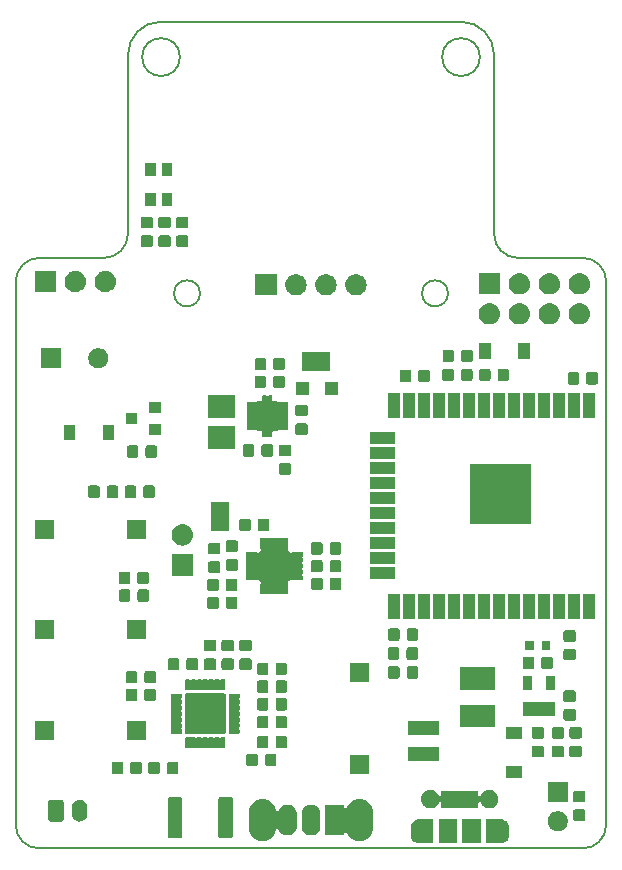
<source format=gts>
G04 #@! TF.GenerationSoftware,KiCad,Pcbnew,5.0.2-bee76a0~70~ubuntu18.04.1*
G04 #@! TF.CreationDate,2019-09-09T12:15:45+02:00*
G04 #@! TF.ProjectId,time2time,74696d65-3274-4696-9d65-2e6b69636164,V1.0*
G04 #@! TF.SameCoordinates,PX7735940PY3473bc0*
G04 #@! TF.FileFunction,Soldermask,Top*
G04 #@! TF.FilePolarity,Negative*
%FSLAX46Y46*%
G04 Gerber Fmt 4.6, Leading zero omitted, Abs format (unit mm)*
G04 Created by KiCad (PCBNEW 5.0.2-bee76a0~70~ubuntu18.04.1) date lun 09 sep 2019 12:15:45 CEST*
%MOMM*%
%LPD*%
G01*
G04 APERTURE LIST*
%ADD10C,0.150000*%
%ADD11C,0.100000*%
G04 APERTURE END LIST*
D10*
X50000000Y-68000000D02*
G75*
G02X48000000Y-70000000I-2000000J0D01*
G01*
X2000000Y-70000000D02*
G75*
G02X0Y-68000000I0J2000000D01*
G01*
X0Y-22000000D02*
G75*
G02X2000000Y-20000000I2000000J0D01*
G01*
X9500000Y-18000000D02*
G75*
G02X7500000Y-20000000I-2000000J0D01*
G01*
X42500000Y-20000000D02*
G75*
G02X40500000Y-18000000I0J2000000D01*
G01*
X48000000Y-20000000D02*
G75*
G02X50000000Y-22000000I0J-2000000D01*
G01*
X37700000Y0D02*
G75*
G02X40500000Y-2800000I0J-2800000D01*
G01*
X9500000Y-2800000D02*
G75*
G02X12300000Y0I2800000J0D01*
G01*
X42500000Y-20000000D02*
X48000000Y-20000000D01*
X9500000Y-2800000D02*
X9500000Y-18000000D01*
X37700000Y0D02*
X12300000Y0D01*
X40500000Y-18000000D02*
X40500000Y-2800000D01*
X36600000Y-23000000D02*
G75*
G03X36600000Y-23000000I-1100000J0D01*
G01*
X15600000Y-23000000D02*
G75*
G03X15600000Y-23000000I-1100000J0D01*
G01*
X39300000Y-3000000D02*
G75*
G03X39300000Y-3000000I-1600000J0D01*
G01*
X13900000Y-3000000D02*
G75*
G03X13900000Y-3000000I-1600000J0D01*
G01*
X0Y-22000000D02*
X0Y-68000000D01*
X7500000Y-20000000D02*
X2000000Y-20000000D01*
X50000000Y-68000000D02*
X50000000Y-22000000D01*
X2000000Y-70000000D02*
X48000000Y-70000000D01*
D11*
G36*
X34125862Y-67535898D02*
X34138114Y-67536500D01*
X35351000Y-67536500D01*
X35351000Y-69538500D01*
X34138114Y-69538500D01*
X34125862Y-69539102D01*
X34100000Y-69541649D01*
X34074138Y-69539102D01*
X34061886Y-69538500D01*
X33988593Y-69538500D01*
X33971835Y-69529543D01*
X33960292Y-69525413D01*
X33897118Y-69506249D01*
X33849667Y-69491855D01*
X33736576Y-69431406D01*
X33736574Y-69431405D01*
X33637447Y-69350053D01*
X33556095Y-69250925D01*
X33502684Y-69151000D01*
X33495645Y-69137832D01*
X33462880Y-69029819D01*
X33458420Y-69015117D01*
X33449000Y-68919472D01*
X33449000Y-68155527D01*
X33458420Y-68059882D01*
X33495645Y-67937168D01*
X33556096Y-67824074D01*
X33637448Y-67724947D01*
X33736575Y-67643595D01*
X33849669Y-67583145D01*
X33960295Y-67549587D01*
X33982924Y-67540214D01*
X33988482Y-67536500D01*
X34061886Y-67536500D01*
X34074138Y-67535898D01*
X34100000Y-67533351D01*
X34125862Y-67535898D01*
X34125862Y-67535898D01*
G37*
G36*
X41125862Y-67535898D02*
X41138114Y-67536500D01*
X41211405Y-67536500D01*
X41228165Y-67545458D01*
X41239695Y-67549584D01*
X41350331Y-67583145D01*
X41463425Y-67643595D01*
X41463427Y-67643596D01*
X41463426Y-67643596D01*
X41557486Y-67720788D01*
X41562553Y-67724947D01*
X41643905Y-67824074D01*
X41643906Y-67824076D01*
X41704355Y-67937167D01*
X41704356Y-67937170D01*
X41741580Y-68059882D01*
X41751000Y-68155527D01*
X41751000Y-68919473D01*
X41741580Y-69015118D01*
X41724586Y-69071138D01*
X41704355Y-69137833D01*
X41664897Y-69211653D01*
X41643905Y-69250926D01*
X41562553Y-69350053D01*
X41463426Y-69431405D01*
X41463424Y-69431406D01*
X41350333Y-69491855D01*
X41302882Y-69506249D01*
X41239711Y-69525412D01*
X41217076Y-69534788D01*
X41211520Y-69538500D01*
X41138114Y-69538500D01*
X41125862Y-69539102D01*
X41100000Y-69541649D01*
X41074138Y-69539102D01*
X41061886Y-69538500D01*
X39849000Y-69538500D01*
X39849000Y-67536500D01*
X41061886Y-67536500D01*
X41074138Y-67535898D01*
X41100000Y-67533351D01*
X41125862Y-67535898D01*
X41125862Y-67535898D01*
G37*
G36*
X37401000Y-69538500D02*
X35799000Y-69538500D01*
X35799000Y-67536500D01*
X37401000Y-67536500D01*
X37401000Y-69538500D01*
X37401000Y-69538500D01*
G37*
G36*
X39401000Y-69538500D02*
X37799000Y-69538500D01*
X37799000Y-67536500D01*
X39401000Y-67536500D01*
X39401000Y-69538500D01*
X39401000Y-69538500D01*
G37*
G36*
X21125635Y-65815654D02*
X21342600Y-65881470D01*
X21342602Y-65881471D01*
X21342605Y-65881472D01*
X21542556Y-65988347D01*
X21717818Y-66132182D01*
X21861653Y-66307444D01*
X21968528Y-66507395D01*
X21968529Y-66507398D01*
X21968530Y-66507400D01*
X22034346Y-66724365D01*
X22034346Y-66724368D01*
X22034989Y-66726487D01*
X22038909Y-66746197D01*
X22048285Y-66768836D01*
X22061899Y-66789211D01*
X22079226Y-66806538D01*
X22099600Y-66820153D01*
X22122239Y-66829531D01*
X22146272Y-66834312D01*
X22170776Y-66834312D01*
X22194810Y-66829532D01*
X22217449Y-66820156D01*
X22237824Y-66806542D01*
X22255151Y-66789215D01*
X22268767Y-66768838D01*
X22330771Y-66652835D01*
X22430868Y-66530867D01*
X22552836Y-66430770D01*
X22691989Y-66356392D01*
X22842976Y-66310590D01*
X23000000Y-66295125D01*
X23157025Y-66310590D01*
X23308012Y-66356392D01*
X23447165Y-66430770D01*
X23569133Y-66530867D01*
X23669230Y-66652835D01*
X23743608Y-66791988D01*
X23789410Y-66942975D01*
X23801000Y-67060654D01*
X23801000Y-68139346D01*
X23789410Y-68257025D01*
X23743608Y-68408012D01*
X23669230Y-68547165D01*
X23569136Y-68669130D01*
X23569134Y-68669131D01*
X23569133Y-68669133D01*
X23508149Y-68719181D01*
X23447161Y-68769232D01*
X23308011Y-68843608D01*
X23157024Y-68889410D01*
X23000000Y-68904875D01*
X22842975Y-68889410D01*
X22691988Y-68843608D01*
X22552835Y-68769230D01*
X22430870Y-68669136D01*
X22430869Y-68669134D01*
X22430867Y-68669133D01*
X22333919Y-68551000D01*
X22330768Y-68547161D01*
X22268767Y-68431163D01*
X22255154Y-68410788D01*
X22237826Y-68393461D01*
X22217452Y-68379847D01*
X22194813Y-68370470D01*
X22170780Y-68365689D01*
X22146275Y-68365689D01*
X22122242Y-68370469D01*
X22099603Y-68379847D01*
X22079228Y-68393460D01*
X22061901Y-68410788D01*
X22048287Y-68431162D01*
X22038910Y-68453801D01*
X22034989Y-68473512D01*
X22034346Y-68475630D01*
X22034346Y-68475635D01*
X21972003Y-68681150D01*
X21968528Y-68692605D01*
X21861653Y-68892556D01*
X21717818Y-69067818D01*
X21542555Y-69211653D01*
X21342604Y-69318528D01*
X21342601Y-69318529D01*
X21342599Y-69318530D01*
X21125634Y-69384346D01*
X20900000Y-69406569D01*
X20674365Y-69384346D01*
X20457400Y-69318530D01*
X20457398Y-69318529D01*
X20457395Y-69318528D01*
X20257444Y-69211653D01*
X20082182Y-69067818D01*
X19938347Y-68892555D01*
X19831472Y-68692604D01*
X19822741Y-68663823D01*
X19765654Y-68475634D01*
X19749000Y-68306542D01*
X19749000Y-66893457D01*
X19750158Y-66881704D01*
X19765654Y-66724368D01*
X19765654Y-66724365D01*
X19831470Y-66507400D01*
X19839152Y-66493028D01*
X19938349Y-66307443D01*
X20082183Y-66132182D01*
X20257445Y-65988347D01*
X20457396Y-65881472D01*
X20457399Y-65881471D01*
X20457401Y-65881470D01*
X20674366Y-65815654D01*
X20900000Y-65793431D01*
X21125635Y-65815654D01*
X21125635Y-65815654D01*
G37*
G36*
X29325635Y-65815654D02*
X29542600Y-65881470D01*
X29542602Y-65881471D01*
X29542605Y-65881472D01*
X29742556Y-65988347D01*
X29917818Y-66132182D01*
X30061653Y-66307444D01*
X30168528Y-66507395D01*
X30168529Y-66507398D01*
X30168530Y-66507400D01*
X30234346Y-66724365D01*
X30234346Y-66724368D01*
X30249843Y-66881704D01*
X30251000Y-66893457D01*
X30251000Y-68306543D01*
X30234346Y-68475635D01*
X30172003Y-68681150D01*
X30168528Y-68692605D01*
X30061653Y-68892556D01*
X29917818Y-69067818D01*
X29742555Y-69211653D01*
X29542604Y-69318528D01*
X29542601Y-69318529D01*
X29542599Y-69318530D01*
X29325634Y-69384346D01*
X29100000Y-69406569D01*
X28874365Y-69384346D01*
X28657400Y-69318530D01*
X28657398Y-69318529D01*
X28657395Y-69318528D01*
X28457444Y-69211653D01*
X28282182Y-69067818D01*
X28138347Y-68892555D01*
X28036240Y-68701525D01*
X28022626Y-68681150D01*
X28005299Y-68663823D01*
X27984925Y-68650209D01*
X27962286Y-68640832D01*
X27938252Y-68636051D01*
X27913748Y-68636051D01*
X27889715Y-68640831D01*
X27867076Y-68650209D01*
X27846701Y-68663823D01*
X27829374Y-68681150D01*
X27815760Y-68701524D01*
X27806383Y-68724163D01*
X27801602Y-68748197D01*
X27801000Y-68760449D01*
X27801000Y-68901000D01*
X26199000Y-68901000D01*
X26199000Y-66299000D01*
X27801000Y-66299000D01*
X27801000Y-66439551D01*
X27803402Y-66463937D01*
X27810515Y-66487386D01*
X27822066Y-66508997D01*
X27837612Y-66527939D01*
X27856554Y-66543485D01*
X27878165Y-66555036D01*
X27901614Y-66562149D01*
X27926000Y-66564551D01*
X27950386Y-66562149D01*
X27973835Y-66555036D01*
X27995446Y-66543485D01*
X28014388Y-66527939D01*
X28036240Y-66498476D01*
X28138350Y-66307443D01*
X28282183Y-66132182D01*
X28457445Y-65988347D01*
X28657396Y-65881472D01*
X28657399Y-65881471D01*
X28657401Y-65881470D01*
X28874366Y-65815654D01*
X29100000Y-65793431D01*
X29325635Y-65815654D01*
X29325635Y-65815654D01*
G37*
G36*
X13949808Y-65653498D02*
X13987817Y-65665028D01*
X14022848Y-65683753D01*
X14053550Y-65708950D01*
X14078747Y-65739652D01*
X14097472Y-65774683D01*
X14109002Y-65812692D01*
X14113500Y-65858362D01*
X14113500Y-68941638D01*
X14109002Y-68987308D01*
X14097472Y-69025317D01*
X14078747Y-69060348D01*
X14053550Y-69091050D01*
X14022848Y-69116247D01*
X13987817Y-69134972D01*
X13949808Y-69146502D01*
X13904138Y-69151000D01*
X13095862Y-69151000D01*
X13050192Y-69146502D01*
X13012183Y-69134972D01*
X12977152Y-69116247D01*
X12946450Y-69091050D01*
X12921253Y-69060348D01*
X12902528Y-69025317D01*
X12890998Y-68987308D01*
X12886500Y-68941638D01*
X12886500Y-65858362D01*
X12890998Y-65812692D01*
X12902528Y-65774683D01*
X12921253Y-65739652D01*
X12946450Y-65708950D01*
X12977152Y-65683753D01*
X13012183Y-65665028D01*
X13050192Y-65653498D01*
X13095862Y-65649000D01*
X13904138Y-65649000D01*
X13949808Y-65653498D01*
X13949808Y-65653498D01*
G37*
G36*
X18224808Y-65653498D02*
X18262817Y-65665028D01*
X18297848Y-65683753D01*
X18328550Y-65708950D01*
X18353747Y-65739652D01*
X18372472Y-65774683D01*
X18384002Y-65812692D01*
X18388500Y-65858362D01*
X18388500Y-68941638D01*
X18384002Y-68987308D01*
X18372472Y-69025317D01*
X18353747Y-69060348D01*
X18328550Y-69091050D01*
X18297848Y-69116247D01*
X18262817Y-69134972D01*
X18224808Y-69146502D01*
X18179138Y-69151000D01*
X17370862Y-69151000D01*
X17325192Y-69146502D01*
X17287183Y-69134972D01*
X17252152Y-69116247D01*
X17221450Y-69091050D01*
X17196253Y-69060348D01*
X17177528Y-69025317D01*
X17165998Y-68987308D01*
X17161500Y-68941638D01*
X17161500Y-65858362D01*
X17165998Y-65812692D01*
X17177528Y-65774683D01*
X17196253Y-65739652D01*
X17221450Y-65708950D01*
X17252152Y-65683753D01*
X17287183Y-65665028D01*
X17325192Y-65653498D01*
X17370862Y-65649000D01*
X18179138Y-65649000D01*
X18224808Y-65653498D01*
X18224808Y-65653498D01*
G37*
G36*
X25157025Y-66310590D02*
X25308012Y-66356392D01*
X25447165Y-66430770D01*
X25569133Y-66530867D01*
X25669230Y-66652835D01*
X25743608Y-66791988D01*
X25789410Y-66942975D01*
X25801000Y-67060654D01*
X25801000Y-68139346D01*
X25789410Y-68257025D01*
X25743608Y-68408012D01*
X25669230Y-68547165D01*
X25569136Y-68669130D01*
X25569134Y-68669131D01*
X25569133Y-68669133D01*
X25508149Y-68719181D01*
X25447161Y-68769232D01*
X25308011Y-68843608D01*
X25157024Y-68889410D01*
X25000000Y-68904875D01*
X24842975Y-68889410D01*
X24691988Y-68843608D01*
X24552835Y-68769230D01*
X24430870Y-68669136D01*
X24430869Y-68669134D01*
X24430867Y-68669133D01*
X24333919Y-68551000D01*
X24330768Y-68547161D01*
X24256392Y-68408011D01*
X24210590Y-68257024D01*
X24199000Y-68139345D01*
X24199001Y-67060654D01*
X24210591Y-66942975D01*
X24256393Y-66791988D01*
X24330771Y-66652835D01*
X24430868Y-66530867D01*
X24552836Y-66430770D01*
X24691989Y-66356392D01*
X24842976Y-66310590D01*
X25000000Y-66295125D01*
X25157025Y-66310590D01*
X25157025Y-66310590D01*
G37*
G36*
X46148228Y-66881703D02*
X46303100Y-66945853D01*
X46442481Y-67038985D01*
X46561015Y-67157519D01*
X46654147Y-67296900D01*
X46718297Y-67451772D01*
X46751000Y-67616184D01*
X46751000Y-67783816D01*
X46718297Y-67948228D01*
X46654147Y-68103100D01*
X46561015Y-68242481D01*
X46442481Y-68361015D01*
X46303100Y-68454147D01*
X46148228Y-68518297D01*
X45983816Y-68551000D01*
X45816184Y-68551000D01*
X45651772Y-68518297D01*
X45496900Y-68454147D01*
X45357519Y-68361015D01*
X45238985Y-68242481D01*
X45145853Y-68103100D01*
X45081703Y-67948228D01*
X45049000Y-67783816D01*
X45049000Y-67616184D01*
X45081703Y-67451772D01*
X45145853Y-67296900D01*
X45238985Y-67157519D01*
X45357519Y-67038985D01*
X45496900Y-66945853D01*
X45651772Y-66881703D01*
X45816184Y-66849000D01*
X45983816Y-66849000D01*
X46148228Y-66881703D01*
X46148228Y-66881703D01*
G37*
G36*
X5527617Y-65883420D02*
X5609426Y-65908237D01*
X5650332Y-65920645D01*
X5672544Y-65932518D01*
X5763425Y-65981095D01*
X5772263Y-65988348D01*
X5859372Y-66059836D01*
X5862553Y-66062447D01*
X5943905Y-66161574D01*
X5943906Y-66161576D01*
X6004355Y-66274667D01*
X6010561Y-66295125D01*
X6041580Y-66397382D01*
X6041580Y-66397384D01*
X6050445Y-66487386D01*
X6051000Y-66493027D01*
X6051000Y-67106973D01*
X6041580Y-67202618D01*
X6016763Y-67284427D01*
X6004355Y-67325333D01*
X5950819Y-67425491D01*
X5943905Y-67438426D01*
X5862553Y-67537553D01*
X5763426Y-67618905D01*
X5763424Y-67618906D01*
X5650333Y-67679355D01*
X5609427Y-67691763D01*
X5527618Y-67716580D01*
X5400000Y-67729149D01*
X5272383Y-67716580D01*
X5190574Y-67691763D01*
X5149668Y-67679355D01*
X5036577Y-67618906D01*
X5036575Y-67618905D01*
X4937448Y-67537553D01*
X4856095Y-67438426D01*
X4815795Y-67363030D01*
X4795645Y-67325333D01*
X4783237Y-67284427D01*
X4758420Y-67202618D01*
X4749000Y-67106973D01*
X4749000Y-66493028D01*
X4758420Y-66397383D01*
X4795645Y-66274669D01*
X4795645Y-66274668D01*
X4847193Y-66178230D01*
X4856095Y-66161575D01*
X4883212Y-66128532D01*
X4937445Y-66062449D01*
X4937447Y-66062447D01*
X5036574Y-65981095D01*
X5086159Y-65954591D01*
X5149667Y-65920645D01*
X5190573Y-65908237D01*
X5272382Y-65883420D01*
X5400000Y-65870851D01*
X5527617Y-65883420D01*
X5527617Y-65883420D01*
G37*
G36*
X3891242Y-65878404D02*
X3928339Y-65889657D01*
X3962520Y-65907927D01*
X3992482Y-65932518D01*
X4017073Y-65962480D01*
X4035343Y-65996661D01*
X4046596Y-66033758D01*
X4051000Y-66078473D01*
X4051000Y-67521527D01*
X4046596Y-67566242D01*
X4035343Y-67603339D01*
X4017073Y-67637520D01*
X3992482Y-67667482D01*
X3962520Y-67692073D01*
X3928339Y-67710343D01*
X3891242Y-67721596D01*
X3846527Y-67726000D01*
X2953473Y-67726000D01*
X2908758Y-67721596D01*
X2871661Y-67710343D01*
X2837480Y-67692073D01*
X2807518Y-67667482D01*
X2782927Y-67637520D01*
X2764657Y-67603339D01*
X2753404Y-67566242D01*
X2749000Y-67521527D01*
X2749000Y-66078473D01*
X2753404Y-66033758D01*
X2764657Y-65996661D01*
X2782927Y-65962480D01*
X2807518Y-65932518D01*
X2837480Y-65907927D01*
X2871661Y-65889657D01*
X2908758Y-65878404D01*
X2953473Y-65874000D01*
X3846527Y-65874000D01*
X3891242Y-65878404D01*
X3891242Y-65878404D01*
G37*
G36*
X48079591Y-66703085D02*
X48113569Y-66713393D01*
X48144887Y-66730133D01*
X48172339Y-66752661D01*
X48194867Y-66780113D01*
X48211607Y-66811431D01*
X48221915Y-66845409D01*
X48226000Y-66886890D01*
X48226000Y-67488110D01*
X48221915Y-67529591D01*
X48211607Y-67563569D01*
X48194867Y-67594887D01*
X48172339Y-67622339D01*
X48144887Y-67644867D01*
X48113569Y-67661607D01*
X48079591Y-67671915D01*
X48038110Y-67676000D01*
X47361890Y-67676000D01*
X47320409Y-67671915D01*
X47286431Y-67661607D01*
X47255113Y-67644867D01*
X47227661Y-67622339D01*
X47205133Y-67594887D01*
X47188393Y-67563569D01*
X47178085Y-67529591D01*
X47174000Y-67488110D01*
X47174000Y-66886890D01*
X47178085Y-66845409D01*
X47188393Y-66811431D01*
X47205133Y-66780113D01*
X47227661Y-66752661D01*
X47255113Y-66730133D01*
X47286431Y-66713393D01*
X47320409Y-66703085D01*
X47361890Y-66699000D01*
X48038110Y-66699000D01*
X48079591Y-66703085D01*
X48079591Y-66703085D01*
G37*
G36*
X35326349Y-65091320D02*
X35326352Y-65091321D01*
X35326351Y-65091321D01*
X35467574Y-65149817D01*
X35490542Y-65165164D01*
X35594674Y-65234743D01*
X35702757Y-65342826D01*
X35702759Y-65342829D01*
X35787683Y-65469926D01*
X35788701Y-65472384D01*
X35808515Y-65520220D01*
X35820067Y-65541831D01*
X35835612Y-65560773D01*
X35854554Y-65576318D01*
X35876165Y-65587869D01*
X35899614Y-65594982D01*
X35924000Y-65597384D01*
X35948387Y-65594982D01*
X35971836Y-65587869D01*
X35993447Y-65576317D01*
X36012389Y-65560772D01*
X36027934Y-65541830D01*
X36039485Y-65520219D01*
X36046598Y-65496770D01*
X36049000Y-65472384D01*
X36049000Y-65111500D01*
X39151000Y-65111500D01*
X39151000Y-65472384D01*
X39153402Y-65496770D01*
X39160515Y-65520219D01*
X39172066Y-65541830D01*
X39187612Y-65560772D01*
X39206554Y-65576318D01*
X39228165Y-65587869D01*
X39251614Y-65594982D01*
X39276000Y-65597384D01*
X39300386Y-65594982D01*
X39323835Y-65587869D01*
X39345446Y-65576318D01*
X39364388Y-65560772D01*
X39379934Y-65541830D01*
X39391485Y-65520220D01*
X39411299Y-65472384D01*
X39412317Y-65469926D01*
X39497241Y-65342829D01*
X39497243Y-65342826D01*
X39605326Y-65234743D01*
X39709458Y-65165164D01*
X39732426Y-65149817D01*
X39873649Y-65091321D01*
X39873648Y-65091321D01*
X39873651Y-65091320D01*
X40023569Y-65061500D01*
X40176431Y-65061500D01*
X40326349Y-65091320D01*
X40326352Y-65091321D01*
X40326351Y-65091321D01*
X40467574Y-65149817D01*
X40490542Y-65165164D01*
X40594674Y-65234743D01*
X40702757Y-65342826D01*
X40702759Y-65342829D01*
X40787683Y-65469926D01*
X40788701Y-65472384D01*
X40846180Y-65611151D01*
X40876000Y-65761069D01*
X40876000Y-65913931D01*
X40846180Y-66063849D01*
X40838493Y-66082408D01*
X40787683Y-66205074D01*
X40741181Y-66274669D01*
X40702757Y-66332174D01*
X40594674Y-66440257D01*
X40594671Y-66440259D01*
X40467574Y-66525183D01*
X40378329Y-66562149D01*
X40326349Y-66583680D01*
X40176431Y-66613500D01*
X40023569Y-66613500D01*
X39873651Y-66583680D01*
X39821671Y-66562149D01*
X39732426Y-66525183D01*
X39605329Y-66440259D01*
X39605326Y-66440257D01*
X39497243Y-66332174D01*
X39458819Y-66274669D01*
X39412317Y-66205074D01*
X39391484Y-66154778D01*
X39379933Y-66133169D01*
X39364388Y-66114227D01*
X39345446Y-66098682D01*
X39323835Y-66087131D01*
X39300386Y-66080018D01*
X39276000Y-66077616D01*
X39251613Y-66080018D01*
X39228164Y-66087131D01*
X39206553Y-66098683D01*
X39187611Y-66114228D01*
X39172066Y-66133170D01*
X39160515Y-66154781D01*
X39153402Y-66178230D01*
X39151000Y-66202616D01*
X39151000Y-66563500D01*
X36049000Y-66563500D01*
X36049000Y-66202616D01*
X36046598Y-66178230D01*
X36039485Y-66154781D01*
X36027934Y-66133170D01*
X36012388Y-66114228D01*
X35993446Y-66098682D01*
X35971835Y-66087131D01*
X35948386Y-66080018D01*
X35924000Y-66077616D01*
X35899614Y-66080018D01*
X35876165Y-66087131D01*
X35854554Y-66098682D01*
X35835612Y-66114228D01*
X35820066Y-66133170D01*
X35808516Y-66154778D01*
X35787683Y-66205074D01*
X35741181Y-66274669D01*
X35702757Y-66332174D01*
X35594674Y-66440257D01*
X35594671Y-66440259D01*
X35467574Y-66525183D01*
X35378329Y-66562149D01*
X35326349Y-66583680D01*
X35176431Y-66613500D01*
X35023569Y-66613500D01*
X34873651Y-66583680D01*
X34821671Y-66562149D01*
X34732426Y-66525183D01*
X34605329Y-66440259D01*
X34605326Y-66440257D01*
X34497243Y-66332174D01*
X34458819Y-66274669D01*
X34412317Y-66205074D01*
X34361507Y-66082408D01*
X34353820Y-66063849D01*
X34324000Y-65913931D01*
X34324000Y-65761069D01*
X34353820Y-65611151D01*
X34411299Y-65472384D01*
X34412317Y-65469926D01*
X34497241Y-65342829D01*
X34497243Y-65342826D01*
X34605326Y-65234743D01*
X34709458Y-65165164D01*
X34732426Y-65149817D01*
X34873649Y-65091321D01*
X34873648Y-65091321D01*
X34873651Y-65091320D01*
X35023569Y-65061500D01*
X35176431Y-65061500D01*
X35326349Y-65091320D01*
X35326349Y-65091320D01*
G37*
G36*
X48079591Y-65128085D02*
X48113569Y-65138393D01*
X48144887Y-65155133D01*
X48172339Y-65177661D01*
X48194867Y-65205113D01*
X48211607Y-65236431D01*
X48221915Y-65270409D01*
X48226000Y-65311890D01*
X48226000Y-65913110D01*
X48221915Y-65954591D01*
X48211607Y-65988569D01*
X48194867Y-66019887D01*
X48172339Y-66047339D01*
X48144887Y-66069867D01*
X48113569Y-66086607D01*
X48079591Y-66096915D01*
X48038110Y-66101000D01*
X47361890Y-66101000D01*
X47320409Y-66096915D01*
X47286431Y-66086607D01*
X47255113Y-66069867D01*
X47227661Y-66047339D01*
X47205133Y-66019887D01*
X47188393Y-65988569D01*
X47178085Y-65954591D01*
X47174000Y-65913110D01*
X47174000Y-65311890D01*
X47178085Y-65270409D01*
X47188393Y-65236431D01*
X47205133Y-65205113D01*
X47227661Y-65177661D01*
X47255113Y-65155133D01*
X47286431Y-65138393D01*
X47320409Y-65128085D01*
X47361890Y-65124000D01*
X48038110Y-65124000D01*
X48079591Y-65128085D01*
X48079591Y-65128085D01*
G37*
G36*
X46751000Y-66051000D02*
X45049000Y-66051000D01*
X45049000Y-64349000D01*
X46751000Y-64349000D01*
X46751000Y-66051000D01*
X46751000Y-66051000D01*
G37*
G36*
X42851000Y-64051000D02*
X41549000Y-64051000D01*
X41549000Y-63049000D01*
X42851000Y-63049000D01*
X42851000Y-64051000D01*
X42851000Y-64051000D01*
G37*
G36*
X8954591Y-62678085D02*
X8988569Y-62688393D01*
X9019887Y-62705133D01*
X9047339Y-62727661D01*
X9069867Y-62755113D01*
X9086607Y-62786431D01*
X9096915Y-62820409D01*
X9101000Y-62861890D01*
X9101000Y-63538110D01*
X9096915Y-63579591D01*
X9086607Y-63613569D01*
X9069867Y-63644887D01*
X9047339Y-63672339D01*
X9019887Y-63694867D01*
X8988569Y-63711607D01*
X8954591Y-63721915D01*
X8913110Y-63726000D01*
X8311890Y-63726000D01*
X8270409Y-63721915D01*
X8236431Y-63711607D01*
X8205113Y-63694867D01*
X8177661Y-63672339D01*
X8155133Y-63644887D01*
X8138393Y-63613569D01*
X8128085Y-63579591D01*
X8124000Y-63538110D01*
X8124000Y-62861890D01*
X8128085Y-62820409D01*
X8138393Y-62786431D01*
X8155133Y-62755113D01*
X8177661Y-62727661D01*
X8205113Y-62705133D01*
X8236431Y-62688393D01*
X8270409Y-62678085D01*
X8311890Y-62674000D01*
X8913110Y-62674000D01*
X8954591Y-62678085D01*
X8954591Y-62678085D01*
G37*
G36*
X10529591Y-62678085D02*
X10563569Y-62688393D01*
X10594887Y-62705133D01*
X10622339Y-62727661D01*
X10644867Y-62755113D01*
X10661607Y-62786431D01*
X10671915Y-62820409D01*
X10676000Y-62861890D01*
X10676000Y-63538110D01*
X10671915Y-63579591D01*
X10661607Y-63613569D01*
X10644867Y-63644887D01*
X10622339Y-63672339D01*
X10594887Y-63694867D01*
X10563569Y-63711607D01*
X10529591Y-63721915D01*
X10488110Y-63726000D01*
X9886890Y-63726000D01*
X9845409Y-63721915D01*
X9811431Y-63711607D01*
X9780113Y-63694867D01*
X9752661Y-63672339D01*
X9730133Y-63644887D01*
X9713393Y-63613569D01*
X9703085Y-63579591D01*
X9699000Y-63538110D01*
X9699000Y-62861890D01*
X9703085Y-62820409D01*
X9713393Y-62786431D01*
X9730133Y-62755113D01*
X9752661Y-62727661D01*
X9780113Y-62705133D01*
X9811431Y-62688393D01*
X9845409Y-62678085D01*
X9886890Y-62674000D01*
X10488110Y-62674000D01*
X10529591Y-62678085D01*
X10529591Y-62678085D01*
G37*
G36*
X12054591Y-62678085D02*
X12088569Y-62688393D01*
X12119887Y-62705133D01*
X12147339Y-62727661D01*
X12169867Y-62755113D01*
X12186607Y-62786431D01*
X12196915Y-62820409D01*
X12201000Y-62861890D01*
X12201000Y-63538110D01*
X12196915Y-63579591D01*
X12186607Y-63613569D01*
X12169867Y-63644887D01*
X12147339Y-63672339D01*
X12119887Y-63694867D01*
X12088569Y-63711607D01*
X12054591Y-63721915D01*
X12013110Y-63726000D01*
X11411890Y-63726000D01*
X11370409Y-63721915D01*
X11336431Y-63711607D01*
X11305113Y-63694867D01*
X11277661Y-63672339D01*
X11255133Y-63644887D01*
X11238393Y-63613569D01*
X11228085Y-63579591D01*
X11224000Y-63538110D01*
X11224000Y-62861890D01*
X11228085Y-62820409D01*
X11238393Y-62786431D01*
X11255133Y-62755113D01*
X11277661Y-62727661D01*
X11305113Y-62705133D01*
X11336431Y-62688393D01*
X11370409Y-62678085D01*
X11411890Y-62674000D01*
X12013110Y-62674000D01*
X12054591Y-62678085D01*
X12054591Y-62678085D01*
G37*
G36*
X13629591Y-62678085D02*
X13663569Y-62688393D01*
X13694887Y-62705133D01*
X13722339Y-62727661D01*
X13744867Y-62755113D01*
X13761607Y-62786431D01*
X13771915Y-62820409D01*
X13776000Y-62861890D01*
X13776000Y-63538110D01*
X13771915Y-63579591D01*
X13761607Y-63613569D01*
X13744867Y-63644887D01*
X13722339Y-63672339D01*
X13694887Y-63694867D01*
X13663569Y-63711607D01*
X13629591Y-63721915D01*
X13588110Y-63726000D01*
X12986890Y-63726000D01*
X12945409Y-63721915D01*
X12911431Y-63711607D01*
X12880113Y-63694867D01*
X12852661Y-63672339D01*
X12830133Y-63644887D01*
X12813393Y-63613569D01*
X12803085Y-63579591D01*
X12799000Y-63538110D01*
X12799000Y-62861890D01*
X12803085Y-62820409D01*
X12813393Y-62786431D01*
X12830133Y-62755113D01*
X12852661Y-62727661D01*
X12880113Y-62705133D01*
X12911431Y-62688393D01*
X12945409Y-62678085D01*
X12986890Y-62674000D01*
X13588110Y-62674000D01*
X13629591Y-62678085D01*
X13629591Y-62678085D01*
G37*
G36*
X29901000Y-63701000D02*
X28299000Y-63701000D01*
X28299000Y-62099000D01*
X29901000Y-62099000D01*
X29901000Y-63701000D01*
X29901000Y-63701000D01*
G37*
G36*
X20354591Y-61978085D02*
X20388569Y-61988393D01*
X20419887Y-62005133D01*
X20447339Y-62027661D01*
X20469867Y-62055113D01*
X20486607Y-62086431D01*
X20496915Y-62120409D01*
X20501000Y-62161890D01*
X20501000Y-62838110D01*
X20496915Y-62879591D01*
X20486607Y-62913569D01*
X20469867Y-62944887D01*
X20447339Y-62972339D01*
X20419887Y-62994867D01*
X20388569Y-63011607D01*
X20354591Y-63021915D01*
X20313110Y-63026000D01*
X19711890Y-63026000D01*
X19670409Y-63021915D01*
X19636431Y-63011607D01*
X19605113Y-62994867D01*
X19577661Y-62972339D01*
X19555133Y-62944887D01*
X19538393Y-62913569D01*
X19528085Y-62879591D01*
X19524000Y-62838110D01*
X19524000Y-62161890D01*
X19528085Y-62120409D01*
X19538393Y-62086431D01*
X19555133Y-62055113D01*
X19577661Y-62027661D01*
X19605113Y-62005133D01*
X19636431Y-61988393D01*
X19670409Y-61978085D01*
X19711890Y-61974000D01*
X20313110Y-61974000D01*
X20354591Y-61978085D01*
X20354591Y-61978085D01*
G37*
G36*
X21929591Y-61978085D02*
X21963569Y-61988393D01*
X21994887Y-62005133D01*
X22022339Y-62027661D01*
X22044867Y-62055113D01*
X22061607Y-62086431D01*
X22071915Y-62120409D01*
X22076000Y-62161890D01*
X22076000Y-62838110D01*
X22071915Y-62879591D01*
X22061607Y-62913569D01*
X22044867Y-62944887D01*
X22022339Y-62972339D01*
X21994887Y-62994867D01*
X21963569Y-63011607D01*
X21929591Y-63021915D01*
X21888110Y-63026000D01*
X21286890Y-63026000D01*
X21245409Y-63021915D01*
X21211431Y-63011607D01*
X21180113Y-62994867D01*
X21152661Y-62972339D01*
X21130133Y-62944887D01*
X21113393Y-62913569D01*
X21103085Y-62879591D01*
X21099000Y-62838110D01*
X21099000Y-62161890D01*
X21103085Y-62120409D01*
X21113393Y-62086431D01*
X21130133Y-62055113D01*
X21152661Y-62027661D01*
X21180113Y-62005133D01*
X21211431Y-61988393D01*
X21245409Y-61978085D01*
X21286890Y-61974000D01*
X21888110Y-61974000D01*
X21929591Y-61978085D01*
X21929591Y-61978085D01*
G37*
G36*
X35826000Y-62581000D02*
X33174000Y-62581000D01*
X33174000Y-61419000D01*
X35826000Y-61419000D01*
X35826000Y-62581000D01*
X35826000Y-62581000D01*
G37*
G36*
X46279591Y-61303085D02*
X46313569Y-61313393D01*
X46344887Y-61330133D01*
X46372339Y-61352661D01*
X46394867Y-61380113D01*
X46411607Y-61411431D01*
X46421915Y-61445409D01*
X46426000Y-61486890D01*
X46426000Y-62088110D01*
X46421915Y-62129591D01*
X46411607Y-62163569D01*
X46394867Y-62194887D01*
X46372339Y-62222339D01*
X46344887Y-62244867D01*
X46313569Y-62261607D01*
X46279591Y-62271915D01*
X46238110Y-62276000D01*
X45561890Y-62276000D01*
X45520409Y-62271915D01*
X45486431Y-62261607D01*
X45455113Y-62244867D01*
X45427661Y-62222339D01*
X45405133Y-62194887D01*
X45388393Y-62163569D01*
X45378085Y-62129591D01*
X45374000Y-62088110D01*
X45374000Y-61486890D01*
X45378085Y-61445409D01*
X45388393Y-61411431D01*
X45405133Y-61380113D01*
X45427661Y-61352661D01*
X45455113Y-61330133D01*
X45486431Y-61313393D01*
X45520409Y-61303085D01*
X45561890Y-61299000D01*
X46238110Y-61299000D01*
X46279591Y-61303085D01*
X46279591Y-61303085D01*
G37*
G36*
X44579591Y-61303085D02*
X44613569Y-61313393D01*
X44644887Y-61330133D01*
X44672339Y-61352661D01*
X44694867Y-61380113D01*
X44711607Y-61411431D01*
X44721915Y-61445409D01*
X44726000Y-61486890D01*
X44726000Y-62088110D01*
X44721915Y-62129591D01*
X44711607Y-62163569D01*
X44694867Y-62194887D01*
X44672339Y-62222339D01*
X44644887Y-62244867D01*
X44613569Y-62261607D01*
X44579591Y-62271915D01*
X44538110Y-62276000D01*
X43861890Y-62276000D01*
X43820409Y-62271915D01*
X43786431Y-62261607D01*
X43755113Y-62244867D01*
X43727661Y-62222339D01*
X43705133Y-62194887D01*
X43688393Y-62163569D01*
X43678085Y-62129591D01*
X43674000Y-62088110D01*
X43674000Y-61486890D01*
X43678085Y-61445409D01*
X43688393Y-61411431D01*
X43705133Y-61380113D01*
X43727661Y-61352661D01*
X43755113Y-61330133D01*
X43786431Y-61313393D01*
X43820409Y-61303085D01*
X43861890Y-61299000D01*
X44538110Y-61299000D01*
X44579591Y-61303085D01*
X44579591Y-61303085D01*
G37*
G36*
X47779591Y-61303085D02*
X47813569Y-61313393D01*
X47844887Y-61330133D01*
X47872339Y-61352661D01*
X47894867Y-61380113D01*
X47911607Y-61411431D01*
X47921915Y-61445409D01*
X47926000Y-61486890D01*
X47926000Y-62088110D01*
X47921915Y-62129591D01*
X47911607Y-62163569D01*
X47894867Y-62194887D01*
X47872339Y-62222339D01*
X47844887Y-62244867D01*
X47813569Y-62261607D01*
X47779591Y-62271915D01*
X47738110Y-62276000D01*
X47061890Y-62276000D01*
X47020409Y-62271915D01*
X46986431Y-62261607D01*
X46955113Y-62244867D01*
X46927661Y-62222339D01*
X46905133Y-62194887D01*
X46888393Y-62163569D01*
X46878085Y-62129591D01*
X46874000Y-62088110D01*
X46874000Y-61486890D01*
X46878085Y-61445409D01*
X46888393Y-61411431D01*
X46905133Y-61380113D01*
X46927661Y-61352661D01*
X46955113Y-61330133D01*
X46986431Y-61313393D01*
X47020409Y-61303085D01*
X47061890Y-61299000D01*
X47738110Y-61299000D01*
X47779591Y-61303085D01*
X47779591Y-61303085D01*
G37*
G36*
X22829591Y-60478085D02*
X22863569Y-60488393D01*
X22894887Y-60505133D01*
X22922339Y-60527661D01*
X22944867Y-60555113D01*
X22961607Y-60586431D01*
X22971915Y-60620409D01*
X22976000Y-60661890D01*
X22976000Y-61338110D01*
X22971915Y-61379591D01*
X22961607Y-61413569D01*
X22944867Y-61444887D01*
X22922339Y-61472339D01*
X22894887Y-61494867D01*
X22863569Y-61511607D01*
X22829591Y-61521915D01*
X22788110Y-61526000D01*
X22186890Y-61526000D01*
X22145409Y-61521915D01*
X22111431Y-61511607D01*
X22080113Y-61494867D01*
X22052661Y-61472339D01*
X22030133Y-61444887D01*
X22013393Y-61413569D01*
X22003085Y-61379591D01*
X21999000Y-61338110D01*
X21999000Y-60661890D01*
X22003085Y-60620409D01*
X22013393Y-60586431D01*
X22030133Y-60555113D01*
X22052661Y-60527661D01*
X22080113Y-60505133D01*
X22111431Y-60488393D01*
X22145409Y-60478085D01*
X22186890Y-60474000D01*
X22788110Y-60474000D01*
X22829591Y-60478085D01*
X22829591Y-60478085D01*
G37*
G36*
X21254591Y-60478085D02*
X21288569Y-60488393D01*
X21319887Y-60505133D01*
X21347339Y-60527661D01*
X21369867Y-60555113D01*
X21386607Y-60586431D01*
X21396915Y-60620409D01*
X21401000Y-60661890D01*
X21401000Y-61338110D01*
X21396915Y-61379591D01*
X21386607Y-61413569D01*
X21369867Y-61444887D01*
X21347339Y-61472339D01*
X21319887Y-61494867D01*
X21288569Y-61511607D01*
X21254591Y-61521915D01*
X21213110Y-61526000D01*
X20611890Y-61526000D01*
X20570409Y-61521915D01*
X20536431Y-61511607D01*
X20505113Y-61494867D01*
X20477661Y-61472339D01*
X20455133Y-61444887D01*
X20438393Y-61413569D01*
X20428085Y-61379591D01*
X20424000Y-61338110D01*
X20424000Y-60661890D01*
X20428085Y-60620409D01*
X20438393Y-60586431D01*
X20455133Y-60555113D01*
X20477661Y-60527661D01*
X20505113Y-60505133D01*
X20536431Y-60488393D01*
X20570409Y-60478085D01*
X20611890Y-60474000D01*
X21213110Y-60474000D01*
X21254591Y-60478085D01*
X21254591Y-60478085D01*
G37*
G36*
X14705357Y-60600083D02*
X14710028Y-60601500D01*
X14714330Y-60603800D01*
X14720705Y-60609031D01*
X14741080Y-60622644D01*
X14763719Y-60632020D01*
X14787753Y-60636800D01*
X14812257Y-60636799D01*
X14836291Y-60632017D01*
X14858929Y-60622639D01*
X14879295Y-60609031D01*
X14885670Y-60603800D01*
X14889972Y-60601500D01*
X14894643Y-60600083D01*
X14905641Y-60599000D01*
X15194359Y-60599000D01*
X15205357Y-60600083D01*
X15210028Y-60601500D01*
X15214330Y-60603800D01*
X15220705Y-60609031D01*
X15241080Y-60622644D01*
X15263719Y-60632020D01*
X15287753Y-60636800D01*
X15312257Y-60636799D01*
X15336291Y-60632017D01*
X15358929Y-60622639D01*
X15379295Y-60609031D01*
X15385670Y-60603800D01*
X15389972Y-60601500D01*
X15394643Y-60600083D01*
X15405641Y-60599000D01*
X15694359Y-60599000D01*
X15705357Y-60600083D01*
X15710028Y-60601500D01*
X15714330Y-60603800D01*
X15720705Y-60609031D01*
X15741080Y-60622644D01*
X15763719Y-60632020D01*
X15787753Y-60636800D01*
X15812257Y-60636799D01*
X15836291Y-60632017D01*
X15858929Y-60622639D01*
X15879295Y-60609031D01*
X15885670Y-60603800D01*
X15889972Y-60601500D01*
X15894643Y-60600083D01*
X15905641Y-60599000D01*
X16194359Y-60599000D01*
X16205357Y-60600083D01*
X16210028Y-60601500D01*
X16214330Y-60603800D01*
X16220705Y-60609031D01*
X16241080Y-60622644D01*
X16263719Y-60632020D01*
X16287753Y-60636800D01*
X16312257Y-60636799D01*
X16336291Y-60632017D01*
X16358929Y-60622639D01*
X16379295Y-60609031D01*
X16385670Y-60603800D01*
X16389972Y-60601500D01*
X16394643Y-60600083D01*
X16405641Y-60599000D01*
X16694359Y-60599000D01*
X16705357Y-60600083D01*
X16710028Y-60601500D01*
X16714330Y-60603800D01*
X16720705Y-60609031D01*
X16741080Y-60622644D01*
X16763719Y-60632020D01*
X16787753Y-60636800D01*
X16812257Y-60636799D01*
X16836291Y-60632017D01*
X16858929Y-60622639D01*
X16879295Y-60609031D01*
X16885670Y-60603800D01*
X16889972Y-60601500D01*
X16894643Y-60600083D01*
X16905641Y-60599000D01*
X17194359Y-60599000D01*
X17205357Y-60600083D01*
X17210028Y-60601500D01*
X17214330Y-60603800D01*
X17220705Y-60609031D01*
X17241080Y-60622644D01*
X17263719Y-60632020D01*
X17287753Y-60636800D01*
X17312257Y-60636799D01*
X17336291Y-60632017D01*
X17358929Y-60622639D01*
X17379295Y-60609031D01*
X17385670Y-60603800D01*
X17389972Y-60601500D01*
X17394643Y-60600083D01*
X17405641Y-60599000D01*
X17694359Y-60599000D01*
X17705357Y-60600083D01*
X17710028Y-60601500D01*
X17714330Y-60603800D01*
X17718104Y-60606896D01*
X17721200Y-60610670D01*
X17723500Y-60614972D01*
X17724917Y-60619643D01*
X17726000Y-60630641D01*
X17726000Y-61469359D01*
X17724917Y-61480357D01*
X17723500Y-61485028D01*
X17721200Y-61489330D01*
X17718104Y-61493104D01*
X17714330Y-61496200D01*
X17710028Y-61498500D01*
X17705357Y-61499917D01*
X17694359Y-61501000D01*
X17405641Y-61501000D01*
X17394643Y-61499917D01*
X17389972Y-61498500D01*
X17385670Y-61496200D01*
X17379295Y-61490969D01*
X17358920Y-61477356D01*
X17336281Y-61467980D01*
X17312247Y-61463200D01*
X17287743Y-61463201D01*
X17263709Y-61467983D01*
X17241071Y-61477361D01*
X17220705Y-61490969D01*
X17214330Y-61496200D01*
X17210028Y-61498500D01*
X17205357Y-61499917D01*
X17194359Y-61501000D01*
X16905641Y-61501000D01*
X16894643Y-61499917D01*
X16889972Y-61498500D01*
X16885670Y-61496200D01*
X16879295Y-61490969D01*
X16858920Y-61477356D01*
X16836281Y-61467980D01*
X16812247Y-61463200D01*
X16787743Y-61463201D01*
X16763709Y-61467983D01*
X16741071Y-61477361D01*
X16720705Y-61490969D01*
X16714330Y-61496200D01*
X16710028Y-61498500D01*
X16705357Y-61499917D01*
X16694359Y-61501000D01*
X16405641Y-61501000D01*
X16394643Y-61499917D01*
X16389972Y-61498500D01*
X16385670Y-61496200D01*
X16379295Y-61490969D01*
X16358920Y-61477356D01*
X16336281Y-61467980D01*
X16312247Y-61463200D01*
X16287743Y-61463201D01*
X16263709Y-61467983D01*
X16241071Y-61477361D01*
X16220705Y-61490969D01*
X16214330Y-61496200D01*
X16210028Y-61498500D01*
X16205357Y-61499917D01*
X16194359Y-61501000D01*
X15905641Y-61501000D01*
X15894643Y-61499917D01*
X15889972Y-61498500D01*
X15885670Y-61496200D01*
X15879295Y-61490969D01*
X15858920Y-61477356D01*
X15836281Y-61467980D01*
X15812247Y-61463200D01*
X15787743Y-61463201D01*
X15763709Y-61467983D01*
X15741071Y-61477361D01*
X15720705Y-61490969D01*
X15714330Y-61496200D01*
X15710028Y-61498500D01*
X15705357Y-61499917D01*
X15694359Y-61501000D01*
X15405641Y-61501000D01*
X15394643Y-61499917D01*
X15389972Y-61498500D01*
X15385670Y-61496200D01*
X15379295Y-61490969D01*
X15358920Y-61477356D01*
X15336281Y-61467980D01*
X15312247Y-61463200D01*
X15287743Y-61463201D01*
X15263709Y-61467983D01*
X15241071Y-61477361D01*
X15220705Y-61490969D01*
X15214330Y-61496200D01*
X15210028Y-61498500D01*
X15205357Y-61499917D01*
X15194359Y-61501000D01*
X14905641Y-61501000D01*
X14894643Y-61499917D01*
X14889972Y-61498500D01*
X14885670Y-61496200D01*
X14879295Y-61490969D01*
X14858920Y-61477356D01*
X14836281Y-61467980D01*
X14812247Y-61463200D01*
X14787743Y-61463201D01*
X14763709Y-61467983D01*
X14741071Y-61477361D01*
X14720705Y-61490969D01*
X14714330Y-61496200D01*
X14710028Y-61498500D01*
X14705357Y-61499917D01*
X14694359Y-61501000D01*
X14405641Y-61501000D01*
X14394643Y-61499917D01*
X14389972Y-61498500D01*
X14385670Y-61496200D01*
X14381896Y-61493104D01*
X14378800Y-61489330D01*
X14376500Y-61485028D01*
X14375083Y-61480357D01*
X14374000Y-61469359D01*
X14374000Y-60630641D01*
X14375083Y-60619643D01*
X14376500Y-60614972D01*
X14378800Y-60610670D01*
X14381896Y-60606896D01*
X14385670Y-60603800D01*
X14389972Y-60601500D01*
X14394643Y-60600083D01*
X14405641Y-60599000D01*
X14694359Y-60599000D01*
X14705357Y-60600083D01*
X14705357Y-60600083D01*
G37*
G36*
X11001000Y-60801000D02*
X9399000Y-60801000D01*
X9399000Y-59199000D01*
X11001000Y-59199000D01*
X11001000Y-60801000D01*
X11001000Y-60801000D01*
G37*
G36*
X3201000Y-60801000D02*
X1599000Y-60801000D01*
X1599000Y-59199000D01*
X3201000Y-59199000D01*
X3201000Y-60801000D01*
X3201000Y-60801000D01*
G37*
G36*
X42851000Y-60751000D02*
X41549000Y-60751000D01*
X41549000Y-59749000D01*
X42851000Y-59749000D01*
X42851000Y-60751000D01*
X42851000Y-60751000D01*
G37*
G36*
X44579591Y-59728085D02*
X44613569Y-59738393D01*
X44644887Y-59755133D01*
X44672339Y-59777661D01*
X44694867Y-59805113D01*
X44711607Y-59836431D01*
X44721915Y-59870409D01*
X44726000Y-59911890D01*
X44726000Y-60513110D01*
X44721915Y-60554591D01*
X44711607Y-60588569D01*
X44694867Y-60619887D01*
X44672339Y-60647339D01*
X44644887Y-60669867D01*
X44613569Y-60686607D01*
X44579591Y-60696915D01*
X44538110Y-60701000D01*
X43861890Y-60701000D01*
X43820409Y-60696915D01*
X43786431Y-60686607D01*
X43755113Y-60669867D01*
X43727661Y-60647339D01*
X43705133Y-60619887D01*
X43688393Y-60588569D01*
X43678085Y-60554591D01*
X43674000Y-60513110D01*
X43674000Y-59911890D01*
X43678085Y-59870409D01*
X43688393Y-59836431D01*
X43705133Y-59805113D01*
X43727661Y-59777661D01*
X43755113Y-59755133D01*
X43786431Y-59738393D01*
X43820409Y-59728085D01*
X43861890Y-59724000D01*
X44538110Y-59724000D01*
X44579591Y-59728085D01*
X44579591Y-59728085D01*
G37*
G36*
X46279591Y-59728085D02*
X46313569Y-59738393D01*
X46344887Y-59755133D01*
X46372339Y-59777661D01*
X46394867Y-59805113D01*
X46411607Y-59836431D01*
X46421915Y-59870409D01*
X46426000Y-59911890D01*
X46426000Y-60513110D01*
X46421915Y-60554591D01*
X46411607Y-60588569D01*
X46394867Y-60619887D01*
X46372339Y-60647339D01*
X46344887Y-60669867D01*
X46313569Y-60686607D01*
X46279591Y-60696915D01*
X46238110Y-60701000D01*
X45561890Y-60701000D01*
X45520409Y-60696915D01*
X45486431Y-60686607D01*
X45455113Y-60669867D01*
X45427661Y-60647339D01*
X45405133Y-60619887D01*
X45388393Y-60588569D01*
X45378085Y-60554591D01*
X45374000Y-60513110D01*
X45374000Y-59911890D01*
X45378085Y-59870409D01*
X45388393Y-59836431D01*
X45405133Y-59805113D01*
X45427661Y-59777661D01*
X45455113Y-59755133D01*
X45486431Y-59738393D01*
X45520409Y-59728085D01*
X45561890Y-59724000D01*
X46238110Y-59724000D01*
X46279591Y-59728085D01*
X46279591Y-59728085D01*
G37*
G36*
X47779591Y-59728085D02*
X47813569Y-59738393D01*
X47844887Y-59755133D01*
X47872339Y-59777661D01*
X47894867Y-59805113D01*
X47911607Y-59836431D01*
X47921915Y-59870409D01*
X47926000Y-59911890D01*
X47926000Y-60513110D01*
X47921915Y-60554591D01*
X47911607Y-60588569D01*
X47894867Y-60619887D01*
X47872339Y-60647339D01*
X47844887Y-60669867D01*
X47813569Y-60686607D01*
X47779591Y-60696915D01*
X47738110Y-60701000D01*
X47061890Y-60701000D01*
X47020409Y-60696915D01*
X46986431Y-60686607D01*
X46955113Y-60669867D01*
X46927661Y-60647339D01*
X46905133Y-60619887D01*
X46888393Y-60588569D01*
X46878085Y-60554591D01*
X46874000Y-60513110D01*
X46874000Y-59911890D01*
X46878085Y-59870409D01*
X46888393Y-59836431D01*
X46905133Y-59805113D01*
X46927661Y-59777661D01*
X46955113Y-59755133D01*
X46986431Y-59738393D01*
X47020409Y-59728085D01*
X47061890Y-59724000D01*
X47738110Y-59724000D01*
X47779591Y-59728085D01*
X47779591Y-59728085D01*
G37*
G36*
X35826000Y-60381000D02*
X33174000Y-60381000D01*
X33174000Y-59219000D01*
X35826000Y-59219000D01*
X35826000Y-60381000D01*
X35826000Y-60381000D01*
G37*
G36*
X17654123Y-56877499D02*
X17682387Y-56886073D01*
X17708437Y-56899997D01*
X17731267Y-56918733D01*
X17750003Y-56941563D01*
X17763927Y-56967613D01*
X17772501Y-56995877D01*
X17776000Y-57031407D01*
X17776000Y-60168593D01*
X17772501Y-60204123D01*
X17763927Y-60232387D01*
X17750003Y-60258437D01*
X17731267Y-60281267D01*
X17708437Y-60300003D01*
X17682387Y-60313927D01*
X17654123Y-60322501D01*
X17618593Y-60326000D01*
X14481407Y-60326000D01*
X14445877Y-60322501D01*
X14417613Y-60313927D01*
X14391563Y-60300003D01*
X14368733Y-60281267D01*
X14349997Y-60258437D01*
X14336073Y-60232387D01*
X14327499Y-60204123D01*
X14324000Y-60168593D01*
X14324000Y-57031407D01*
X14327499Y-56995877D01*
X14336073Y-56967613D01*
X14349997Y-56941563D01*
X14368733Y-56918733D01*
X14391563Y-56899997D01*
X14417613Y-56886073D01*
X14445877Y-56877499D01*
X14481407Y-56874000D01*
X17618593Y-56874000D01*
X17654123Y-56877499D01*
X17654123Y-56877499D01*
G37*
G36*
X18930357Y-56925083D02*
X18935028Y-56926500D01*
X18939330Y-56928800D01*
X18943104Y-56931896D01*
X18946200Y-56935670D01*
X18948500Y-56939972D01*
X18949917Y-56944643D01*
X18951000Y-56955641D01*
X18951000Y-57244359D01*
X18949917Y-57255357D01*
X18948500Y-57260028D01*
X18946200Y-57264330D01*
X18940969Y-57270705D01*
X18927356Y-57291080D01*
X18917980Y-57313719D01*
X18913200Y-57337753D01*
X18913201Y-57362257D01*
X18917983Y-57386291D01*
X18927361Y-57408929D01*
X18940969Y-57429295D01*
X18946200Y-57435670D01*
X18948500Y-57439972D01*
X18949917Y-57444643D01*
X18951000Y-57455641D01*
X18951000Y-57744359D01*
X18949917Y-57755357D01*
X18948500Y-57760028D01*
X18946200Y-57764330D01*
X18940969Y-57770705D01*
X18927356Y-57791080D01*
X18917980Y-57813719D01*
X18913200Y-57837753D01*
X18913201Y-57862257D01*
X18917983Y-57886291D01*
X18927361Y-57908929D01*
X18940969Y-57929295D01*
X18946200Y-57935670D01*
X18948500Y-57939972D01*
X18949917Y-57944643D01*
X18951000Y-57955641D01*
X18951000Y-58244359D01*
X18949917Y-58255357D01*
X18948500Y-58260028D01*
X18946200Y-58264330D01*
X18940969Y-58270705D01*
X18927356Y-58291080D01*
X18917980Y-58313719D01*
X18913200Y-58337753D01*
X18913201Y-58362257D01*
X18917983Y-58386291D01*
X18927361Y-58408929D01*
X18940969Y-58429295D01*
X18946200Y-58435670D01*
X18948500Y-58439972D01*
X18949917Y-58444643D01*
X18951000Y-58455641D01*
X18951000Y-58744359D01*
X18949917Y-58755357D01*
X18948500Y-58760028D01*
X18946200Y-58764330D01*
X18940969Y-58770705D01*
X18927356Y-58791080D01*
X18917980Y-58813719D01*
X18913200Y-58837753D01*
X18913201Y-58862257D01*
X18917983Y-58886291D01*
X18927361Y-58908929D01*
X18940969Y-58929295D01*
X18946200Y-58935670D01*
X18948500Y-58939972D01*
X18949917Y-58944643D01*
X18951000Y-58955641D01*
X18951000Y-59244359D01*
X18949917Y-59255357D01*
X18948500Y-59260028D01*
X18946200Y-59264330D01*
X18940969Y-59270705D01*
X18927356Y-59291080D01*
X18917980Y-59313719D01*
X18913200Y-59337753D01*
X18913201Y-59362257D01*
X18917983Y-59386291D01*
X18927361Y-59408929D01*
X18940969Y-59429295D01*
X18946200Y-59435670D01*
X18948500Y-59439972D01*
X18949917Y-59444643D01*
X18951000Y-59455641D01*
X18951000Y-59744359D01*
X18949917Y-59755357D01*
X18948500Y-59760028D01*
X18946200Y-59764330D01*
X18940969Y-59770705D01*
X18927356Y-59791080D01*
X18917980Y-59813719D01*
X18913200Y-59837753D01*
X18913201Y-59862257D01*
X18917983Y-59886291D01*
X18927361Y-59908929D01*
X18940969Y-59929295D01*
X18946200Y-59935670D01*
X18948500Y-59939972D01*
X18949917Y-59944643D01*
X18951000Y-59955641D01*
X18951000Y-60244359D01*
X18949917Y-60255357D01*
X18948500Y-60260028D01*
X18946200Y-60264330D01*
X18943104Y-60268104D01*
X18939330Y-60271200D01*
X18935028Y-60273500D01*
X18930357Y-60274917D01*
X18919359Y-60276000D01*
X18080641Y-60276000D01*
X18069643Y-60274917D01*
X18064972Y-60273500D01*
X18060670Y-60271200D01*
X18056896Y-60268104D01*
X18053800Y-60264330D01*
X18051500Y-60260028D01*
X18050083Y-60255357D01*
X18049000Y-60244359D01*
X18049000Y-59955641D01*
X18050083Y-59944643D01*
X18051500Y-59939972D01*
X18053800Y-59935670D01*
X18059031Y-59929295D01*
X18072644Y-59908920D01*
X18082020Y-59886281D01*
X18086800Y-59862247D01*
X18086799Y-59837743D01*
X18082017Y-59813709D01*
X18072639Y-59791071D01*
X18059031Y-59770705D01*
X18053800Y-59764330D01*
X18051500Y-59760028D01*
X18050083Y-59755357D01*
X18049000Y-59744359D01*
X18049000Y-59455641D01*
X18050083Y-59444643D01*
X18051500Y-59439972D01*
X18053800Y-59435670D01*
X18059031Y-59429295D01*
X18072644Y-59408920D01*
X18082020Y-59386281D01*
X18086800Y-59362247D01*
X18086799Y-59337743D01*
X18082017Y-59313709D01*
X18072639Y-59291071D01*
X18059031Y-59270705D01*
X18053800Y-59264330D01*
X18051500Y-59260028D01*
X18050083Y-59255357D01*
X18049000Y-59244359D01*
X18049000Y-58955641D01*
X18050083Y-58944643D01*
X18051500Y-58939972D01*
X18053800Y-58935670D01*
X18059031Y-58929295D01*
X18072644Y-58908920D01*
X18082020Y-58886281D01*
X18086800Y-58862247D01*
X18086799Y-58837743D01*
X18082017Y-58813709D01*
X18072639Y-58791071D01*
X18059031Y-58770705D01*
X18053800Y-58764330D01*
X18051500Y-58760028D01*
X18050083Y-58755357D01*
X18049000Y-58744359D01*
X18049000Y-58455641D01*
X18050083Y-58444643D01*
X18051500Y-58439972D01*
X18053800Y-58435670D01*
X18059031Y-58429295D01*
X18072644Y-58408920D01*
X18082020Y-58386281D01*
X18086800Y-58362247D01*
X18086799Y-58337743D01*
X18082017Y-58313709D01*
X18072639Y-58291071D01*
X18059031Y-58270705D01*
X18053800Y-58264330D01*
X18051500Y-58260028D01*
X18050083Y-58255357D01*
X18049000Y-58244359D01*
X18049000Y-57955641D01*
X18050083Y-57944643D01*
X18051500Y-57939972D01*
X18053800Y-57935670D01*
X18059031Y-57929295D01*
X18072644Y-57908920D01*
X18082020Y-57886281D01*
X18086800Y-57862247D01*
X18086799Y-57837743D01*
X18082017Y-57813709D01*
X18072639Y-57791071D01*
X18059031Y-57770705D01*
X18053800Y-57764330D01*
X18051500Y-57760028D01*
X18050083Y-57755357D01*
X18049000Y-57744359D01*
X18049000Y-57455641D01*
X18050083Y-57444643D01*
X18051500Y-57439972D01*
X18053800Y-57435670D01*
X18059031Y-57429295D01*
X18072644Y-57408920D01*
X18082020Y-57386281D01*
X18086800Y-57362247D01*
X18086799Y-57337743D01*
X18082017Y-57313709D01*
X18072639Y-57291071D01*
X18059031Y-57270705D01*
X18053800Y-57264330D01*
X18051500Y-57260028D01*
X18050083Y-57255357D01*
X18049000Y-57244359D01*
X18049000Y-56955641D01*
X18050083Y-56944643D01*
X18051500Y-56939972D01*
X18053800Y-56935670D01*
X18056896Y-56931896D01*
X18060670Y-56928800D01*
X18064972Y-56926500D01*
X18069643Y-56925083D01*
X18080641Y-56924000D01*
X18919359Y-56924000D01*
X18930357Y-56925083D01*
X18930357Y-56925083D01*
G37*
G36*
X14030357Y-56925083D02*
X14035028Y-56926500D01*
X14039330Y-56928800D01*
X14043104Y-56931896D01*
X14046200Y-56935670D01*
X14048500Y-56939972D01*
X14049917Y-56944643D01*
X14051000Y-56955641D01*
X14051000Y-57244359D01*
X14049917Y-57255357D01*
X14048500Y-57260028D01*
X14046200Y-57264330D01*
X14040969Y-57270705D01*
X14027356Y-57291080D01*
X14017980Y-57313719D01*
X14013200Y-57337753D01*
X14013201Y-57362257D01*
X14017983Y-57386291D01*
X14027361Y-57408929D01*
X14040969Y-57429295D01*
X14046200Y-57435670D01*
X14048500Y-57439972D01*
X14049917Y-57444643D01*
X14051000Y-57455641D01*
X14051000Y-57744359D01*
X14049917Y-57755357D01*
X14048500Y-57760028D01*
X14046200Y-57764330D01*
X14040969Y-57770705D01*
X14027356Y-57791080D01*
X14017980Y-57813719D01*
X14013200Y-57837753D01*
X14013201Y-57862257D01*
X14017983Y-57886291D01*
X14027361Y-57908929D01*
X14040969Y-57929295D01*
X14046200Y-57935670D01*
X14048500Y-57939972D01*
X14049917Y-57944643D01*
X14051000Y-57955641D01*
X14051000Y-58244359D01*
X14049917Y-58255357D01*
X14048500Y-58260028D01*
X14046200Y-58264330D01*
X14040969Y-58270705D01*
X14027356Y-58291080D01*
X14017980Y-58313719D01*
X14013200Y-58337753D01*
X14013201Y-58362257D01*
X14017983Y-58386291D01*
X14027361Y-58408929D01*
X14040969Y-58429295D01*
X14046200Y-58435670D01*
X14048500Y-58439972D01*
X14049917Y-58444643D01*
X14051000Y-58455641D01*
X14051000Y-58744359D01*
X14049917Y-58755357D01*
X14048500Y-58760028D01*
X14046200Y-58764330D01*
X14040969Y-58770705D01*
X14027356Y-58791080D01*
X14017980Y-58813719D01*
X14013200Y-58837753D01*
X14013201Y-58862257D01*
X14017983Y-58886291D01*
X14027361Y-58908929D01*
X14040969Y-58929295D01*
X14046200Y-58935670D01*
X14048500Y-58939972D01*
X14049917Y-58944643D01*
X14051000Y-58955641D01*
X14051000Y-59244359D01*
X14049917Y-59255357D01*
X14048500Y-59260028D01*
X14046200Y-59264330D01*
X14040969Y-59270705D01*
X14027356Y-59291080D01*
X14017980Y-59313719D01*
X14013200Y-59337753D01*
X14013201Y-59362257D01*
X14017983Y-59386291D01*
X14027361Y-59408929D01*
X14040969Y-59429295D01*
X14046200Y-59435670D01*
X14048500Y-59439972D01*
X14049917Y-59444643D01*
X14051000Y-59455641D01*
X14051000Y-59744359D01*
X14049917Y-59755357D01*
X14048500Y-59760028D01*
X14046200Y-59764330D01*
X14040969Y-59770705D01*
X14027356Y-59791080D01*
X14017980Y-59813719D01*
X14013200Y-59837753D01*
X14013201Y-59862257D01*
X14017983Y-59886291D01*
X14027361Y-59908929D01*
X14040969Y-59929295D01*
X14046200Y-59935670D01*
X14048500Y-59939972D01*
X14049917Y-59944643D01*
X14051000Y-59955641D01*
X14051000Y-60244359D01*
X14049917Y-60255357D01*
X14048500Y-60260028D01*
X14046200Y-60264330D01*
X14043104Y-60268104D01*
X14039330Y-60271200D01*
X14035028Y-60273500D01*
X14030357Y-60274917D01*
X14019359Y-60276000D01*
X13180641Y-60276000D01*
X13169643Y-60274917D01*
X13164972Y-60273500D01*
X13160670Y-60271200D01*
X13156896Y-60268104D01*
X13153800Y-60264330D01*
X13151500Y-60260028D01*
X13150083Y-60255357D01*
X13149000Y-60244359D01*
X13149000Y-59955641D01*
X13150083Y-59944643D01*
X13151500Y-59939972D01*
X13153800Y-59935670D01*
X13159031Y-59929295D01*
X13172644Y-59908920D01*
X13182020Y-59886281D01*
X13186800Y-59862247D01*
X13186799Y-59837743D01*
X13182017Y-59813709D01*
X13172639Y-59791071D01*
X13159031Y-59770705D01*
X13153800Y-59764330D01*
X13151500Y-59760028D01*
X13150083Y-59755357D01*
X13149000Y-59744359D01*
X13149000Y-59455641D01*
X13150083Y-59444643D01*
X13151500Y-59439972D01*
X13153800Y-59435670D01*
X13159031Y-59429295D01*
X13172644Y-59408920D01*
X13182020Y-59386281D01*
X13186800Y-59362247D01*
X13186799Y-59337743D01*
X13182017Y-59313709D01*
X13172639Y-59291071D01*
X13159031Y-59270705D01*
X13153800Y-59264330D01*
X13151500Y-59260028D01*
X13150083Y-59255357D01*
X13149000Y-59244359D01*
X13149000Y-58955641D01*
X13150083Y-58944643D01*
X13151500Y-58939972D01*
X13153800Y-58935670D01*
X13159031Y-58929295D01*
X13172644Y-58908920D01*
X13182020Y-58886281D01*
X13186800Y-58862247D01*
X13186799Y-58837743D01*
X13182017Y-58813709D01*
X13172639Y-58791071D01*
X13159031Y-58770705D01*
X13153800Y-58764330D01*
X13151500Y-58760028D01*
X13150083Y-58755357D01*
X13149000Y-58744359D01*
X13149000Y-58455641D01*
X13150083Y-58444643D01*
X13151500Y-58439972D01*
X13153800Y-58435670D01*
X13159031Y-58429295D01*
X13172644Y-58408920D01*
X13182020Y-58386281D01*
X13186800Y-58362247D01*
X13186799Y-58337743D01*
X13182017Y-58313709D01*
X13172639Y-58291071D01*
X13159031Y-58270705D01*
X13153800Y-58264330D01*
X13151500Y-58260028D01*
X13150083Y-58255357D01*
X13149000Y-58244359D01*
X13149000Y-57955641D01*
X13150083Y-57944643D01*
X13151500Y-57939972D01*
X13153800Y-57935670D01*
X13159031Y-57929295D01*
X13172644Y-57908920D01*
X13182020Y-57886281D01*
X13186800Y-57862247D01*
X13186799Y-57837743D01*
X13182017Y-57813709D01*
X13172639Y-57791071D01*
X13159031Y-57770705D01*
X13153800Y-57764330D01*
X13151500Y-57760028D01*
X13150083Y-57755357D01*
X13149000Y-57744359D01*
X13149000Y-57455641D01*
X13150083Y-57444643D01*
X13151500Y-57439972D01*
X13153800Y-57435670D01*
X13159031Y-57429295D01*
X13172644Y-57408920D01*
X13182020Y-57386281D01*
X13186800Y-57362247D01*
X13186799Y-57337743D01*
X13182017Y-57313709D01*
X13172639Y-57291071D01*
X13159031Y-57270705D01*
X13153800Y-57264330D01*
X13151500Y-57260028D01*
X13150083Y-57255357D01*
X13149000Y-57244359D01*
X13149000Y-56955641D01*
X13150083Y-56944643D01*
X13151500Y-56939972D01*
X13153800Y-56935670D01*
X13156896Y-56931896D01*
X13160670Y-56928800D01*
X13164972Y-56926500D01*
X13169643Y-56925083D01*
X13180641Y-56924000D01*
X14019359Y-56924000D01*
X14030357Y-56925083D01*
X14030357Y-56925083D01*
G37*
G36*
X21254591Y-58778085D02*
X21288569Y-58788393D01*
X21319887Y-58805133D01*
X21347339Y-58827661D01*
X21369867Y-58855113D01*
X21386607Y-58886431D01*
X21396915Y-58920409D01*
X21401000Y-58961890D01*
X21401000Y-59638110D01*
X21396915Y-59679591D01*
X21386607Y-59713569D01*
X21369867Y-59744887D01*
X21347339Y-59772339D01*
X21319887Y-59794867D01*
X21288569Y-59811607D01*
X21254591Y-59821915D01*
X21213110Y-59826000D01*
X20611890Y-59826000D01*
X20570409Y-59821915D01*
X20536431Y-59811607D01*
X20505113Y-59794867D01*
X20477661Y-59772339D01*
X20455133Y-59744887D01*
X20438393Y-59713569D01*
X20428085Y-59679591D01*
X20424000Y-59638110D01*
X20424000Y-58961890D01*
X20428085Y-58920409D01*
X20438393Y-58886431D01*
X20455133Y-58855113D01*
X20477661Y-58827661D01*
X20505113Y-58805133D01*
X20536431Y-58788393D01*
X20570409Y-58778085D01*
X20611890Y-58774000D01*
X21213110Y-58774000D01*
X21254591Y-58778085D01*
X21254591Y-58778085D01*
G37*
G36*
X22829591Y-58778085D02*
X22863569Y-58788393D01*
X22894887Y-58805133D01*
X22922339Y-58827661D01*
X22944867Y-58855113D01*
X22961607Y-58886431D01*
X22971915Y-58920409D01*
X22976000Y-58961890D01*
X22976000Y-59638110D01*
X22971915Y-59679591D01*
X22961607Y-59713569D01*
X22944867Y-59744887D01*
X22922339Y-59772339D01*
X22894887Y-59794867D01*
X22863569Y-59811607D01*
X22829591Y-59821915D01*
X22788110Y-59826000D01*
X22186890Y-59826000D01*
X22145409Y-59821915D01*
X22111431Y-59811607D01*
X22080113Y-59794867D01*
X22052661Y-59772339D01*
X22030133Y-59744887D01*
X22013393Y-59713569D01*
X22003085Y-59679591D01*
X21999000Y-59638110D01*
X21999000Y-58961890D01*
X22003085Y-58920409D01*
X22013393Y-58886431D01*
X22030133Y-58855113D01*
X22052661Y-58827661D01*
X22080113Y-58805133D01*
X22111431Y-58788393D01*
X22145409Y-58778085D01*
X22186890Y-58774000D01*
X22788110Y-58774000D01*
X22829591Y-58778085D01*
X22829591Y-58778085D01*
G37*
G36*
X40601000Y-59751000D02*
X37599000Y-59751000D01*
X37599000Y-57849000D01*
X40601000Y-57849000D01*
X40601000Y-59751000D01*
X40601000Y-59751000D01*
G37*
G36*
X47279591Y-58203085D02*
X47313569Y-58213393D01*
X47344887Y-58230133D01*
X47372339Y-58252661D01*
X47394867Y-58280113D01*
X47411607Y-58311431D01*
X47421915Y-58345409D01*
X47426000Y-58386890D01*
X47426000Y-58988110D01*
X47421915Y-59029591D01*
X47411607Y-59063569D01*
X47394867Y-59094887D01*
X47372339Y-59122339D01*
X47344887Y-59144867D01*
X47313569Y-59161607D01*
X47279591Y-59171915D01*
X47238110Y-59176000D01*
X46561890Y-59176000D01*
X46520409Y-59171915D01*
X46486431Y-59161607D01*
X46455113Y-59144867D01*
X46427661Y-59122339D01*
X46405133Y-59094887D01*
X46388393Y-59063569D01*
X46378085Y-59029591D01*
X46374000Y-58988110D01*
X46374000Y-58386890D01*
X46378085Y-58345409D01*
X46388393Y-58311431D01*
X46405133Y-58280113D01*
X46427661Y-58252661D01*
X46455113Y-58230133D01*
X46486431Y-58213393D01*
X46520409Y-58203085D01*
X46561890Y-58199000D01*
X47238110Y-58199000D01*
X47279591Y-58203085D01*
X47279591Y-58203085D01*
G37*
G36*
X45626000Y-58781000D02*
X42974000Y-58781000D01*
X42974000Y-57619000D01*
X45626000Y-57619000D01*
X45626000Y-58781000D01*
X45626000Y-58781000D01*
G37*
G36*
X21254591Y-57278085D02*
X21288569Y-57288393D01*
X21319887Y-57305133D01*
X21347339Y-57327661D01*
X21369867Y-57355113D01*
X21386607Y-57386431D01*
X21396915Y-57420409D01*
X21401000Y-57461890D01*
X21401000Y-58138110D01*
X21396915Y-58179591D01*
X21386607Y-58213569D01*
X21369867Y-58244887D01*
X21347339Y-58272339D01*
X21319887Y-58294867D01*
X21288569Y-58311607D01*
X21254591Y-58321915D01*
X21213110Y-58326000D01*
X20611890Y-58326000D01*
X20570409Y-58321915D01*
X20536431Y-58311607D01*
X20505113Y-58294867D01*
X20477661Y-58272339D01*
X20455133Y-58244887D01*
X20438393Y-58213569D01*
X20428085Y-58179591D01*
X20424000Y-58138110D01*
X20424000Y-57461890D01*
X20428085Y-57420409D01*
X20438393Y-57386431D01*
X20455133Y-57355113D01*
X20477661Y-57327661D01*
X20505113Y-57305133D01*
X20536431Y-57288393D01*
X20570409Y-57278085D01*
X20611890Y-57274000D01*
X21213110Y-57274000D01*
X21254591Y-57278085D01*
X21254591Y-57278085D01*
G37*
G36*
X22829591Y-57278085D02*
X22863569Y-57288393D01*
X22894887Y-57305133D01*
X22922339Y-57327661D01*
X22944867Y-57355113D01*
X22961607Y-57386431D01*
X22971915Y-57420409D01*
X22976000Y-57461890D01*
X22976000Y-58138110D01*
X22971915Y-58179591D01*
X22961607Y-58213569D01*
X22944867Y-58244887D01*
X22922339Y-58272339D01*
X22894887Y-58294867D01*
X22863569Y-58311607D01*
X22829591Y-58321915D01*
X22788110Y-58326000D01*
X22186890Y-58326000D01*
X22145409Y-58321915D01*
X22111431Y-58311607D01*
X22080113Y-58294867D01*
X22052661Y-58272339D01*
X22030133Y-58244887D01*
X22013393Y-58213569D01*
X22003085Y-58179591D01*
X21999000Y-58138110D01*
X21999000Y-57461890D01*
X22003085Y-57420409D01*
X22013393Y-57386431D01*
X22030133Y-57355113D01*
X22052661Y-57327661D01*
X22080113Y-57305133D01*
X22111431Y-57288393D01*
X22145409Y-57278085D01*
X22186890Y-57274000D01*
X22788110Y-57274000D01*
X22829591Y-57278085D01*
X22829591Y-57278085D01*
G37*
G36*
X47279591Y-56628085D02*
X47313569Y-56638393D01*
X47344887Y-56655133D01*
X47372339Y-56677661D01*
X47394867Y-56705113D01*
X47411607Y-56736431D01*
X47421915Y-56770409D01*
X47426000Y-56811890D01*
X47426000Y-57413110D01*
X47421915Y-57454591D01*
X47411607Y-57488569D01*
X47394867Y-57519887D01*
X47372339Y-57547339D01*
X47344887Y-57569867D01*
X47313569Y-57586607D01*
X47279591Y-57596915D01*
X47238110Y-57601000D01*
X46561890Y-57601000D01*
X46520409Y-57596915D01*
X46486431Y-57586607D01*
X46455113Y-57569867D01*
X46427661Y-57547339D01*
X46405133Y-57519887D01*
X46388393Y-57488569D01*
X46378085Y-57454591D01*
X46374000Y-57413110D01*
X46374000Y-56811890D01*
X46378085Y-56770409D01*
X46388393Y-56736431D01*
X46405133Y-56705113D01*
X46427661Y-56677661D01*
X46455113Y-56655133D01*
X46486431Y-56638393D01*
X46520409Y-56628085D01*
X46561890Y-56624000D01*
X47238110Y-56624000D01*
X47279591Y-56628085D01*
X47279591Y-56628085D01*
G37*
G36*
X10154591Y-56478085D02*
X10188569Y-56488393D01*
X10219887Y-56505133D01*
X10247339Y-56527661D01*
X10269867Y-56555113D01*
X10286607Y-56586431D01*
X10296915Y-56620409D01*
X10301000Y-56661890D01*
X10301000Y-57338110D01*
X10296915Y-57379591D01*
X10286607Y-57413569D01*
X10269867Y-57444887D01*
X10247339Y-57472339D01*
X10219887Y-57494867D01*
X10188569Y-57511607D01*
X10154591Y-57521915D01*
X10113110Y-57526000D01*
X9511890Y-57526000D01*
X9470409Y-57521915D01*
X9436431Y-57511607D01*
X9405113Y-57494867D01*
X9377661Y-57472339D01*
X9355133Y-57444887D01*
X9338393Y-57413569D01*
X9328085Y-57379591D01*
X9324000Y-57338110D01*
X9324000Y-56661890D01*
X9328085Y-56620409D01*
X9338393Y-56586431D01*
X9355133Y-56555113D01*
X9377661Y-56527661D01*
X9405113Y-56505133D01*
X9436431Y-56488393D01*
X9470409Y-56478085D01*
X9511890Y-56474000D01*
X10113110Y-56474000D01*
X10154591Y-56478085D01*
X10154591Y-56478085D01*
G37*
G36*
X11729591Y-56478085D02*
X11763569Y-56488393D01*
X11794887Y-56505133D01*
X11822339Y-56527661D01*
X11844867Y-56555113D01*
X11861607Y-56586431D01*
X11871915Y-56620409D01*
X11876000Y-56661890D01*
X11876000Y-57338110D01*
X11871915Y-57379591D01*
X11861607Y-57413569D01*
X11844867Y-57444887D01*
X11822339Y-57472339D01*
X11794887Y-57494867D01*
X11763569Y-57511607D01*
X11729591Y-57521915D01*
X11688110Y-57526000D01*
X11086890Y-57526000D01*
X11045409Y-57521915D01*
X11011431Y-57511607D01*
X10980113Y-57494867D01*
X10952661Y-57472339D01*
X10930133Y-57444887D01*
X10913393Y-57413569D01*
X10903085Y-57379591D01*
X10899000Y-57338110D01*
X10899000Y-56661890D01*
X10903085Y-56620409D01*
X10913393Y-56586431D01*
X10930133Y-56555113D01*
X10952661Y-56527661D01*
X10980113Y-56505133D01*
X11011431Y-56488393D01*
X11045409Y-56478085D01*
X11086890Y-56474000D01*
X11688110Y-56474000D01*
X11729591Y-56478085D01*
X11729591Y-56478085D01*
G37*
G36*
X21254591Y-55778085D02*
X21288569Y-55788393D01*
X21319887Y-55805133D01*
X21347339Y-55827661D01*
X21369867Y-55855113D01*
X21386607Y-55886431D01*
X21396915Y-55920409D01*
X21401000Y-55961890D01*
X21401000Y-56638110D01*
X21396915Y-56679591D01*
X21386607Y-56713569D01*
X21369867Y-56744887D01*
X21347339Y-56772339D01*
X21319887Y-56794867D01*
X21288569Y-56811607D01*
X21254591Y-56821915D01*
X21213110Y-56826000D01*
X20611890Y-56826000D01*
X20570409Y-56821915D01*
X20536431Y-56811607D01*
X20505113Y-56794867D01*
X20477661Y-56772339D01*
X20455133Y-56744887D01*
X20438393Y-56713569D01*
X20428085Y-56679591D01*
X20424000Y-56638110D01*
X20424000Y-55961890D01*
X20428085Y-55920409D01*
X20438393Y-55886431D01*
X20455133Y-55855113D01*
X20477661Y-55827661D01*
X20505113Y-55805133D01*
X20536431Y-55788393D01*
X20570409Y-55778085D01*
X20611890Y-55774000D01*
X21213110Y-55774000D01*
X21254591Y-55778085D01*
X21254591Y-55778085D01*
G37*
G36*
X22829591Y-55778085D02*
X22863569Y-55788393D01*
X22894887Y-55805133D01*
X22922339Y-55827661D01*
X22944867Y-55855113D01*
X22961607Y-55886431D01*
X22971915Y-55920409D01*
X22976000Y-55961890D01*
X22976000Y-56638110D01*
X22971915Y-56679591D01*
X22961607Y-56713569D01*
X22944867Y-56744887D01*
X22922339Y-56772339D01*
X22894887Y-56794867D01*
X22863569Y-56811607D01*
X22829591Y-56821915D01*
X22788110Y-56826000D01*
X22186890Y-56826000D01*
X22145409Y-56821915D01*
X22111431Y-56811607D01*
X22080113Y-56794867D01*
X22052661Y-56772339D01*
X22030133Y-56744887D01*
X22013393Y-56713569D01*
X22003085Y-56679591D01*
X21999000Y-56638110D01*
X21999000Y-55961890D01*
X22003085Y-55920409D01*
X22013393Y-55886431D01*
X22030133Y-55855113D01*
X22052661Y-55827661D01*
X22080113Y-55805133D01*
X22111431Y-55788393D01*
X22145409Y-55778085D01*
X22186890Y-55774000D01*
X22788110Y-55774000D01*
X22829591Y-55778085D01*
X22829591Y-55778085D01*
G37*
G36*
X14705357Y-55700083D02*
X14710028Y-55701500D01*
X14714330Y-55703800D01*
X14720705Y-55709031D01*
X14741080Y-55722644D01*
X14763719Y-55732020D01*
X14787753Y-55736800D01*
X14812257Y-55736799D01*
X14836291Y-55732017D01*
X14858929Y-55722639D01*
X14879295Y-55709031D01*
X14885670Y-55703800D01*
X14889972Y-55701500D01*
X14894643Y-55700083D01*
X14905641Y-55699000D01*
X15194359Y-55699000D01*
X15205357Y-55700083D01*
X15210028Y-55701500D01*
X15214330Y-55703800D01*
X15220705Y-55709031D01*
X15241080Y-55722644D01*
X15263719Y-55732020D01*
X15287753Y-55736800D01*
X15312257Y-55736799D01*
X15336291Y-55732017D01*
X15358929Y-55722639D01*
X15379295Y-55709031D01*
X15385670Y-55703800D01*
X15389972Y-55701500D01*
X15394643Y-55700083D01*
X15405641Y-55699000D01*
X15694359Y-55699000D01*
X15705357Y-55700083D01*
X15710028Y-55701500D01*
X15714330Y-55703800D01*
X15720705Y-55709031D01*
X15741080Y-55722644D01*
X15763719Y-55732020D01*
X15787753Y-55736800D01*
X15812257Y-55736799D01*
X15836291Y-55732017D01*
X15858929Y-55722639D01*
X15879295Y-55709031D01*
X15885670Y-55703800D01*
X15889972Y-55701500D01*
X15894643Y-55700083D01*
X15905641Y-55699000D01*
X16194359Y-55699000D01*
X16205357Y-55700083D01*
X16210028Y-55701500D01*
X16214330Y-55703800D01*
X16220705Y-55709031D01*
X16241080Y-55722644D01*
X16263719Y-55732020D01*
X16287753Y-55736800D01*
X16312257Y-55736799D01*
X16336291Y-55732017D01*
X16358929Y-55722639D01*
X16379295Y-55709031D01*
X16385670Y-55703800D01*
X16389972Y-55701500D01*
X16394643Y-55700083D01*
X16405641Y-55699000D01*
X16694359Y-55699000D01*
X16705357Y-55700083D01*
X16710028Y-55701500D01*
X16714330Y-55703800D01*
X16720705Y-55709031D01*
X16741080Y-55722644D01*
X16763719Y-55732020D01*
X16787753Y-55736800D01*
X16812257Y-55736799D01*
X16836291Y-55732017D01*
X16858929Y-55722639D01*
X16879295Y-55709031D01*
X16885670Y-55703800D01*
X16889972Y-55701500D01*
X16894643Y-55700083D01*
X16905641Y-55699000D01*
X17194359Y-55699000D01*
X17205357Y-55700083D01*
X17210028Y-55701500D01*
X17214330Y-55703800D01*
X17220705Y-55709031D01*
X17241080Y-55722644D01*
X17263719Y-55732020D01*
X17287753Y-55736800D01*
X17312257Y-55736799D01*
X17336291Y-55732017D01*
X17358929Y-55722639D01*
X17379295Y-55709031D01*
X17385670Y-55703800D01*
X17389972Y-55701500D01*
X17394643Y-55700083D01*
X17405641Y-55699000D01*
X17694359Y-55699000D01*
X17705357Y-55700083D01*
X17710028Y-55701500D01*
X17714330Y-55703800D01*
X17718104Y-55706896D01*
X17721200Y-55710670D01*
X17723500Y-55714972D01*
X17724917Y-55719643D01*
X17726000Y-55730641D01*
X17726000Y-56569359D01*
X17724917Y-56580357D01*
X17723500Y-56585028D01*
X17721200Y-56589330D01*
X17718104Y-56593104D01*
X17714330Y-56596200D01*
X17710028Y-56598500D01*
X17705357Y-56599917D01*
X17694359Y-56601000D01*
X17405641Y-56601000D01*
X17394643Y-56599917D01*
X17389972Y-56598500D01*
X17385670Y-56596200D01*
X17379295Y-56590969D01*
X17358920Y-56577356D01*
X17336281Y-56567980D01*
X17312247Y-56563200D01*
X17287743Y-56563201D01*
X17263709Y-56567983D01*
X17241071Y-56577361D01*
X17220705Y-56590969D01*
X17214330Y-56596200D01*
X17210028Y-56598500D01*
X17205357Y-56599917D01*
X17194359Y-56601000D01*
X16905641Y-56601000D01*
X16894643Y-56599917D01*
X16889972Y-56598500D01*
X16885670Y-56596200D01*
X16879295Y-56590969D01*
X16858920Y-56577356D01*
X16836281Y-56567980D01*
X16812247Y-56563200D01*
X16787743Y-56563201D01*
X16763709Y-56567983D01*
X16741071Y-56577361D01*
X16720705Y-56590969D01*
X16714330Y-56596200D01*
X16710028Y-56598500D01*
X16705357Y-56599917D01*
X16694359Y-56601000D01*
X16405641Y-56601000D01*
X16394643Y-56599917D01*
X16389972Y-56598500D01*
X16385670Y-56596200D01*
X16379295Y-56590969D01*
X16358920Y-56577356D01*
X16336281Y-56567980D01*
X16312247Y-56563200D01*
X16287743Y-56563201D01*
X16263709Y-56567983D01*
X16241071Y-56577361D01*
X16220705Y-56590969D01*
X16214330Y-56596200D01*
X16210028Y-56598500D01*
X16205357Y-56599917D01*
X16194359Y-56601000D01*
X15905641Y-56601000D01*
X15894643Y-56599917D01*
X15889972Y-56598500D01*
X15885670Y-56596200D01*
X15879295Y-56590969D01*
X15858920Y-56577356D01*
X15836281Y-56567980D01*
X15812247Y-56563200D01*
X15787743Y-56563201D01*
X15763709Y-56567983D01*
X15741071Y-56577361D01*
X15720705Y-56590969D01*
X15714330Y-56596200D01*
X15710028Y-56598500D01*
X15705357Y-56599917D01*
X15694359Y-56601000D01*
X15405641Y-56601000D01*
X15394643Y-56599917D01*
X15389972Y-56598500D01*
X15385670Y-56596200D01*
X15379295Y-56590969D01*
X15358920Y-56577356D01*
X15336281Y-56567980D01*
X15312247Y-56563200D01*
X15287743Y-56563201D01*
X15263709Y-56567983D01*
X15241071Y-56577361D01*
X15220705Y-56590969D01*
X15214330Y-56596200D01*
X15210028Y-56598500D01*
X15205357Y-56599917D01*
X15194359Y-56601000D01*
X14905641Y-56601000D01*
X14894643Y-56599917D01*
X14889972Y-56598500D01*
X14885670Y-56596200D01*
X14879295Y-56590969D01*
X14858920Y-56577356D01*
X14836281Y-56567980D01*
X14812247Y-56563200D01*
X14787743Y-56563201D01*
X14763709Y-56567983D01*
X14741071Y-56577361D01*
X14720705Y-56590969D01*
X14714330Y-56596200D01*
X14710028Y-56598500D01*
X14705357Y-56599917D01*
X14694359Y-56601000D01*
X14405641Y-56601000D01*
X14394643Y-56599917D01*
X14389972Y-56598500D01*
X14385670Y-56596200D01*
X14381896Y-56593104D01*
X14378800Y-56589330D01*
X14376500Y-56585028D01*
X14375083Y-56580357D01*
X14374000Y-56569359D01*
X14374000Y-55730641D01*
X14375083Y-55719643D01*
X14376500Y-55714972D01*
X14378800Y-55710670D01*
X14381896Y-55706896D01*
X14385670Y-55703800D01*
X14389972Y-55701500D01*
X14394643Y-55700083D01*
X14405641Y-55699000D01*
X14694359Y-55699000D01*
X14705357Y-55700083D01*
X14705357Y-55700083D01*
G37*
G36*
X43726000Y-56581000D02*
X42974000Y-56581000D01*
X42974000Y-55419000D01*
X43726000Y-55419000D01*
X43726000Y-56581000D01*
X43726000Y-56581000D01*
G37*
G36*
X45626000Y-56581000D02*
X44874000Y-56581000D01*
X44874000Y-55419000D01*
X45626000Y-55419000D01*
X45626000Y-56581000D01*
X45626000Y-56581000D01*
G37*
G36*
X40601000Y-56551000D02*
X37599000Y-56551000D01*
X37599000Y-54649000D01*
X40601000Y-54649000D01*
X40601000Y-56551000D01*
X40601000Y-56551000D01*
G37*
G36*
X11729591Y-54978085D02*
X11763569Y-54988393D01*
X11794887Y-55005133D01*
X11822339Y-55027661D01*
X11844867Y-55055113D01*
X11861607Y-55086431D01*
X11871915Y-55120409D01*
X11876000Y-55161890D01*
X11876000Y-55838110D01*
X11871915Y-55879591D01*
X11861607Y-55913569D01*
X11844867Y-55944887D01*
X11822339Y-55972339D01*
X11794887Y-55994867D01*
X11763569Y-56011607D01*
X11729591Y-56021915D01*
X11688110Y-56026000D01*
X11086890Y-56026000D01*
X11045409Y-56021915D01*
X11011431Y-56011607D01*
X10980113Y-55994867D01*
X10952661Y-55972339D01*
X10930133Y-55944887D01*
X10913393Y-55913569D01*
X10903085Y-55879591D01*
X10899000Y-55838110D01*
X10899000Y-55161890D01*
X10903085Y-55120409D01*
X10913393Y-55086431D01*
X10930133Y-55055113D01*
X10952661Y-55027661D01*
X10980113Y-55005133D01*
X11011431Y-54988393D01*
X11045409Y-54978085D01*
X11086890Y-54974000D01*
X11688110Y-54974000D01*
X11729591Y-54978085D01*
X11729591Y-54978085D01*
G37*
G36*
X10154591Y-54978085D02*
X10188569Y-54988393D01*
X10219887Y-55005133D01*
X10247339Y-55027661D01*
X10269867Y-55055113D01*
X10286607Y-55086431D01*
X10296915Y-55120409D01*
X10301000Y-55161890D01*
X10301000Y-55838110D01*
X10296915Y-55879591D01*
X10286607Y-55913569D01*
X10269867Y-55944887D01*
X10247339Y-55972339D01*
X10219887Y-55994867D01*
X10188569Y-56011607D01*
X10154591Y-56021915D01*
X10113110Y-56026000D01*
X9511890Y-56026000D01*
X9470409Y-56021915D01*
X9436431Y-56011607D01*
X9405113Y-55994867D01*
X9377661Y-55972339D01*
X9355133Y-55944887D01*
X9338393Y-55913569D01*
X9328085Y-55879591D01*
X9324000Y-55838110D01*
X9324000Y-55161890D01*
X9328085Y-55120409D01*
X9338393Y-55086431D01*
X9355133Y-55055113D01*
X9377661Y-55027661D01*
X9405113Y-55005133D01*
X9436431Y-54988393D01*
X9470409Y-54978085D01*
X9511890Y-54974000D01*
X10113110Y-54974000D01*
X10154591Y-54978085D01*
X10154591Y-54978085D01*
G37*
G36*
X29901000Y-55901000D02*
X28299000Y-55901000D01*
X28299000Y-54299000D01*
X29901000Y-54299000D01*
X29901000Y-55901000D01*
X29901000Y-55901000D01*
G37*
G36*
X32354591Y-54578085D02*
X32388569Y-54588393D01*
X32419887Y-54605133D01*
X32447339Y-54627661D01*
X32469867Y-54655113D01*
X32486607Y-54686431D01*
X32496915Y-54720409D01*
X32501000Y-54761890D01*
X32501000Y-55438110D01*
X32496915Y-55479591D01*
X32486607Y-55513569D01*
X32469867Y-55544887D01*
X32447339Y-55572339D01*
X32419887Y-55594867D01*
X32388569Y-55611607D01*
X32354591Y-55621915D01*
X32313110Y-55626000D01*
X31711890Y-55626000D01*
X31670409Y-55621915D01*
X31636431Y-55611607D01*
X31605113Y-55594867D01*
X31577661Y-55572339D01*
X31555133Y-55544887D01*
X31538393Y-55513569D01*
X31528085Y-55479591D01*
X31524000Y-55438110D01*
X31524000Y-54761890D01*
X31528085Y-54720409D01*
X31538393Y-54686431D01*
X31555133Y-54655113D01*
X31577661Y-54627661D01*
X31605113Y-54605133D01*
X31636431Y-54588393D01*
X31670409Y-54578085D01*
X31711890Y-54574000D01*
X32313110Y-54574000D01*
X32354591Y-54578085D01*
X32354591Y-54578085D01*
G37*
G36*
X33929591Y-54578085D02*
X33963569Y-54588393D01*
X33994887Y-54605133D01*
X34022339Y-54627661D01*
X34044867Y-54655113D01*
X34061607Y-54686431D01*
X34071915Y-54720409D01*
X34076000Y-54761890D01*
X34076000Y-55438110D01*
X34071915Y-55479591D01*
X34061607Y-55513569D01*
X34044867Y-55544887D01*
X34022339Y-55572339D01*
X33994887Y-55594867D01*
X33963569Y-55611607D01*
X33929591Y-55621915D01*
X33888110Y-55626000D01*
X33286890Y-55626000D01*
X33245409Y-55621915D01*
X33211431Y-55611607D01*
X33180113Y-55594867D01*
X33152661Y-55572339D01*
X33130133Y-55544887D01*
X33113393Y-55513569D01*
X33103085Y-55479591D01*
X33099000Y-55438110D01*
X33099000Y-54761890D01*
X33103085Y-54720409D01*
X33113393Y-54686431D01*
X33130133Y-54655113D01*
X33152661Y-54627661D01*
X33180113Y-54605133D01*
X33211431Y-54588393D01*
X33245409Y-54578085D01*
X33286890Y-54574000D01*
X33888110Y-54574000D01*
X33929591Y-54578085D01*
X33929591Y-54578085D01*
G37*
G36*
X22829591Y-54278085D02*
X22863569Y-54288393D01*
X22894887Y-54305133D01*
X22922339Y-54327661D01*
X22944867Y-54355113D01*
X22961607Y-54386431D01*
X22971915Y-54420409D01*
X22976000Y-54461890D01*
X22976000Y-55138110D01*
X22971915Y-55179591D01*
X22961607Y-55213569D01*
X22944867Y-55244887D01*
X22922339Y-55272339D01*
X22894887Y-55294867D01*
X22863569Y-55311607D01*
X22829591Y-55321915D01*
X22788110Y-55326000D01*
X22186890Y-55326000D01*
X22145409Y-55321915D01*
X22111431Y-55311607D01*
X22080113Y-55294867D01*
X22052661Y-55272339D01*
X22030133Y-55244887D01*
X22013393Y-55213569D01*
X22003085Y-55179591D01*
X21999000Y-55138110D01*
X21999000Y-54461890D01*
X22003085Y-54420409D01*
X22013393Y-54386431D01*
X22030133Y-54355113D01*
X22052661Y-54327661D01*
X22080113Y-54305133D01*
X22111431Y-54288393D01*
X22145409Y-54278085D01*
X22186890Y-54274000D01*
X22788110Y-54274000D01*
X22829591Y-54278085D01*
X22829591Y-54278085D01*
G37*
G36*
X21254591Y-54278085D02*
X21288569Y-54288393D01*
X21319887Y-54305133D01*
X21347339Y-54327661D01*
X21369867Y-54355113D01*
X21386607Y-54386431D01*
X21396915Y-54420409D01*
X21401000Y-54461890D01*
X21401000Y-55138110D01*
X21396915Y-55179591D01*
X21386607Y-55213569D01*
X21369867Y-55244887D01*
X21347339Y-55272339D01*
X21319887Y-55294867D01*
X21288569Y-55311607D01*
X21254591Y-55321915D01*
X21213110Y-55326000D01*
X20611890Y-55326000D01*
X20570409Y-55321915D01*
X20536431Y-55311607D01*
X20505113Y-55294867D01*
X20477661Y-55272339D01*
X20455133Y-55244887D01*
X20438393Y-55213569D01*
X20428085Y-55179591D01*
X20424000Y-55138110D01*
X20424000Y-54461890D01*
X20428085Y-54420409D01*
X20438393Y-54386431D01*
X20455133Y-54355113D01*
X20477661Y-54327661D01*
X20505113Y-54305133D01*
X20536431Y-54288393D01*
X20570409Y-54278085D01*
X20611890Y-54274000D01*
X21213110Y-54274000D01*
X21254591Y-54278085D01*
X21254591Y-54278085D01*
G37*
G36*
X15279591Y-53878085D02*
X15313569Y-53888393D01*
X15344887Y-53905133D01*
X15372339Y-53927661D01*
X15394867Y-53955113D01*
X15411607Y-53986431D01*
X15421915Y-54020409D01*
X15426000Y-54061890D01*
X15426000Y-54738110D01*
X15421915Y-54779591D01*
X15411607Y-54813569D01*
X15394867Y-54844887D01*
X15372339Y-54872339D01*
X15344887Y-54894867D01*
X15313569Y-54911607D01*
X15279591Y-54921915D01*
X15238110Y-54926000D01*
X14636890Y-54926000D01*
X14595409Y-54921915D01*
X14561431Y-54911607D01*
X14530113Y-54894867D01*
X14502661Y-54872339D01*
X14480133Y-54844887D01*
X14463393Y-54813569D01*
X14453085Y-54779591D01*
X14449000Y-54738110D01*
X14449000Y-54061890D01*
X14453085Y-54020409D01*
X14463393Y-53986431D01*
X14480133Y-53955113D01*
X14502661Y-53927661D01*
X14530113Y-53905133D01*
X14561431Y-53888393D01*
X14595409Y-53878085D01*
X14636890Y-53874000D01*
X15238110Y-53874000D01*
X15279591Y-53878085D01*
X15279591Y-53878085D01*
G37*
G36*
X13704591Y-53878085D02*
X13738569Y-53888393D01*
X13769887Y-53905133D01*
X13797339Y-53927661D01*
X13819867Y-53955113D01*
X13836607Y-53986431D01*
X13846915Y-54020409D01*
X13851000Y-54061890D01*
X13851000Y-54738110D01*
X13846915Y-54779591D01*
X13836607Y-54813569D01*
X13819867Y-54844887D01*
X13797339Y-54872339D01*
X13769887Y-54894867D01*
X13738569Y-54911607D01*
X13704591Y-54921915D01*
X13663110Y-54926000D01*
X13061890Y-54926000D01*
X13020409Y-54921915D01*
X12986431Y-54911607D01*
X12955113Y-54894867D01*
X12927661Y-54872339D01*
X12905133Y-54844887D01*
X12888393Y-54813569D01*
X12878085Y-54779591D01*
X12874000Y-54738110D01*
X12874000Y-54061890D01*
X12878085Y-54020409D01*
X12888393Y-53986431D01*
X12905133Y-53955113D01*
X12927661Y-53927661D01*
X12955113Y-53905133D01*
X12986431Y-53888393D01*
X13020409Y-53878085D01*
X13061890Y-53874000D01*
X13663110Y-53874000D01*
X13704591Y-53878085D01*
X13704591Y-53878085D01*
G37*
G36*
X18329591Y-53915585D02*
X18363569Y-53925893D01*
X18394887Y-53942633D01*
X18422339Y-53965161D01*
X18444867Y-53992613D01*
X18461607Y-54023931D01*
X18471915Y-54057909D01*
X18476000Y-54099390D01*
X18476000Y-54700610D01*
X18471915Y-54742091D01*
X18461607Y-54776069D01*
X18444867Y-54807387D01*
X18422339Y-54834839D01*
X18394887Y-54857367D01*
X18363569Y-54874107D01*
X18329591Y-54884415D01*
X18288110Y-54888500D01*
X17611890Y-54888500D01*
X17570409Y-54884415D01*
X17536431Y-54874107D01*
X17505113Y-54857367D01*
X17477661Y-54834839D01*
X17455133Y-54807387D01*
X17438393Y-54776069D01*
X17428085Y-54742091D01*
X17424000Y-54700610D01*
X17424000Y-54099390D01*
X17428085Y-54057909D01*
X17438393Y-54023931D01*
X17455133Y-53992613D01*
X17477661Y-53965161D01*
X17505113Y-53942633D01*
X17536431Y-53925893D01*
X17570409Y-53915585D01*
X17611890Y-53911500D01*
X18288110Y-53911500D01*
X18329591Y-53915585D01*
X18329591Y-53915585D01*
G37*
G36*
X16829591Y-53915585D02*
X16863569Y-53925893D01*
X16894887Y-53942633D01*
X16922339Y-53965161D01*
X16944867Y-53992613D01*
X16961607Y-54023931D01*
X16971915Y-54057909D01*
X16976000Y-54099390D01*
X16976000Y-54700610D01*
X16971915Y-54742091D01*
X16961607Y-54776069D01*
X16944867Y-54807387D01*
X16922339Y-54834839D01*
X16894887Y-54857367D01*
X16863569Y-54874107D01*
X16829591Y-54884415D01*
X16788110Y-54888500D01*
X16111890Y-54888500D01*
X16070409Y-54884415D01*
X16036431Y-54874107D01*
X16005113Y-54857367D01*
X15977661Y-54834839D01*
X15955133Y-54807387D01*
X15938393Y-54776069D01*
X15928085Y-54742091D01*
X15924000Y-54700610D01*
X15924000Y-54099390D01*
X15928085Y-54057909D01*
X15938393Y-54023931D01*
X15955133Y-53992613D01*
X15977661Y-53965161D01*
X16005113Y-53942633D01*
X16036431Y-53925893D01*
X16070409Y-53915585D01*
X16111890Y-53911500D01*
X16788110Y-53911500D01*
X16829591Y-53915585D01*
X16829591Y-53915585D01*
G37*
G36*
X19829591Y-53915585D02*
X19863569Y-53925893D01*
X19894887Y-53942633D01*
X19922339Y-53965161D01*
X19944867Y-53992613D01*
X19961607Y-54023931D01*
X19971915Y-54057909D01*
X19976000Y-54099390D01*
X19976000Y-54700610D01*
X19971915Y-54742091D01*
X19961607Y-54776069D01*
X19944867Y-54807387D01*
X19922339Y-54834839D01*
X19894887Y-54857367D01*
X19863569Y-54874107D01*
X19829591Y-54884415D01*
X19788110Y-54888500D01*
X19111890Y-54888500D01*
X19070409Y-54884415D01*
X19036431Y-54874107D01*
X19005113Y-54857367D01*
X18977661Y-54834839D01*
X18955133Y-54807387D01*
X18938393Y-54776069D01*
X18928085Y-54742091D01*
X18924000Y-54700610D01*
X18924000Y-54099390D01*
X18928085Y-54057909D01*
X18938393Y-54023931D01*
X18955133Y-53992613D01*
X18977661Y-53965161D01*
X19005113Y-53942633D01*
X19036431Y-53925893D01*
X19070409Y-53915585D01*
X19111890Y-53911500D01*
X19788110Y-53911500D01*
X19829591Y-53915585D01*
X19829591Y-53915585D01*
G37*
G36*
X45329591Y-53778085D02*
X45363569Y-53788393D01*
X45394887Y-53805133D01*
X45422339Y-53827661D01*
X45444867Y-53855113D01*
X45461607Y-53886431D01*
X45471915Y-53920409D01*
X45476000Y-53961890D01*
X45476000Y-54638110D01*
X45471915Y-54679591D01*
X45461607Y-54713569D01*
X45444867Y-54744887D01*
X45422339Y-54772339D01*
X45394887Y-54794867D01*
X45363569Y-54811607D01*
X45329591Y-54821915D01*
X45288110Y-54826000D01*
X44686890Y-54826000D01*
X44645409Y-54821915D01*
X44611431Y-54811607D01*
X44580113Y-54794867D01*
X44552661Y-54772339D01*
X44530133Y-54744887D01*
X44513393Y-54713569D01*
X44503085Y-54679591D01*
X44499000Y-54638110D01*
X44499000Y-53961890D01*
X44503085Y-53920409D01*
X44513393Y-53886431D01*
X44530133Y-53855113D01*
X44552661Y-53827661D01*
X44580113Y-53805133D01*
X44611431Y-53788393D01*
X44645409Y-53778085D01*
X44686890Y-53774000D01*
X45288110Y-53774000D01*
X45329591Y-53778085D01*
X45329591Y-53778085D01*
G37*
G36*
X43754591Y-53778085D02*
X43788569Y-53788393D01*
X43819887Y-53805133D01*
X43847339Y-53827661D01*
X43869867Y-53855113D01*
X43886607Y-53886431D01*
X43896915Y-53920409D01*
X43901000Y-53961890D01*
X43901000Y-54638110D01*
X43896915Y-54679591D01*
X43886607Y-54713569D01*
X43869867Y-54744887D01*
X43847339Y-54772339D01*
X43819887Y-54794867D01*
X43788569Y-54811607D01*
X43754591Y-54821915D01*
X43713110Y-54826000D01*
X43111890Y-54826000D01*
X43070409Y-54821915D01*
X43036431Y-54811607D01*
X43005113Y-54794867D01*
X42977661Y-54772339D01*
X42955133Y-54744887D01*
X42938393Y-54713569D01*
X42928085Y-54679591D01*
X42924000Y-54638110D01*
X42924000Y-53961890D01*
X42928085Y-53920409D01*
X42938393Y-53886431D01*
X42955133Y-53855113D01*
X42977661Y-53827661D01*
X43005113Y-53805133D01*
X43036431Y-53788393D01*
X43070409Y-53778085D01*
X43111890Y-53774000D01*
X43713110Y-53774000D01*
X43754591Y-53778085D01*
X43754591Y-53778085D01*
G37*
G36*
X47279591Y-53103085D02*
X47313569Y-53113393D01*
X47344887Y-53130133D01*
X47372339Y-53152661D01*
X47394867Y-53180113D01*
X47411607Y-53211431D01*
X47421915Y-53245409D01*
X47426000Y-53286890D01*
X47426000Y-53888110D01*
X47421915Y-53929591D01*
X47411607Y-53963569D01*
X47394867Y-53994887D01*
X47372339Y-54022339D01*
X47344887Y-54044867D01*
X47313569Y-54061607D01*
X47279591Y-54071915D01*
X47238110Y-54076000D01*
X46561890Y-54076000D01*
X46520409Y-54071915D01*
X46486431Y-54061607D01*
X46455113Y-54044867D01*
X46427661Y-54022339D01*
X46405133Y-53994887D01*
X46388393Y-53963569D01*
X46378085Y-53929591D01*
X46374000Y-53888110D01*
X46374000Y-53286890D01*
X46378085Y-53245409D01*
X46388393Y-53211431D01*
X46405133Y-53180113D01*
X46427661Y-53152661D01*
X46455113Y-53130133D01*
X46486431Y-53113393D01*
X46520409Y-53103085D01*
X46561890Y-53099000D01*
X47238110Y-53099000D01*
X47279591Y-53103085D01*
X47279591Y-53103085D01*
G37*
G36*
X32342091Y-52978085D02*
X32376069Y-52988393D01*
X32407387Y-53005133D01*
X32434839Y-53027661D01*
X32457367Y-53055113D01*
X32474107Y-53086431D01*
X32484415Y-53120409D01*
X32488500Y-53161890D01*
X32488500Y-53838110D01*
X32484415Y-53879591D01*
X32474107Y-53913569D01*
X32457367Y-53944887D01*
X32434839Y-53972339D01*
X32407387Y-53994867D01*
X32376069Y-54011607D01*
X32342091Y-54021915D01*
X32300610Y-54026000D01*
X31699390Y-54026000D01*
X31657909Y-54021915D01*
X31623931Y-54011607D01*
X31592613Y-53994867D01*
X31565161Y-53972339D01*
X31542633Y-53944887D01*
X31525893Y-53913569D01*
X31515585Y-53879591D01*
X31511500Y-53838110D01*
X31511500Y-53161890D01*
X31515585Y-53120409D01*
X31525893Y-53086431D01*
X31542633Y-53055113D01*
X31565161Y-53027661D01*
X31592613Y-53005133D01*
X31623931Y-52988393D01*
X31657909Y-52978085D01*
X31699390Y-52974000D01*
X32300610Y-52974000D01*
X32342091Y-52978085D01*
X32342091Y-52978085D01*
G37*
G36*
X33917091Y-52978085D02*
X33951069Y-52988393D01*
X33982387Y-53005133D01*
X34009839Y-53027661D01*
X34032367Y-53055113D01*
X34049107Y-53086431D01*
X34059415Y-53120409D01*
X34063500Y-53161890D01*
X34063500Y-53838110D01*
X34059415Y-53879591D01*
X34049107Y-53913569D01*
X34032367Y-53944887D01*
X34009839Y-53972339D01*
X33982387Y-53994867D01*
X33951069Y-54011607D01*
X33917091Y-54021915D01*
X33875610Y-54026000D01*
X33274390Y-54026000D01*
X33232909Y-54021915D01*
X33198931Y-54011607D01*
X33167613Y-53994867D01*
X33140161Y-53972339D01*
X33117633Y-53944887D01*
X33100893Y-53913569D01*
X33090585Y-53879591D01*
X33086500Y-53838110D01*
X33086500Y-53161890D01*
X33090585Y-53120409D01*
X33100893Y-53086431D01*
X33117633Y-53055113D01*
X33140161Y-53027661D01*
X33167613Y-53005133D01*
X33198931Y-52988393D01*
X33232909Y-52978085D01*
X33274390Y-52974000D01*
X33875610Y-52974000D01*
X33917091Y-52978085D01*
X33917091Y-52978085D01*
G37*
G36*
X18329591Y-52340585D02*
X18363569Y-52350893D01*
X18394887Y-52367633D01*
X18422339Y-52390161D01*
X18444867Y-52417613D01*
X18461607Y-52448931D01*
X18471915Y-52482909D01*
X18476000Y-52524390D01*
X18476000Y-53125610D01*
X18471915Y-53167091D01*
X18461607Y-53201069D01*
X18444867Y-53232387D01*
X18422339Y-53259839D01*
X18394887Y-53282367D01*
X18363569Y-53299107D01*
X18329591Y-53309415D01*
X18288110Y-53313500D01*
X17611890Y-53313500D01*
X17570409Y-53309415D01*
X17536431Y-53299107D01*
X17505113Y-53282367D01*
X17477661Y-53259839D01*
X17455133Y-53232387D01*
X17438393Y-53201069D01*
X17428085Y-53167091D01*
X17424000Y-53125610D01*
X17424000Y-52524390D01*
X17428085Y-52482909D01*
X17438393Y-52448931D01*
X17455133Y-52417613D01*
X17477661Y-52390161D01*
X17505113Y-52367633D01*
X17536431Y-52350893D01*
X17570409Y-52340585D01*
X17611890Y-52336500D01*
X18288110Y-52336500D01*
X18329591Y-52340585D01*
X18329591Y-52340585D01*
G37*
G36*
X16829591Y-52340585D02*
X16863569Y-52350893D01*
X16894887Y-52367633D01*
X16922339Y-52390161D01*
X16944867Y-52417613D01*
X16961607Y-52448931D01*
X16971915Y-52482909D01*
X16976000Y-52524390D01*
X16976000Y-53125610D01*
X16971915Y-53167091D01*
X16961607Y-53201069D01*
X16944867Y-53232387D01*
X16922339Y-53259839D01*
X16894887Y-53282367D01*
X16863569Y-53299107D01*
X16829591Y-53309415D01*
X16788110Y-53313500D01*
X16111890Y-53313500D01*
X16070409Y-53309415D01*
X16036431Y-53299107D01*
X16005113Y-53282367D01*
X15977661Y-53259839D01*
X15955133Y-53232387D01*
X15938393Y-53201069D01*
X15928085Y-53167091D01*
X15924000Y-53125610D01*
X15924000Y-52524390D01*
X15928085Y-52482909D01*
X15938393Y-52448931D01*
X15955133Y-52417613D01*
X15977661Y-52390161D01*
X16005113Y-52367633D01*
X16036431Y-52350893D01*
X16070409Y-52340585D01*
X16111890Y-52336500D01*
X16788110Y-52336500D01*
X16829591Y-52340585D01*
X16829591Y-52340585D01*
G37*
G36*
X19829591Y-52340585D02*
X19863569Y-52350893D01*
X19894887Y-52367633D01*
X19922339Y-52390161D01*
X19944867Y-52417613D01*
X19961607Y-52448931D01*
X19971915Y-52482909D01*
X19976000Y-52524390D01*
X19976000Y-53125610D01*
X19971915Y-53167091D01*
X19961607Y-53201069D01*
X19944867Y-53232387D01*
X19922339Y-53259839D01*
X19894887Y-53282367D01*
X19863569Y-53299107D01*
X19829591Y-53309415D01*
X19788110Y-53313500D01*
X19111890Y-53313500D01*
X19070409Y-53309415D01*
X19036431Y-53299107D01*
X19005113Y-53282367D01*
X18977661Y-53259839D01*
X18955133Y-53232387D01*
X18938393Y-53201069D01*
X18928085Y-53167091D01*
X18924000Y-53125610D01*
X18924000Y-52524390D01*
X18928085Y-52482909D01*
X18938393Y-52448931D01*
X18955133Y-52417613D01*
X18977661Y-52390161D01*
X19005113Y-52367633D01*
X19036431Y-52350893D01*
X19070409Y-52340585D01*
X19111890Y-52336500D01*
X19788110Y-52336500D01*
X19829591Y-52340585D01*
X19829591Y-52340585D01*
G37*
G36*
X43851000Y-53201000D02*
X43149000Y-53201000D01*
X43149000Y-52399000D01*
X43851000Y-52399000D01*
X43851000Y-53201000D01*
X43851000Y-53201000D01*
G37*
G36*
X45251000Y-53201000D02*
X44549000Y-53201000D01*
X44549000Y-52399000D01*
X45251000Y-52399000D01*
X45251000Y-53201000D01*
X45251000Y-53201000D01*
G37*
G36*
X47279591Y-51528085D02*
X47313569Y-51538393D01*
X47344887Y-51555133D01*
X47372339Y-51577661D01*
X47394867Y-51605113D01*
X47411607Y-51636431D01*
X47421915Y-51670409D01*
X47426000Y-51711890D01*
X47426000Y-52313110D01*
X47421915Y-52354591D01*
X47411607Y-52388569D01*
X47394867Y-52419887D01*
X47372339Y-52447339D01*
X47344887Y-52469867D01*
X47313569Y-52486607D01*
X47279591Y-52496915D01*
X47238110Y-52501000D01*
X46561890Y-52501000D01*
X46520409Y-52496915D01*
X46486431Y-52486607D01*
X46455113Y-52469867D01*
X46427661Y-52447339D01*
X46405133Y-52419887D01*
X46388393Y-52388569D01*
X46378085Y-52354591D01*
X46374000Y-52313110D01*
X46374000Y-51711890D01*
X46378085Y-51670409D01*
X46388393Y-51636431D01*
X46405133Y-51605113D01*
X46427661Y-51577661D01*
X46455113Y-51555133D01*
X46486431Y-51538393D01*
X46520409Y-51528085D01*
X46561890Y-51524000D01*
X47238110Y-51524000D01*
X47279591Y-51528085D01*
X47279591Y-51528085D01*
G37*
G36*
X33929591Y-51378085D02*
X33963569Y-51388393D01*
X33994887Y-51405133D01*
X34022339Y-51427661D01*
X34044867Y-51455113D01*
X34061607Y-51486431D01*
X34071915Y-51520409D01*
X34076000Y-51561890D01*
X34076000Y-52238110D01*
X34071915Y-52279591D01*
X34061607Y-52313569D01*
X34044867Y-52344887D01*
X34022339Y-52372339D01*
X33994887Y-52394867D01*
X33963569Y-52411607D01*
X33929591Y-52421915D01*
X33888110Y-52426000D01*
X33286890Y-52426000D01*
X33245409Y-52421915D01*
X33211431Y-52411607D01*
X33180113Y-52394867D01*
X33152661Y-52372339D01*
X33130133Y-52344887D01*
X33113393Y-52313569D01*
X33103085Y-52279591D01*
X33099000Y-52238110D01*
X33099000Y-51561890D01*
X33103085Y-51520409D01*
X33113393Y-51486431D01*
X33130133Y-51455113D01*
X33152661Y-51427661D01*
X33180113Y-51405133D01*
X33211431Y-51388393D01*
X33245409Y-51378085D01*
X33286890Y-51374000D01*
X33888110Y-51374000D01*
X33929591Y-51378085D01*
X33929591Y-51378085D01*
G37*
G36*
X32354591Y-51378085D02*
X32388569Y-51388393D01*
X32419887Y-51405133D01*
X32447339Y-51427661D01*
X32469867Y-51455113D01*
X32486607Y-51486431D01*
X32496915Y-51520409D01*
X32501000Y-51561890D01*
X32501000Y-52238110D01*
X32496915Y-52279591D01*
X32486607Y-52313569D01*
X32469867Y-52344887D01*
X32447339Y-52372339D01*
X32419887Y-52394867D01*
X32388569Y-52411607D01*
X32354591Y-52421915D01*
X32313110Y-52426000D01*
X31711890Y-52426000D01*
X31670409Y-52421915D01*
X31636431Y-52411607D01*
X31605113Y-52394867D01*
X31577661Y-52372339D01*
X31555133Y-52344887D01*
X31538393Y-52313569D01*
X31528085Y-52279591D01*
X31524000Y-52238110D01*
X31524000Y-51561890D01*
X31528085Y-51520409D01*
X31538393Y-51486431D01*
X31555133Y-51455113D01*
X31577661Y-51427661D01*
X31605113Y-51405133D01*
X31636431Y-51388393D01*
X31670409Y-51378085D01*
X31711890Y-51374000D01*
X32313110Y-51374000D01*
X32354591Y-51378085D01*
X32354591Y-51378085D01*
G37*
G36*
X11001000Y-52301000D02*
X9399000Y-52301000D01*
X9399000Y-50699000D01*
X11001000Y-50699000D01*
X11001000Y-52301000D01*
X11001000Y-52301000D01*
G37*
G36*
X3201000Y-52301000D02*
X1599000Y-52301000D01*
X1599000Y-50699000D01*
X3201000Y-50699000D01*
X3201000Y-52301000D01*
X3201000Y-52301000D01*
G37*
G36*
X32546000Y-50551000D02*
X31544000Y-50551000D01*
X31544000Y-48449000D01*
X32546000Y-48449000D01*
X32546000Y-50551000D01*
X32546000Y-50551000D01*
G37*
G36*
X38896000Y-50551000D02*
X37894000Y-50551000D01*
X37894000Y-48449000D01*
X38896000Y-48449000D01*
X38896000Y-50551000D01*
X38896000Y-50551000D01*
G37*
G36*
X40166000Y-50551000D02*
X39164000Y-50551000D01*
X39164000Y-48449000D01*
X40166000Y-48449000D01*
X40166000Y-50551000D01*
X40166000Y-50551000D01*
G37*
G36*
X41436000Y-50551000D02*
X40434000Y-50551000D01*
X40434000Y-48449000D01*
X41436000Y-48449000D01*
X41436000Y-50551000D01*
X41436000Y-50551000D01*
G37*
G36*
X42706000Y-50551000D02*
X41704000Y-50551000D01*
X41704000Y-48449000D01*
X42706000Y-48449000D01*
X42706000Y-50551000D01*
X42706000Y-50551000D01*
G37*
G36*
X43976000Y-50551000D02*
X42974000Y-50551000D01*
X42974000Y-48449000D01*
X43976000Y-48449000D01*
X43976000Y-50551000D01*
X43976000Y-50551000D01*
G37*
G36*
X45246000Y-50551000D02*
X44244000Y-50551000D01*
X44244000Y-48449000D01*
X45246000Y-48449000D01*
X45246000Y-50551000D01*
X45246000Y-50551000D01*
G37*
G36*
X46516000Y-50551000D02*
X45514000Y-50551000D01*
X45514000Y-48449000D01*
X46516000Y-48449000D01*
X46516000Y-50551000D01*
X46516000Y-50551000D01*
G37*
G36*
X47786000Y-50551000D02*
X46784000Y-50551000D01*
X46784000Y-48449000D01*
X47786000Y-48449000D01*
X47786000Y-50551000D01*
X47786000Y-50551000D01*
G37*
G36*
X49056000Y-50551000D02*
X48054000Y-50551000D01*
X48054000Y-48449000D01*
X49056000Y-48449000D01*
X49056000Y-50551000D01*
X49056000Y-50551000D01*
G37*
G36*
X37626000Y-50551000D02*
X36624000Y-50551000D01*
X36624000Y-48449000D01*
X37626000Y-48449000D01*
X37626000Y-50551000D01*
X37626000Y-50551000D01*
G37*
G36*
X36356000Y-50551000D02*
X35354000Y-50551000D01*
X35354000Y-48449000D01*
X36356000Y-48449000D01*
X36356000Y-50551000D01*
X36356000Y-50551000D01*
G37*
G36*
X35086000Y-50551000D02*
X34084000Y-50551000D01*
X34084000Y-48449000D01*
X35086000Y-48449000D01*
X35086000Y-50551000D01*
X35086000Y-50551000D01*
G37*
G36*
X33816000Y-50551000D02*
X32814000Y-50551000D01*
X32814000Y-48449000D01*
X33816000Y-48449000D01*
X33816000Y-50551000D01*
X33816000Y-50551000D01*
G37*
G36*
X18629591Y-48678085D02*
X18663569Y-48688393D01*
X18694887Y-48705133D01*
X18722339Y-48727661D01*
X18744867Y-48755113D01*
X18761607Y-48786431D01*
X18771915Y-48820409D01*
X18776000Y-48861890D01*
X18776000Y-49538110D01*
X18771915Y-49579591D01*
X18761607Y-49613569D01*
X18744867Y-49644887D01*
X18722339Y-49672339D01*
X18694887Y-49694867D01*
X18663569Y-49711607D01*
X18629591Y-49721915D01*
X18588110Y-49726000D01*
X17986890Y-49726000D01*
X17945409Y-49721915D01*
X17911431Y-49711607D01*
X17880113Y-49694867D01*
X17852661Y-49672339D01*
X17830133Y-49644887D01*
X17813393Y-49613569D01*
X17803085Y-49579591D01*
X17799000Y-49538110D01*
X17799000Y-48861890D01*
X17803085Y-48820409D01*
X17813393Y-48786431D01*
X17830133Y-48755113D01*
X17852661Y-48727661D01*
X17880113Y-48705133D01*
X17911431Y-48688393D01*
X17945409Y-48678085D01*
X17986890Y-48674000D01*
X18588110Y-48674000D01*
X18629591Y-48678085D01*
X18629591Y-48678085D01*
G37*
G36*
X17054591Y-48678085D02*
X17088569Y-48688393D01*
X17119887Y-48705133D01*
X17147339Y-48727661D01*
X17169867Y-48755113D01*
X17186607Y-48786431D01*
X17196915Y-48820409D01*
X17201000Y-48861890D01*
X17201000Y-49538110D01*
X17196915Y-49579591D01*
X17186607Y-49613569D01*
X17169867Y-49644887D01*
X17147339Y-49672339D01*
X17119887Y-49694867D01*
X17088569Y-49711607D01*
X17054591Y-49721915D01*
X17013110Y-49726000D01*
X16411890Y-49726000D01*
X16370409Y-49721915D01*
X16336431Y-49711607D01*
X16305113Y-49694867D01*
X16277661Y-49672339D01*
X16255133Y-49644887D01*
X16238393Y-49613569D01*
X16228085Y-49579591D01*
X16224000Y-49538110D01*
X16224000Y-48861890D01*
X16228085Y-48820409D01*
X16238393Y-48786431D01*
X16255133Y-48755113D01*
X16277661Y-48727661D01*
X16305113Y-48705133D01*
X16336431Y-48688393D01*
X16370409Y-48678085D01*
X16411890Y-48674000D01*
X17013110Y-48674000D01*
X17054591Y-48678085D01*
X17054591Y-48678085D01*
G37*
G36*
X9567091Y-48078085D02*
X9601069Y-48088393D01*
X9632387Y-48105133D01*
X9659839Y-48127661D01*
X9682367Y-48155113D01*
X9699107Y-48186431D01*
X9709415Y-48220409D01*
X9713500Y-48261890D01*
X9713500Y-48938110D01*
X9709415Y-48979591D01*
X9699107Y-49013569D01*
X9682367Y-49044887D01*
X9659839Y-49072339D01*
X9632387Y-49094867D01*
X9601069Y-49111607D01*
X9567091Y-49121915D01*
X9525610Y-49126000D01*
X8924390Y-49126000D01*
X8882909Y-49121915D01*
X8848931Y-49111607D01*
X8817613Y-49094867D01*
X8790161Y-49072339D01*
X8767633Y-49044887D01*
X8750893Y-49013569D01*
X8740585Y-48979591D01*
X8736500Y-48938110D01*
X8736500Y-48261890D01*
X8740585Y-48220409D01*
X8750893Y-48186431D01*
X8767633Y-48155113D01*
X8790161Y-48127661D01*
X8817613Y-48105133D01*
X8848931Y-48088393D01*
X8882909Y-48078085D01*
X8924390Y-48074000D01*
X9525610Y-48074000D01*
X9567091Y-48078085D01*
X9567091Y-48078085D01*
G37*
G36*
X11142091Y-48078085D02*
X11176069Y-48088393D01*
X11207387Y-48105133D01*
X11234839Y-48127661D01*
X11257367Y-48155113D01*
X11274107Y-48186431D01*
X11284415Y-48220409D01*
X11288500Y-48261890D01*
X11288500Y-48938110D01*
X11284415Y-48979591D01*
X11274107Y-49013569D01*
X11257367Y-49044887D01*
X11234839Y-49072339D01*
X11207387Y-49094867D01*
X11176069Y-49111607D01*
X11142091Y-49121915D01*
X11100610Y-49126000D01*
X10499390Y-49126000D01*
X10457909Y-49121915D01*
X10423931Y-49111607D01*
X10392613Y-49094867D01*
X10365161Y-49072339D01*
X10342633Y-49044887D01*
X10325893Y-49013569D01*
X10315585Y-48979591D01*
X10311500Y-48938110D01*
X10311500Y-48261890D01*
X10315585Y-48220409D01*
X10325893Y-48186431D01*
X10342633Y-48155113D01*
X10365161Y-48127661D01*
X10392613Y-48105133D01*
X10423931Y-48088393D01*
X10457909Y-48078085D01*
X10499390Y-48074000D01*
X11100610Y-48074000D01*
X11142091Y-48078085D01*
X11142091Y-48078085D01*
G37*
G36*
X21055357Y-43700083D02*
X21060028Y-43701500D01*
X21064330Y-43703800D01*
X21070705Y-43709031D01*
X21091080Y-43722644D01*
X21113719Y-43732020D01*
X21137753Y-43736800D01*
X21162257Y-43736799D01*
X21186291Y-43732017D01*
X21208929Y-43722639D01*
X21229295Y-43709031D01*
X21235670Y-43703800D01*
X21239972Y-43701500D01*
X21244643Y-43700083D01*
X21255641Y-43699000D01*
X21544359Y-43699000D01*
X21555357Y-43700083D01*
X21560028Y-43701500D01*
X21564330Y-43703800D01*
X21570705Y-43709031D01*
X21591080Y-43722644D01*
X21613719Y-43732020D01*
X21637753Y-43736800D01*
X21662257Y-43736799D01*
X21686291Y-43732017D01*
X21708929Y-43722639D01*
X21729295Y-43709031D01*
X21735670Y-43703800D01*
X21739972Y-43701500D01*
X21744643Y-43700083D01*
X21755641Y-43699000D01*
X22044359Y-43699000D01*
X22055357Y-43700083D01*
X22060028Y-43701500D01*
X22064330Y-43703800D01*
X22070705Y-43709031D01*
X22091080Y-43722644D01*
X22113719Y-43732020D01*
X22137753Y-43736800D01*
X22162257Y-43736799D01*
X22186291Y-43732017D01*
X22208929Y-43722639D01*
X22229295Y-43709031D01*
X22235670Y-43703800D01*
X22239972Y-43701500D01*
X22244643Y-43700083D01*
X22255641Y-43699000D01*
X22544359Y-43699000D01*
X22555357Y-43700083D01*
X22560028Y-43701500D01*
X22564330Y-43703800D01*
X22570705Y-43709031D01*
X22591080Y-43722644D01*
X22613719Y-43732020D01*
X22637753Y-43736800D01*
X22662257Y-43736799D01*
X22686291Y-43732017D01*
X22708929Y-43722639D01*
X22729295Y-43709031D01*
X22735670Y-43703800D01*
X22739972Y-43701500D01*
X22744643Y-43700083D01*
X22755641Y-43699000D01*
X23044359Y-43699000D01*
X23055357Y-43700083D01*
X23060028Y-43701500D01*
X23064330Y-43703800D01*
X23068104Y-43706896D01*
X23071200Y-43710670D01*
X23073500Y-43714972D01*
X23074917Y-43719643D01*
X23076000Y-43730641D01*
X23076000Y-44594359D01*
X23074917Y-44605357D01*
X23073500Y-44610028D01*
X23071199Y-44614333D01*
X23064557Y-44622427D01*
X23050944Y-44642802D01*
X23041568Y-44665442D01*
X23036788Y-44689475D01*
X23036790Y-44713980D01*
X23041571Y-44738013D01*
X23050950Y-44760651D01*
X23064565Y-44781025D01*
X23081893Y-44798351D01*
X23102264Y-44811962D01*
X23129469Y-44826503D01*
X23153651Y-44846349D01*
X23173497Y-44870531D01*
X23188038Y-44897736D01*
X23201652Y-44918111D01*
X23218979Y-44935438D01*
X23239353Y-44949052D01*
X23261992Y-44958430D01*
X23286025Y-44963211D01*
X23310530Y-44963211D01*
X23334563Y-44958431D01*
X23357202Y-44949054D01*
X23377573Y-44935443D01*
X23385667Y-44928801D01*
X23389972Y-44926500D01*
X23394643Y-44925083D01*
X23405641Y-44924000D01*
X24269359Y-44924000D01*
X24280357Y-44925083D01*
X24285028Y-44926500D01*
X24289330Y-44928800D01*
X24293104Y-44931896D01*
X24296200Y-44935670D01*
X24298500Y-44939972D01*
X24299917Y-44944643D01*
X24301000Y-44955641D01*
X24301000Y-45244359D01*
X24299917Y-45255357D01*
X24298500Y-45260028D01*
X24296200Y-45264330D01*
X24290969Y-45270705D01*
X24277356Y-45291080D01*
X24267980Y-45313719D01*
X24263200Y-45337753D01*
X24263201Y-45362257D01*
X24267983Y-45386291D01*
X24277361Y-45408929D01*
X24290969Y-45429295D01*
X24296200Y-45435670D01*
X24298500Y-45439972D01*
X24299917Y-45444643D01*
X24301000Y-45455641D01*
X24301000Y-45744359D01*
X24299917Y-45755357D01*
X24298500Y-45760028D01*
X24296200Y-45764330D01*
X24290969Y-45770705D01*
X24277356Y-45791080D01*
X24267980Y-45813719D01*
X24263200Y-45837753D01*
X24263201Y-45862257D01*
X24267983Y-45886291D01*
X24277361Y-45908929D01*
X24290969Y-45929295D01*
X24296200Y-45935670D01*
X24298500Y-45939972D01*
X24299917Y-45944643D01*
X24301000Y-45955641D01*
X24301000Y-46244359D01*
X24299917Y-46255357D01*
X24298500Y-46260028D01*
X24296200Y-46264330D01*
X24290969Y-46270705D01*
X24277356Y-46291080D01*
X24267980Y-46313719D01*
X24263200Y-46337753D01*
X24263201Y-46362257D01*
X24267983Y-46386291D01*
X24277361Y-46408929D01*
X24290969Y-46429295D01*
X24296200Y-46435670D01*
X24298500Y-46439972D01*
X24299917Y-46444643D01*
X24301000Y-46455641D01*
X24301000Y-46744359D01*
X24299917Y-46755357D01*
X24298500Y-46760028D01*
X24296200Y-46764330D01*
X24290969Y-46770705D01*
X24277356Y-46791080D01*
X24267980Y-46813719D01*
X24263200Y-46837753D01*
X24263201Y-46862257D01*
X24267983Y-46886291D01*
X24277361Y-46908929D01*
X24290969Y-46929295D01*
X24296200Y-46935670D01*
X24298500Y-46939972D01*
X24299917Y-46944643D01*
X24301000Y-46955641D01*
X24301000Y-47244359D01*
X24299917Y-47255357D01*
X24298500Y-47260028D01*
X24296200Y-47264330D01*
X24293104Y-47268104D01*
X24289330Y-47271200D01*
X24285028Y-47273500D01*
X24280357Y-47274917D01*
X24269359Y-47276000D01*
X23405641Y-47276000D01*
X23394643Y-47274917D01*
X23389972Y-47273500D01*
X23385667Y-47271199D01*
X23377573Y-47264557D01*
X23357198Y-47250944D01*
X23334558Y-47241568D01*
X23310525Y-47236788D01*
X23286020Y-47236790D01*
X23261987Y-47241571D01*
X23239349Y-47250950D01*
X23218975Y-47264565D01*
X23201649Y-47281893D01*
X23188038Y-47302264D01*
X23173497Y-47329469D01*
X23153651Y-47353651D01*
X23129469Y-47373497D01*
X23102264Y-47388038D01*
X23081889Y-47401652D01*
X23064562Y-47418979D01*
X23050948Y-47439353D01*
X23041570Y-47461992D01*
X23036789Y-47486025D01*
X23036789Y-47510530D01*
X23041569Y-47534563D01*
X23050946Y-47557202D01*
X23064557Y-47577573D01*
X23071199Y-47585667D01*
X23073500Y-47589972D01*
X23074917Y-47594643D01*
X23076000Y-47605641D01*
X23076000Y-48469359D01*
X23074917Y-48480357D01*
X23073500Y-48485028D01*
X23071200Y-48489330D01*
X23068104Y-48493104D01*
X23064330Y-48496200D01*
X23060028Y-48498500D01*
X23055357Y-48499917D01*
X23044359Y-48501000D01*
X22755641Y-48501000D01*
X22744643Y-48499917D01*
X22739972Y-48498500D01*
X22735670Y-48496200D01*
X22729295Y-48490969D01*
X22708920Y-48477356D01*
X22686281Y-48467980D01*
X22662247Y-48463200D01*
X22637743Y-48463201D01*
X22613709Y-48467983D01*
X22591071Y-48477361D01*
X22570705Y-48490969D01*
X22564330Y-48496200D01*
X22560028Y-48498500D01*
X22555357Y-48499917D01*
X22544359Y-48501000D01*
X22255641Y-48501000D01*
X22244643Y-48499917D01*
X22239972Y-48498500D01*
X22235670Y-48496200D01*
X22229295Y-48490969D01*
X22208920Y-48477356D01*
X22186281Y-48467980D01*
X22162247Y-48463200D01*
X22137743Y-48463201D01*
X22113709Y-48467983D01*
X22091071Y-48477361D01*
X22070705Y-48490969D01*
X22064330Y-48496200D01*
X22060028Y-48498500D01*
X22055357Y-48499917D01*
X22044359Y-48501000D01*
X21755641Y-48501000D01*
X21744643Y-48499917D01*
X21739972Y-48498500D01*
X21735670Y-48496200D01*
X21729295Y-48490969D01*
X21708920Y-48477356D01*
X21686281Y-48467980D01*
X21662247Y-48463200D01*
X21637743Y-48463201D01*
X21613709Y-48467983D01*
X21591071Y-48477361D01*
X21570705Y-48490969D01*
X21564330Y-48496200D01*
X21560028Y-48498500D01*
X21555357Y-48499917D01*
X21544359Y-48501000D01*
X21255641Y-48501000D01*
X21244643Y-48499917D01*
X21239972Y-48498500D01*
X21235670Y-48496200D01*
X21229295Y-48490969D01*
X21208920Y-48477356D01*
X21186281Y-48467980D01*
X21162247Y-48463200D01*
X21137743Y-48463201D01*
X21113709Y-48467983D01*
X21091071Y-48477361D01*
X21070705Y-48490969D01*
X21064330Y-48496200D01*
X21060028Y-48498500D01*
X21055357Y-48499917D01*
X21044359Y-48501000D01*
X20755641Y-48501000D01*
X20744643Y-48499917D01*
X20739972Y-48498500D01*
X20735670Y-48496200D01*
X20731896Y-48493104D01*
X20728800Y-48489330D01*
X20726500Y-48485028D01*
X20725083Y-48480357D01*
X20724000Y-48469359D01*
X20724000Y-47605641D01*
X20725083Y-47594643D01*
X20726500Y-47589972D01*
X20728801Y-47585667D01*
X20735443Y-47577573D01*
X20749056Y-47557198D01*
X20758432Y-47534558D01*
X20763212Y-47510525D01*
X20763210Y-47486020D01*
X20758429Y-47461987D01*
X20749050Y-47439349D01*
X20735435Y-47418975D01*
X20718107Y-47401649D01*
X20697736Y-47388038D01*
X20670531Y-47373497D01*
X20646349Y-47353651D01*
X20626503Y-47329469D01*
X20611962Y-47302264D01*
X20598348Y-47281889D01*
X20581021Y-47264562D01*
X20560647Y-47250948D01*
X20538008Y-47241570D01*
X20513975Y-47236789D01*
X20489470Y-47236789D01*
X20465437Y-47241569D01*
X20442798Y-47250946D01*
X20422427Y-47264557D01*
X20414333Y-47271199D01*
X20410028Y-47273500D01*
X20405357Y-47274917D01*
X20394359Y-47276000D01*
X19530641Y-47276000D01*
X19519643Y-47274917D01*
X19514972Y-47273500D01*
X19510670Y-47271200D01*
X19506896Y-47268104D01*
X19503800Y-47264330D01*
X19501500Y-47260028D01*
X19500083Y-47255357D01*
X19499000Y-47244359D01*
X19499000Y-46955641D01*
X19500083Y-46944643D01*
X19501500Y-46939972D01*
X19503800Y-46935670D01*
X19509031Y-46929295D01*
X19522644Y-46908920D01*
X19532020Y-46886281D01*
X19536800Y-46862247D01*
X19536799Y-46837743D01*
X19532017Y-46813709D01*
X19522639Y-46791071D01*
X19509031Y-46770705D01*
X19503800Y-46764330D01*
X19501500Y-46760028D01*
X19500083Y-46755357D01*
X19499000Y-46744359D01*
X19499000Y-46455641D01*
X19500083Y-46444643D01*
X19501500Y-46439972D01*
X19503800Y-46435670D01*
X19509031Y-46429295D01*
X19522644Y-46408920D01*
X19532020Y-46386281D01*
X19536800Y-46362247D01*
X19536799Y-46337743D01*
X19532017Y-46313709D01*
X19522639Y-46291071D01*
X19509031Y-46270705D01*
X19503800Y-46264330D01*
X19501500Y-46260028D01*
X19500083Y-46255357D01*
X19499000Y-46244359D01*
X19499000Y-45955641D01*
X19500083Y-45944643D01*
X19501500Y-45939972D01*
X19503800Y-45935670D01*
X19509031Y-45929295D01*
X19522644Y-45908920D01*
X19532020Y-45886281D01*
X19536800Y-45862247D01*
X19536799Y-45837743D01*
X19532017Y-45813709D01*
X19522639Y-45791071D01*
X19509031Y-45770705D01*
X19503800Y-45764330D01*
X19501500Y-45760028D01*
X19500083Y-45755357D01*
X19499000Y-45744359D01*
X19499000Y-45455641D01*
X19500083Y-45444643D01*
X19501500Y-45439972D01*
X19503800Y-45435670D01*
X19509031Y-45429295D01*
X19522644Y-45408920D01*
X19532020Y-45386281D01*
X19536800Y-45362247D01*
X19536799Y-45337743D01*
X19532017Y-45313709D01*
X19522639Y-45291071D01*
X19509031Y-45270705D01*
X19503800Y-45264330D01*
X19501500Y-45260028D01*
X19500083Y-45255357D01*
X19499000Y-45244359D01*
X19499000Y-44955641D01*
X19500083Y-44944643D01*
X19501500Y-44939972D01*
X19503800Y-44935670D01*
X19506896Y-44931896D01*
X19510670Y-44928800D01*
X19514972Y-44926500D01*
X19519643Y-44925083D01*
X19530641Y-44924000D01*
X20394359Y-44924000D01*
X20405357Y-44925083D01*
X20410028Y-44926500D01*
X20414333Y-44928801D01*
X20422427Y-44935443D01*
X20442802Y-44949056D01*
X20465442Y-44958432D01*
X20489475Y-44963212D01*
X20513980Y-44963210D01*
X20538013Y-44958429D01*
X20560651Y-44949050D01*
X20581025Y-44935435D01*
X20598351Y-44918107D01*
X20611962Y-44897736D01*
X20626503Y-44870531D01*
X20646349Y-44846349D01*
X20670531Y-44826503D01*
X20697736Y-44811962D01*
X20718111Y-44798348D01*
X20735438Y-44781021D01*
X20749052Y-44760647D01*
X20758430Y-44738008D01*
X20763211Y-44713975D01*
X20763211Y-44689470D01*
X20758431Y-44665437D01*
X20749054Y-44642798D01*
X20735443Y-44622427D01*
X20728801Y-44614333D01*
X20726500Y-44610028D01*
X20725083Y-44605357D01*
X20724000Y-44594359D01*
X20724000Y-43730641D01*
X20725083Y-43719643D01*
X20726500Y-43714972D01*
X20728800Y-43710670D01*
X20731896Y-43706896D01*
X20735670Y-43703800D01*
X20739972Y-43701500D01*
X20744643Y-43700083D01*
X20755641Y-43699000D01*
X21044359Y-43699000D01*
X21055357Y-43700083D01*
X21055357Y-43700083D01*
G37*
G36*
X18617091Y-47178085D02*
X18651069Y-47188393D01*
X18682387Y-47205133D01*
X18709839Y-47227661D01*
X18732367Y-47255113D01*
X18749107Y-47286431D01*
X18759415Y-47320409D01*
X18763500Y-47361890D01*
X18763500Y-48038110D01*
X18759415Y-48079591D01*
X18749107Y-48113569D01*
X18732367Y-48144887D01*
X18709839Y-48172339D01*
X18682387Y-48194867D01*
X18651069Y-48211607D01*
X18617091Y-48221915D01*
X18575610Y-48226000D01*
X17974390Y-48226000D01*
X17932909Y-48221915D01*
X17898931Y-48211607D01*
X17867613Y-48194867D01*
X17840161Y-48172339D01*
X17817633Y-48144887D01*
X17800893Y-48113569D01*
X17790585Y-48079591D01*
X17786500Y-48038110D01*
X17786500Y-47361890D01*
X17790585Y-47320409D01*
X17800893Y-47286431D01*
X17817633Y-47255113D01*
X17840161Y-47227661D01*
X17867613Y-47205133D01*
X17898931Y-47188393D01*
X17932909Y-47178085D01*
X17974390Y-47174000D01*
X18575610Y-47174000D01*
X18617091Y-47178085D01*
X18617091Y-47178085D01*
G37*
G36*
X17042091Y-47178085D02*
X17076069Y-47188393D01*
X17107387Y-47205133D01*
X17134839Y-47227661D01*
X17157367Y-47255113D01*
X17174107Y-47286431D01*
X17184415Y-47320409D01*
X17188500Y-47361890D01*
X17188500Y-48038110D01*
X17184415Y-48079591D01*
X17174107Y-48113569D01*
X17157367Y-48144887D01*
X17134839Y-48172339D01*
X17107387Y-48194867D01*
X17076069Y-48211607D01*
X17042091Y-48221915D01*
X17000610Y-48226000D01*
X16399390Y-48226000D01*
X16357909Y-48221915D01*
X16323931Y-48211607D01*
X16292613Y-48194867D01*
X16265161Y-48172339D01*
X16242633Y-48144887D01*
X16225893Y-48113569D01*
X16215585Y-48079591D01*
X16211500Y-48038110D01*
X16211500Y-47361890D01*
X16215585Y-47320409D01*
X16225893Y-47286431D01*
X16242633Y-47255113D01*
X16265161Y-47227661D01*
X16292613Y-47205133D01*
X16323931Y-47188393D01*
X16357909Y-47178085D01*
X16399390Y-47174000D01*
X17000610Y-47174000D01*
X17042091Y-47178085D01*
X17042091Y-47178085D01*
G37*
G36*
X25842091Y-47078085D02*
X25876069Y-47088393D01*
X25907387Y-47105133D01*
X25934839Y-47127661D01*
X25957367Y-47155113D01*
X25974107Y-47186431D01*
X25984415Y-47220409D01*
X25988500Y-47261890D01*
X25988500Y-47938110D01*
X25984415Y-47979591D01*
X25974107Y-48013569D01*
X25957367Y-48044887D01*
X25934839Y-48072339D01*
X25907387Y-48094867D01*
X25876069Y-48111607D01*
X25842091Y-48121915D01*
X25800610Y-48126000D01*
X25199390Y-48126000D01*
X25157909Y-48121915D01*
X25123931Y-48111607D01*
X25092613Y-48094867D01*
X25065161Y-48072339D01*
X25042633Y-48044887D01*
X25025893Y-48013569D01*
X25015585Y-47979591D01*
X25011500Y-47938110D01*
X25011500Y-47261890D01*
X25015585Y-47220409D01*
X25025893Y-47186431D01*
X25042633Y-47155113D01*
X25065161Y-47127661D01*
X25092613Y-47105133D01*
X25123931Y-47088393D01*
X25157909Y-47078085D01*
X25199390Y-47074000D01*
X25800610Y-47074000D01*
X25842091Y-47078085D01*
X25842091Y-47078085D01*
G37*
G36*
X27417091Y-47078085D02*
X27451069Y-47088393D01*
X27482387Y-47105133D01*
X27509839Y-47127661D01*
X27532367Y-47155113D01*
X27549107Y-47186431D01*
X27559415Y-47220409D01*
X27563500Y-47261890D01*
X27563500Y-47938110D01*
X27559415Y-47979591D01*
X27549107Y-48013569D01*
X27532367Y-48044887D01*
X27509839Y-48072339D01*
X27482387Y-48094867D01*
X27451069Y-48111607D01*
X27417091Y-48121915D01*
X27375610Y-48126000D01*
X26774390Y-48126000D01*
X26732909Y-48121915D01*
X26698931Y-48111607D01*
X26667613Y-48094867D01*
X26640161Y-48072339D01*
X26617633Y-48044887D01*
X26600893Y-48013569D01*
X26590585Y-47979591D01*
X26586500Y-47938110D01*
X26586500Y-47261890D01*
X26590585Y-47220409D01*
X26600893Y-47186431D01*
X26617633Y-47155113D01*
X26640161Y-47127661D01*
X26667613Y-47105133D01*
X26698931Y-47088393D01*
X26732909Y-47078085D01*
X26774390Y-47074000D01*
X27375610Y-47074000D01*
X27417091Y-47078085D01*
X27417091Y-47078085D01*
G37*
G36*
X11129591Y-46578085D02*
X11163569Y-46588393D01*
X11194887Y-46605133D01*
X11222339Y-46627661D01*
X11244867Y-46655113D01*
X11261607Y-46686431D01*
X11271915Y-46720409D01*
X11276000Y-46761890D01*
X11276000Y-47438110D01*
X11271915Y-47479591D01*
X11261607Y-47513569D01*
X11244867Y-47544887D01*
X11222339Y-47572339D01*
X11194887Y-47594867D01*
X11163569Y-47611607D01*
X11129591Y-47621915D01*
X11088110Y-47626000D01*
X10486890Y-47626000D01*
X10445409Y-47621915D01*
X10411431Y-47611607D01*
X10380113Y-47594867D01*
X10352661Y-47572339D01*
X10330133Y-47544887D01*
X10313393Y-47513569D01*
X10303085Y-47479591D01*
X10299000Y-47438110D01*
X10299000Y-46761890D01*
X10303085Y-46720409D01*
X10313393Y-46686431D01*
X10330133Y-46655113D01*
X10352661Y-46627661D01*
X10380113Y-46605133D01*
X10411431Y-46588393D01*
X10445409Y-46578085D01*
X10486890Y-46574000D01*
X11088110Y-46574000D01*
X11129591Y-46578085D01*
X11129591Y-46578085D01*
G37*
G36*
X9554591Y-46578085D02*
X9588569Y-46588393D01*
X9619887Y-46605133D01*
X9647339Y-46627661D01*
X9669867Y-46655113D01*
X9686607Y-46686431D01*
X9696915Y-46720409D01*
X9701000Y-46761890D01*
X9701000Y-47438110D01*
X9696915Y-47479591D01*
X9686607Y-47513569D01*
X9669867Y-47544887D01*
X9647339Y-47572339D01*
X9619887Y-47594867D01*
X9588569Y-47611607D01*
X9554591Y-47621915D01*
X9513110Y-47626000D01*
X8911890Y-47626000D01*
X8870409Y-47621915D01*
X8836431Y-47611607D01*
X8805113Y-47594867D01*
X8777661Y-47572339D01*
X8755133Y-47544887D01*
X8738393Y-47513569D01*
X8728085Y-47479591D01*
X8724000Y-47438110D01*
X8724000Y-46761890D01*
X8728085Y-46720409D01*
X8738393Y-46686431D01*
X8755133Y-46655113D01*
X8777661Y-46627661D01*
X8805113Y-46605133D01*
X8836431Y-46588393D01*
X8870409Y-46578085D01*
X8911890Y-46574000D01*
X9513110Y-46574000D01*
X9554591Y-46578085D01*
X9554591Y-46578085D01*
G37*
G36*
X32096000Y-47216000D02*
X29994000Y-47216000D01*
X29994000Y-46214000D01*
X32096000Y-46214000D01*
X32096000Y-47216000D01*
X32096000Y-47216000D01*
G37*
G36*
X15001000Y-46901000D02*
X13199000Y-46901000D01*
X13199000Y-45099000D01*
X15001000Y-45099000D01*
X15001000Y-46901000D01*
X15001000Y-46901000D01*
G37*
G36*
X17179591Y-45703085D02*
X17213569Y-45713393D01*
X17244887Y-45730133D01*
X17272339Y-45752661D01*
X17294867Y-45780113D01*
X17311607Y-45811431D01*
X17321915Y-45845409D01*
X17326000Y-45886890D01*
X17326000Y-46488110D01*
X17321915Y-46529591D01*
X17311607Y-46563569D01*
X17294867Y-46594887D01*
X17272339Y-46622339D01*
X17244887Y-46644867D01*
X17213569Y-46661607D01*
X17179591Y-46671915D01*
X17138110Y-46676000D01*
X16461890Y-46676000D01*
X16420409Y-46671915D01*
X16386431Y-46661607D01*
X16355113Y-46644867D01*
X16327661Y-46622339D01*
X16305133Y-46594887D01*
X16288393Y-46563569D01*
X16278085Y-46529591D01*
X16274000Y-46488110D01*
X16274000Y-45886890D01*
X16278085Y-45845409D01*
X16288393Y-45811431D01*
X16305133Y-45780113D01*
X16327661Y-45752661D01*
X16355113Y-45730133D01*
X16386431Y-45713393D01*
X16420409Y-45703085D01*
X16461890Y-45699000D01*
X17138110Y-45699000D01*
X17179591Y-45703085D01*
X17179591Y-45703085D01*
G37*
G36*
X27417091Y-45578085D02*
X27451069Y-45588393D01*
X27482387Y-45605133D01*
X27509839Y-45627661D01*
X27532367Y-45655113D01*
X27549107Y-45686431D01*
X27559415Y-45720409D01*
X27563500Y-45761890D01*
X27563500Y-46438110D01*
X27559415Y-46479591D01*
X27549107Y-46513569D01*
X27532367Y-46544887D01*
X27509839Y-46572339D01*
X27482387Y-46594867D01*
X27451069Y-46611607D01*
X27417091Y-46621915D01*
X27375610Y-46626000D01*
X26774390Y-46626000D01*
X26732909Y-46621915D01*
X26698931Y-46611607D01*
X26667613Y-46594867D01*
X26640161Y-46572339D01*
X26617633Y-46544887D01*
X26600893Y-46513569D01*
X26590585Y-46479591D01*
X26586500Y-46438110D01*
X26586500Y-45761890D01*
X26590585Y-45720409D01*
X26600893Y-45686431D01*
X26617633Y-45655113D01*
X26640161Y-45627661D01*
X26667613Y-45605133D01*
X26698931Y-45588393D01*
X26732909Y-45578085D01*
X26774390Y-45574000D01*
X27375610Y-45574000D01*
X27417091Y-45578085D01*
X27417091Y-45578085D01*
G37*
G36*
X25842091Y-45578085D02*
X25876069Y-45588393D01*
X25907387Y-45605133D01*
X25934839Y-45627661D01*
X25957367Y-45655113D01*
X25974107Y-45686431D01*
X25984415Y-45720409D01*
X25988500Y-45761890D01*
X25988500Y-46438110D01*
X25984415Y-46479591D01*
X25974107Y-46513569D01*
X25957367Y-46544887D01*
X25934839Y-46572339D01*
X25907387Y-46594867D01*
X25876069Y-46611607D01*
X25842091Y-46621915D01*
X25800610Y-46626000D01*
X25199390Y-46626000D01*
X25157909Y-46621915D01*
X25123931Y-46611607D01*
X25092613Y-46594867D01*
X25065161Y-46572339D01*
X25042633Y-46544887D01*
X25025893Y-46513569D01*
X25015585Y-46479591D01*
X25011500Y-46438110D01*
X25011500Y-45761890D01*
X25015585Y-45720409D01*
X25025893Y-45686431D01*
X25042633Y-45655113D01*
X25065161Y-45627661D01*
X25092613Y-45605133D01*
X25123931Y-45588393D01*
X25157909Y-45578085D01*
X25199390Y-45574000D01*
X25800610Y-45574000D01*
X25842091Y-45578085D01*
X25842091Y-45578085D01*
G37*
G36*
X18679591Y-45503085D02*
X18713569Y-45513393D01*
X18744887Y-45530133D01*
X18772339Y-45552661D01*
X18794867Y-45580113D01*
X18811607Y-45611431D01*
X18821915Y-45645409D01*
X18826000Y-45686890D01*
X18826000Y-46288110D01*
X18821915Y-46329591D01*
X18811607Y-46363569D01*
X18794867Y-46394887D01*
X18772339Y-46422339D01*
X18744887Y-46444867D01*
X18713569Y-46461607D01*
X18679591Y-46471915D01*
X18638110Y-46476000D01*
X17961890Y-46476000D01*
X17920409Y-46471915D01*
X17886431Y-46461607D01*
X17855113Y-46444867D01*
X17827661Y-46422339D01*
X17805133Y-46394887D01*
X17788393Y-46363569D01*
X17778085Y-46329591D01*
X17774000Y-46288110D01*
X17774000Y-45686890D01*
X17778085Y-45645409D01*
X17788393Y-45611431D01*
X17805133Y-45580113D01*
X17827661Y-45552661D01*
X17855113Y-45530133D01*
X17886431Y-45513393D01*
X17920409Y-45503085D01*
X17961890Y-45499000D01*
X18638110Y-45499000D01*
X18679591Y-45503085D01*
X18679591Y-45503085D01*
G37*
G36*
X32096000Y-45946000D02*
X29994000Y-45946000D01*
X29994000Y-44944000D01*
X32096000Y-44944000D01*
X32096000Y-45946000D01*
X32096000Y-45946000D01*
G37*
G36*
X25842091Y-44078085D02*
X25876069Y-44088393D01*
X25907387Y-44105133D01*
X25934839Y-44127661D01*
X25957367Y-44155113D01*
X25974107Y-44186431D01*
X25984415Y-44220409D01*
X25988500Y-44261890D01*
X25988500Y-44938110D01*
X25984415Y-44979591D01*
X25974107Y-45013569D01*
X25957367Y-45044887D01*
X25934839Y-45072339D01*
X25907387Y-45094867D01*
X25876069Y-45111607D01*
X25842091Y-45121915D01*
X25800610Y-45126000D01*
X25199390Y-45126000D01*
X25157909Y-45121915D01*
X25123931Y-45111607D01*
X25092613Y-45094867D01*
X25065161Y-45072339D01*
X25042633Y-45044887D01*
X25025893Y-45013569D01*
X25015585Y-44979591D01*
X25011500Y-44938110D01*
X25011500Y-44261890D01*
X25015585Y-44220409D01*
X25025893Y-44186431D01*
X25042633Y-44155113D01*
X25065161Y-44127661D01*
X25092613Y-44105133D01*
X25123931Y-44088393D01*
X25157909Y-44078085D01*
X25199390Y-44074000D01*
X25800610Y-44074000D01*
X25842091Y-44078085D01*
X25842091Y-44078085D01*
G37*
G36*
X27417091Y-44078085D02*
X27451069Y-44088393D01*
X27482387Y-44105133D01*
X27509839Y-44127661D01*
X27532367Y-44155113D01*
X27549107Y-44186431D01*
X27559415Y-44220409D01*
X27563500Y-44261890D01*
X27563500Y-44938110D01*
X27559415Y-44979591D01*
X27549107Y-45013569D01*
X27532367Y-45044887D01*
X27509839Y-45072339D01*
X27482387Y-45094867D01*
X27451069Y-45111607D01*
X27417091Y-45121915D01*
X27375610Y-45126000D01*
X26774390Y-45126000D01*
X26732909Y-45121915D01*
X26698931Y-45111607D01*
X26667613Y-45094867D01*
X26640161Y-45072339D01*
X26617633Y-45044887D01*
X26600893Y-45013569D01*
X26590585Y-44979591D01*
X26586500Y-44938110D01*
X26586500Y-44261890D01*
X26590585Y-44220409D01*
X26600893Y-44186431D01*
X26617633Y-44155113D01*
X26640161Y-44127661D01*
X26667613Y-44105133D01*
X26698931Y-44088393D01*
X26732909Y-44078085D01*
X26774390Y-44074000D01*
X27375610Y-44074000D01*
X27417091Y-44078085D01*
X27417091Y-44078085D01*
G37*
G36*
X17179591Y-44128085D02*
X17213569Y-44138393D01*
X17244887Y-44155133D01*
X17272339Y-44177661D01*
X17294867Y-44205113D01*
X17311607Y-44236431D01*
X17321915Y-44270409D01*
X17326000Y-44311890D01*
X17326000Y-44913110D01*
X17321915Y-44954591D01*
X17311607Y-44988569D01*
X17294867Y-45019887D01*
X17272339Y-45047339D01*
X17244887Y-45069867D01*
X17213569Y-45086607D01*
X17179591Y-45096915D01*
X17138110Y-45101000D01*
X16461890Y-45101000D01*
X16420409Y-45096915D01*
X16386431Y-45086607D01*
X16355113Y-45069867D01*
X16327661Y-45047339D01*
X16305133Y-45019887D01*
X16288393Y-44988569D01*
X16278085Y-44954591D01*
X16274000Y-44913110D01*
X16274000Y-44311890D01*
X16278085Y-44270409D01*
X16288393Y-44236431D01*
X16305133Y-44205113D01*
X16327661Y-44177661D01*
X16355113Y-44155133D01*
X16386431Y-44138393D01*
X16420409Y-44128085D01*
X16461890Y-44124000D01*
X17138110Y-44124000D01*
X17179591Y-44128085D01*
X17179591Y-44128085D01*
G37*
G36*
X18679591Y-43928085D02*
X18713569Y-43938393D01*
X18744887Y-43955133D01*
X18772339Y-43977661D01*
X18794867Y-44005113D01*
X18811607Y-44036431D01*
X18821915Y-44070409D01*
X18826000Y-44111890D01*
X18826000Y-44713110D01*
X18821915Y-44754591D01*
X18811607Y-44788569D01*
X18794867Y-44819887D01*
X18772339Y-44847339D01*
X18744887Y-44869867D01*
X18713569Y-44886607D01*
X18679591Y-44896915D01*
X18638110Y-44901000D01*
X17961890Y-44901000D01*
X17920409Y-44896915D01*
X17886431Y-44886607D01*
X17855113Y-44869867D01*
X17827661Y-44847339D01*
X17805133Y-44819887D01*
X17788393Y-44788569D01*
X17778085Y-44754591D01*
X17774000Y-44713110D01*
X17774000Y-44111890D01*
X17778085Y-44070409D01*
X17788393Y-44036431D01*
X17805133Y-44005113D01*
X17827661Y-43977661D01*
X17855113Y-43955133D01*
X17886431Y-43938393D01*
X17920409Y-43928085D01*
X17961890Y-43924000D01*
X18638110Y-43924000D01*
X18679591Y-43928085D01*
X18679591Y-43928085D01*
G37*
G36*
X32096000Y-44676000D02*
X29994000Y-44676000D01*
X29994000Y-43674000D01*
X32096000Y-43674000D01*
X32096000Y-44676000D01*
X32096000Y-44676000D01*
G37*
G36*
X14210442Y-42565518D02*
X14276627Y-42572037D01*
X14389853Y-42606384D01*
X14446467Y-42623557D01*
X14585087Y-42697652D01*
X14602991Y-42707222D01*
X14638729Y-42736552D01*
X14740186Y-42819814D01*
X14823448Y-42921271D01*
X14852778Y-42957009D01*
X14852779Y-42957011D01*
X14936443Y-43113533D01*
X14940225Y-43126000D01*
X14987963Y-43283373D01*
X15005359Y-43460000D01*
X14987963Y-43636627D01*
X14953616Y-43749853D01*
X14936443Y-43806467D01*
X14873619Y-43924000D01*
X14852778Y-43962991D01*
X14826066Y-43995539D01*
X14740186Y-44100186D01*
X14645781Y-44177661D01*
X14602991Y-44212778D01*
X14585087Y-44222348D01*
X14446467Y-44296443D01*
X14395544Y-44311890D01*
X14276627Y-44347963D01*
X14210443Y-44354481D01*
X14144260Y-44361000D01*
X14055740Y-44361000D01*
X13989557Y-44354481D01*
X13923373Y-44347963D01*
X13804456Y-44311890D01*
X13753533Y-44296443D01*
X13614913Y-44222348D01*
X13597009Y-44212778D01*
X13554219Y-44177661D01*
X13459814Y-44100186D01*
X13373934Y-43995539D01*
X13347222Y-43962991D01*
X13326381Y-43924000D01*
X13263557Y-43806467D01*
X13246384Y-43749853D01*
X13212037Y-43636627D01*
X13194641Y-43460000D01*
X13212037Y-43283373D01*
X13259775Y-43126000D01*
X13263557Y-43113533D01*
X13347221Y-42957011D01*
X13347222Y-42957009D01*
X13376552Y-42921271D01*
X13459814Y-42819814D01*
X13561271Y-42736552D01*
X13597009Y-42707222D01*
X13614913Y-42697652D01*
X13753533Y-42623557D01*
X13810147Y-42606384D01*
X13923373Y-42572037D01*
X13989557Y-42565519D01*
X14055740Y-42559000D01*
X14144260Y-42559000D01*
X14210442Y-42565518D01*
X14210442Y-42565518D01*
G37*
G36*
X11001000Y-43801000D02*
X9399000Y-43801000D01*
X9399000Y-42199000D01*
X11001000Y-42199000D01*
X11001000Y-43801000D01*
X11001000Y-43801000D01*
G37*
G36*
X3201000Y-43801000D02*
X1599000Y-43801000D01*
X1599000Y-42199000D01*
X3201000Y-42199000D01*
X3201000Y-43801000D01*
X3201000Y-43801000D01*
G37*
G36*
X32096000Y-43406000D02*
X29994000Y-43406000D01*
X29994000Y-42404000D01*
X32096000Y-42404000D01*
X32096000Y-43406000D01*
X32096000Y-43406000D01*
G37*
G36*
X19742091Y-42078085D02*
X19776069Y-42088393D01*
X19807387Y-42105133D01*
X19834839Y-42127661D01*
X19857367Y-42155113D01*
X19874107Y-42186431D01*
X19884415Y-42220409D01*
X19888500Y-42261890D01*
X19888500Y-42938110D01*
X19884415Y-42979591D01*
X19874107Y-43013569D01*
X19857367Y-43044887D01*
X19834839Y-43072339D01*
X19807387Y-43094867D01*
X19776069Y-43111607D01*
X19742091Y-43121915D01*
X19700610Y-43126000D01*
X19099390Y-43126000D01*
X19057909Y-43121915D01*
X19023931Y-43111607D01*
X18992613Y-43094867D01*
X18965161Y-43072339D01*
X18942633Y-43044887D01*
X18925893Y-43013569D01*
X18915585Y-42979591D01*
X18911500Y-42938110D01*
X18911500Y-42261890D01*
X18915585Y-42220409D01*
X18925893Y-42186431D01*
X18942633Y-42155113D01*
X18965161Y-42127661D01*
X18992613Y-42105133D01*
X19023931Y-42088393D01*
X19057909Y-42078085D01*
X19099390Y-42074000D01*
X19700610Y-42074000D01*
X19742091Y-42078085D01*
X19742091Y-42078085D01*
G37*
G36*
X21317091Y-42078085D02*
X21351069Y-42088393D01*
X21382387Y-42105133D01*
X21409839Y-42127661D01*
X21432367Y-42155113D01*
X21449107Y-42186431D01*
X21459415Y-42220409D01*
X21463500Y-42261890D01*
X21463500Y-42938110D01*
X21459415Y-42979591D01*
X21449107Y-43013569D01*
X21432367Y-43044887D01*
X21409839Y-43072339D01*
X21382387Y-43094867D01*
X21351069Y-43111607D01*
X21317091Y-43121915D01*
X21275610Y-43126000D01*
X20674390Y-43126000D01*
X20632909Y-43121915D01*
X20598931Y-43111607D01*
X20567613Y-43094867D01*
X20540161Y-43072339D01*
X20517633Y-43044887D01*
X20500893Y-43013569D01*
X20490585Y-42979591D01*
X20486500Y-42938110D01*
X20486500Y-42261890D01*
X20490585Y-42220409D01*
X20500893Y-42186431D01*
X20517633Y-42155113D01*
X20540161Y-42127661D01*
X20567613Y-42105133D01*
X20598931Y-42088393D01*
X20632909Y-42078085D01*
X20674390Y-42074000D01*
X21275610Y-42074000D01*
X21317091Y-42078085D01*
X21317091Y-42078085D01*
G37*
G36*
X18101000Y-43101000D02*
X16499000Y-43101000D01*
X16499000Y-40699000D01*
X18101000Y-40699000D01*
X18101000Y-43101000D01*
X18101000Y-43101000D01*
G37*
G36*
X43606000Y-42551000D02*
X38504000Y-42551000D01*
X38504000Y-37449000D01*
X43606000Y-37449000D01*
X43606000Y-42551000D01*
X43606000Y-42551000D01*
G37*
G36*
X32096000Y-42136000D02*
X29994000Y-42136000D01*
X29994000Y-41134000D01*
X32096000Y-41134000D01*
X32096000Y-42136000D01*
X32096000Y-42136000D01*
G37*
G36*
X32096000Y-40866000D02*
X29994000Y-40866000D01*
X29994000Y-39864000D01*
X32096000Y-39864000D01*
X32096000Y-40866000D01*
X32096000Y-40866000D01*
G37*
G36*
X10054591Y-39278085D02*
X10088569Y-39288393D01*
X10119887Y-39305133D01*
X10147339Y-39327661D01*
X10169867Y-39355113D01*
X10186607Y-39386431D01*
X10196915Y-39420409D01*
X10201000Y-39461890D01*
X10201000Y-40138110D01*
X10196915Y-40179591D01*
X10186607Y-40213569D01*
X10169867Y-40244887D01*
X10147339Y-40272339D01*
X10119887Y-40294867D01*
X10088569Y-40311607D01*
X10054591Y-40321915D01*
X10013110Y-40326000D01*
X9411890Y-40326000D01*
X9370409Y-40321915D01*
X9336431Y-40311607D01*
X9305113Y-40294867D01*
X9277661Y-40272339D01*
X9255133Y-40244887D01*
X9238393Y-40213569D01*
X9228085Y-40179591D01*
X9224000Y-40138110D01*
X9224000Y-39461890D01*
X9228085Y-39420409D01*
X9238393Y-39386431D01*
X9255133Y-39355113D01*
X9277661Y-39327661D01*
X9305113Y-39305133D01*
X9336431Y-39288393D01*
X9370409Y-39278085D01*
X9411890Y-39274000D01*
X10013110Y-39274000D01*
X10054591Y-39278085D01*
X10054591Y-39278085D01*
G37*
G36*
X11629591Y-39278085D02*
X11663569Y-39288393D01*
X11694887Y-39305133D01*
X11722339Y-39327661D01*
X11744867Y-39355113D01*
X11761607Y-39386431D01*
X11771915Y-39420409D01*
X11776000Y-39461890D01*
X11776000Y-40138110D01*
X11771915Y-40179591D01*
X11761607Y-40213569D01*
X11744867Y-40244887D01*
X11722339Y-40272339D01*
X11694887Y-40294867D01*
X11663569Y-40311607D01*
X11629591Y-40321915D01*
X11588110Y-40326000D01*
X10986890Y-40326000D01*
X10945409Y-40321915D01*
X10911431Y-40311607D01*
X10880113Y-40294867D01*
X10852661Y-40272339D01*
X10830133Y-40244887D01*
X10813393Y-40213569D01*
X10803085Y-40179591D01*
X10799000Y-40138110D01*
X10799000Y-39461890D01*
X10803085Y-39420409D01*
X10813393Y-39386431D01*
X10830133Y-39355113D01*
X10852661Y-39327661D01*
X10880113Y-39305133D01*
X10911431Y-39288393D01*
X10945409Y-39278085D01*
X10986890Y-39274000D01*
X11588110Y-39274000D01*
X11629591Y-39278085D01*
X11629591Y-39278085D01*
G37*
G36*
X6954591Y-39278085D02*
X6988569Y-39288393D01*
X7019887Y-39305133D01*
X7047339Y-39327661D01*
X7069867Y-39355113D01*
X7086607Y-39386431D01*
X7096915Y-39420409D01*
X7101000Y-39461890D01*
X7101000Y-40138110D01*
X7096915Y-40179591D01*
X7086607Y-40213569D01*
X7069867Y-40244887D01*
X7047339Y-40272339D01*
X7019887Y-40294867D01*
X6988569Y-40311607D01*
X6954591Y-40321915D01*
X6913110Y-40326000D01*
X6311890Y-40326000D01*
X6270409Y-40321915D01*
X6236431Y-40311607D01*
X6205113Y-40294867D01*
X6177661Y-40272339D01*
X6155133Y-40244887D01*
X6138393Y-40213569D01*
X6128085Y-40179591D01*
X6124000Y-40138110D01*
X6124000Y-39461890D01*
X6128085Y-39420409D01*
X6138393Y-39386431D01*
X6155133Y-39355113D01*
X6177661Y-39327661D01*
X6205113Y-39305133D01*
X6236431Y-39288393D01*
X6270409Y-39278085D01*
X6311890Y-39274000D01*
X6913110Y-39274000D01*
X6954591Y-39278085D01*
X6954591Y-39278085D01*
G37*
G36*
X8529591Y-39278085D02*
X8563569Y-39288393D01*
X8594887Y-39305133D01*
X8622339Y-39327661D01*
X8644867Y-39355113D01*
X8661607Y-39386431D01*
X8671915Y-39420409D01*
X8676000Y-39461890D01*
X8676000Y-40138110D01*
X8671915Y-40179591D01*
X8661607Y-40213569D01*
X8644867Y-40244887D01*
X8622339Y-40272339D01*
X8594887Y-40294867D01*
X8563569Y-40311607D01*
X8529591Y-40321915D01*
X8488110Y-40326000D01*
X7886890Y-40326000D01*
X7845409Y-40321915D01*
X7811431Y-40311607D01*
X7780113Y-40294867D01*
X7752661Y-40272339D01*
X7730133Y-40244887D01*
X7713393Y-40213569D01*
X7703085Y-40179591D01*
X7699000Y-40138110D01*
X7699000Y-39461890D01*
X7703085Y-39420409D01*
X7713393Y-39386431D01*
X7730133Y-39355113D01*
X7752661Y-39327661D01*
X7780113Y-39305133D01*
X7811431Y-39288393D01*
X7845409Y-39278085D01*
X7886890Y-39274000D01*
X8488110Y-39274000D01*
X8529591Y-39278085D01*
X8529591Y-39278085D01*
G37*
G36*
X32096000Y-39596000D02*
X29994000Y-39596000D01*
X29994000Y-38594000D01*
X32096000Y-38594000D01*
X32096000Y-39596000D01*
X32096000Y-39596000D01*
G37*
G36*
X23179591Y-37390585D02*
X23213569Y-37400893D01*
X23244887Y-37417633D01*
X23272339Y-37440161D01*
X23294867Y-37467613D01*
X23311607Y-37498931D01*
X23321915Y-37532909D01*
X23326000Y-37574390D01*
X23326000Y-38175610D01*
X23321915Y-38217091D01*
X23311607Y-38251069D01*
X23294867Y-38282387D01*
X23272339Y-38309839D01*
X23244887Y-38332367D01*
X23213569Y-38349107D01*
X23179591Y-38359415D01*
X23138110Y-38363500D01*
X22461890Y-38363500D01*
X22420409Y-38359415D01*
X22386431Y-38349107D01*
X22355113Y-38332367D01*
X22327661Y-38309839D01*
X22305133Y-38282387D01*
X22288393Y-38251069D01*
X22278085Y-38217091D01*
X22274000Y-38175610D01*
X22274000Y-37574390D01*
X22278085Y-37532909D01*
X22288393Y-37498931D01*
X22305133Y-37467613D01*
X22327661Y-37440161D01*
X22355113Y-37417633D01*
X22386431Y-37400893D01*
X22420409Y-37390585D01*
X22461890Y-37386500D01*
X23138110Y-37386500D01*
X23179591Y-37390585D01*
X23179591Y-37390585D01*
G37*
G36*
X32096000Y-38326000D02*
X29994000Y-38326000D01*
X29994000Y-37324000D01*
X32096000Y-37324000D01*
X32096000Y-38326000D01*
X32096000Y-38326000D01*
G37*
G36*
X32096000Y-37056000D02*
X29994000Y-37056000D01*
X29994000Y-36054000D01*
X32096000Y-36054000D01*
X32096000Y-37056000D01*
X32096000Y-37056000D01*
G37*
G36*
X11817091Y-35878085D02*
X11851069Y-35888393D01*
X11882387Y-35905133D01*
X11909839Y-35927661D01*
X11932367Y-35955113D01*
X11949107Y-35986431D01*
X11959415Y-36020409D01*
X11963500Y-36061890D01*
X11963500Y-36738110D01*
X11959415Y-36779591D01*
X11949107Y-36813569D01*
X11932367Y-36844887D01*
X11909839Y-36872339D01*
X11882387Y-36894867D01*
X11851069Y-36911607D01*
X11817091Y-36921915D01*
X11775610Y-36926000D01*
X11174390Y-36926000D01*
X11132909Y-36921915D01*
X11098931Y-36911607D01*
X11067613Y-36894867D01*
X11040161Y-36872339D01*
X11017633Y-36844887D01*
X11000893Y-36813569D01*
X10990585Y-36779591D01*
X10986500Y-36738110D01*
X10986500Y-36061890D01*
X10990585Y-36020409D01*
X11000893Y-35986431D01*
X11017633Y-35955113D01*
X11040161Y-35927661D01*
X11067613Y-35905133D01*
X11098931Y-35888393D01*
X11132909Y-35878085D01*
X11174390Y-35874000D01*
X11775610Y-35874000D01*
X11817091Y-35878085D01*
X11817091Y-35878085D01*
G37*
G36*
X10242091Y-35878085D02*
X10276069Y-35888393D01*
X10307387Y-35905133D01*
X10334839Y-35927661D01*
X10357367Y-35955113D01*
X10374107Y-35986431D01*
X10384415Y-36020409D01*
X10388500Y-36061890D01*
X10388500Y-36738110D01*
X10384415Y-36779591D01*
X10374107Y-36813569D01*
X10357367Y-36844887D01*
X10334839Y-36872339D01*
X10307387Y-36894867D01*
X10276069Y-36911607D01*
X10242091Y-36921915D01*
X10200610Y-36926000D01*
X9599390Y-36926000D01*
X9557909Y-36921915D01*
X9523931Y-36911607D01*
X9492613Y-36894867D01*
X9465161Y-36872339D01*
X9442633Y-36844887D01*
X9425893Y-36813569D01*
X9415585Y-36779591D01*
X9411500Y-36738110D01*
X9411500Y-36061890D01*
X9415585Y-36020409D01*
X9425893Y-35986431D01*
X9442633Y-35955113D01*
X9465161Y-35927661D01*
X9492613Y-35905133D01*
X9523931Y-35888393D01*
X9557909Y-35878085D01*
X9599390Y-35874000D01*
X10200610Y-35874000D01*
X10242091Y-35878085D01*
X10242091Y-35878085D01*
G37*
G36*
X20054591Y-35778085D02*
X20088569Y-35788393D01*
X20119887Y-35805133D01*
X20147339Y-35827661D01*
X20169867Y-35855113D01*
X20186607Y-35886431D01*
X20196915Y-35920409D01*
X20201000Y-35961890D01*
X20201000Y-36638110D01*
X20196915Y-36679591D01*
X20186607Y-36713569D01*
X20169867Y-36744887D01*
X20147339Y-36772339D01*
X20119887Y-36794867D01*
X20088569Y-36811607D01*
X20054591Y-36821915D01*
X20013110Y-36826000D01*
X19411890Y-36826000D01*
X19370409Y-36821915D01*
X19336431Y-36811607D01*
X19305113Y-36794867D01*
X19277661Y-36772339D01*
X19255133Y-36744887D01*
X19238393Y-36713569D01*
X19228085Y-36679591D01*
X19224000Y-36638110D01*
X19224000Y-35961890D01*
X19228085Y-35920409D01*
X19238393Y-35886431D01*
X19255133Y-35855113D01*
X19277661Y-35827661D01*
X19305113Y-35805133D01*
X19336431Y-35788393D01*
X19370409Y-35778085D01*
X19411890Y-35774000D01*
X20013110Y-35774000D01*
X20054591Y-35778085D01*
X20054591Y-35778085D01*
G37*
G36*
X21629591Y-35778085D02*
X21663569Y-35788393D01*
X21694887Y-35805133D01*
X21722339Y-35827661D01*
X21744867Y-35855113D01*
X21761607Y-35886431D01*
X21771915Y-35920409D01*
X21776000Y-35961890D01*
X21776000Y-36638110D01*
X21771915Y-36679591D01*
X21761607Y-36713569D01*
X21744867Y-36744887D01*
X21722339Y-36772339D01*
X21694887Y-36794867D01*
X21663569Y-36811607D01*
X21629591Y-36821915D01*
X21588110Y-36826000D01*
X20986890Y-36826000D01*
X20945409Y-36821915D01*
X20911431Y-36811607D01*
X20880113Y-36794867D01*
X20852661Y-36772339D01*
X20830133Y-36744887D01*
X20813393Y-36713569D01*
X20803085Y-36679591D01*
X20799000Y-36638110D01*
X20799000Y-35961890D01*
X20803085Y-35920409D01*
X20813393Y-35886431D01*
X20830133Y-35855113D01*
X20852661Y-35827661D01*
X20880113Y-35805133D01*
X20911431Y-35788393D01*
X20945409Y-35778085D01*
X20986890Y-35774000D01*
X21588110Y-35774000D01*
X21629591Y-35778085D01*
X21629591Y-35778085D01*
G37*
G36*
X23179591Y-35815585D02*
X23213569Y-35825893D01*
X23244887Y-35842633D01*
X23272339Y-35865161D01*
X23294867Y-35892613D01*
X23311607Y-35923931D01*
X23321915Y-35957909D01*
X23326000Y-35999390D01*
X23326000Y-36600610D01*
X23321915Y-36642091D01*
X23311607Y-36676069D01*
X23294867Y-36707387D01*
X23272339Y-36734839D01*
X23244887Y-36757367D01*
X23213569Y-36774107D01*
X23179591Y-36784415D01*
X23138110Y-36788500D01*
X22461890Y-36788500D01*
X22420409Y-36784415D01*
X22386431Y-36774107D01*
X22355113Y-36757367D01*
X22327661Y-36734839D01*
X22305133Y-36707387D01*
X22288393Y-36676069D01*
X22278085Y-36642091D01*
X22274000Y-36600610D01*
X22274000Y-35999390D01*
X22278085Y-35957909D01*
X22288393Y-35923931D01*
X22305133Y-35892613D01*
X22327661Y-35865161D01*
X22355113Y-35842633D01*
X22386431Y-35825893D01*
X22420409Y-35815585D01*
X22461890Y-35811500D01*
X23138110Y-35811500D01*
X23179591Y-35815585D01*
X23179591Y-35815585D01*
G37*
G36*
X18551000Y-36151000D02*
X16249000Y-36151000D01*
X16249000Y-34224000D01*
X18551000Y-34224000D01*
X18551000Y-36151000D01*
X18551000Y-36151000D01*
G37*
G36*
X32096000Y-35786000D02*
X29994000Y-35786000D01*
X29994000Y-34784000D01*
X32096000Y-34784000D01*
X32096000Y-35786000D01*
X32096000Y-35786000D01*
G37*
G36*
X5051000Y-35451000D02*
X4049000Y-35451000D01*
X4049000Y-34149000D01*
X5051000Y-34149000D01*
X5051000Y-35451000D01*
X5051000Y-35451000D01*
G37*
G36*
X8351000Y-35451000D02*
X7349000Y-35451000D01*
X7349000Y-34149000D01*
X8351000Y-34149000D01*
X8351000Y-35451000D01*
X8351000Y-35451000D01*
G37*
G36*
X21184999Y-31649737D02*
X21194611Y-31652653D01*
X21203469Y-31657388D01*
X21220698Y-31671528D01*
X21241073Y-31685143D01*
X21263711Y-31694521D01*
X21287745Y-31699302D01*
X21312249Y-31699302D01*
X21336283Y-31694522D01*
X21358922Y-31685146D01*
X21379302Y-31671528D01*
X21396531Y-31657388D01*
X21405389Y-31652653D01*
X21415001Y-31649737D01*
X21431140Y-31648148D01*
X21668860Y-31648148D01*
X21684999Y-31649737D01*
X21694611Y-31652653D01*
X21703469Y-31657388D01*
X21711237Y-31663763D01*
X21717612Y-31671531D01*
X21722347Y-31680389D01*
X21725263Y-31690001D01*
X21726852Y-31706140D01*
X21726852Y-32023148D01*
X21729254Y-32047534D01*
X21736367Y-32070983D01*
X21747918Y-32092594D01*
X21763464Y-32111536D01*
X21782406Y-32127082D01*
X21804017Y-32138633D01*
X21827466Y-32145746D01*
X21851852Y-32148148D01*
X22118860Y-32148148D01*
X22134999Y-32149737D01*
X22144611Y-32152653D01*
X22153469Y-32157388D01*
X22161237Y-32163763D01*
X22173803Y-32179074D01*
X22176631Y-32183306D01*
X22193960Y-32200632D01*
X22214335Y-32214244D01*
X22236975Y-32223620D01*
X22273252Y-32229000D01*
X23051000Y-32229000D01*
X23051000Y-34571000D01*
X22273252Y-34571000D01*
X22248866Y-34573402D01*
X22225417Y-34580515D01*
X22203806Y-34592066D01*
X22184864Y-34607612D01*
X22176062Y-34619478D01*
X22175422Y-34618953D01*
X22161237Y-34636237D01*
X22153469Y-34642612D01*
X22144611Y-34647347D01*
X22134999Y-34650263D01*
X22118860Y-34651852D01*
X21851852Y-34651852D01*
X21827466Y-34654254D01*
X21804017Y-34661367D01*
X21782406Y-34672918D01*
X21763464Y-34688464D01*
X21747918Y-34707406D01*
X21736367Y-34729017D01*
X21729254Y-34752466D01*
X21726852Y-34776852D01*
X21726852Y-35093860D01*
X21725263Y-35109999D01*
X21722347Y-35119611D01*
X21717612Y-35128469D01*
X21711237Y-35136237D01*
X21703469Y-35142612D01*
X21694611Y-35147347D01*
X21684999Y-35150263D01*
X21668860Y-35151852D01*
X21431140Y-35151852D01*
X21415001Y-35150263D01*
X21405389Y-35147347D01*
X21396531Y-35142612D01*
X21379302Y-35128472D01*
X21358927Y-35114857D01*
X21336289Y-35105479D01*
X21312255Y-35100698D01*
X21287751Y-35100698D01*
X21263717Y-35105478D01*
X21241078Y-35114854D01*
X21220698Y-35128472D01*
X21203469Y-35142612D01*
X21194611Y-35147347D01*
X21184999Y-35150263D01*
X21168860Y-35151852D01*
X20931140Y-35151852D01*
X20915001Y-35150263D01*
X20905389Y-35147347D01*
X20896531Y-35142612D01*
X20888763Y-35136237D01*
X20882388Y-35128469D01*
X20877653Y-35119611D01*
X20874737Y-35109999D01*
X20873148Y-35093860D01*
X20873148Y-34776852D01*
X20870746Y-34752466D01*
X20863633Y-34729017D01*
X20852082Y-34707406D01*
X20836536Y-34688464D01*
X20817594Y-34672918D01*
X20795983Y-34661367D01*
X20772534Y-34654254D01*
X20748148Y-34651852D01*
X20481140Y-34651852D01*
X20465001Y-34650263D01*
X20455389Y-34647347D01*
X20446531Y-34642612D01*
X20438763Y-34636237D01*
X20426197Y-34620926D01*
X20423369Y-34616694D01*
X20406040Y-34599368D01*
X20385665Y-34585756D01*
X20363025Y-34576380D01*
X20326748Y-34571000D01*
X19549000Y-34571000D01*
X19549000Y-32229000D01*
X20326748Y-32229000D01*
X20351134Y-32226598D01*
X20374583Y-32219485D01*
X20396194Y-32207934D01*
X20415136Y-32192388D01*
X20423938Y-32180522D01*
X20424578Y-32181047D01*
X20438763Y-32163763D01*
X20446531Y-32157388D01*
X20455389Y-32152653D01*
X20465001Y-32149737D01*
X20481140Y-32148148D01*
X20748148Y-32148148D01*
X20772534Y-32145746D01*
X20795983Y-32138633D01*
X20817594Y-32127082D01*
X20836536Y-32111536D01*
X20852082Y-32092594D01*
X20863633Y-32070983D01*
X20870746Y-32047534D01*
X20873148Y-32023148D01*
X20873148Y-31706140D01*
X20874737Y-31690001D01*
X20877653Y-31680389D01*
X20882388Y-31671531D01*
X20888763Y-31663763D01*
X20896531Y-31657388D01*
X20905389Y-31652653D01*
X20915001Y-31649737D01*
X20931140Y-31648148D01*
X21168860Y-31648148D01*
X21184999Y-31649737D01*
X21184999Y-31649737D01*
G37*
G36*
X12301000Y-35001000D02*
X11299000Y-35001000D01*
X11299000Y-34099000D01*
X12301000Y-34099000D01*
X12301000Y-35001000D01*
X12301000Y-35001000D01*
G37*
G36*
X24579591Y-34003085D02*
X24613569Y-34013393D01*
X24644887Y-34030133D01*
X24672339Y-34052661D01*
X24694867Y-34080113D01*
X24711607Y-34111431D01*
X24721915Y-34145409D01*
X24726000Y-34186890D01*
X24726000Y-34788110D01*
X24721915Y-34829591D01*
X24711607Y-34863569D01*
X24694867Y-34894887D01*
X24672339Y-34922339D01*
X24644887Y-34944867D01*
X24613569Y-34961607D01*
X24579591Y-34971915D01*
X24538110Y-34976000D01*
X23861890Y-34976000D01*
X23820409Y-34971915D01*
X23786431Y-34961607D01*
X23755113Y-34944867D01*
X23727661Y-34922339D01*
X23705133Y-34894887D01*
X23688393Y-34863569D01*
X23678085Y-34829591D01*
X23674000Y-34788110D01*
X23674000Y-34186890D01*
X23678085Y-34145409D01*
X23688393Y-34111431D01*
X23705133Y-34080113D01*
X23727661Y-34052661D01*
X23755113Y-34030133D01*
X23786431Y-34013393D01*
X23820409Y-34003085D01*
X23861890Y-33999000D01*
X24538110Y-33999000D01*
X24579591Y-34003085D01*
X24579591Y-34003085D01*
G37*
G36*
X10301000Y-34051000D02*
X9299000Y-34051000D01*
X9299000Y-33149000D01*
X10301000Y-33149000D01*
X10301000Y-34051000D01*
X10301000Y-34051000D01*
G37*
G36*
X18551000Y-33576000D02*
X16249000Y-33576000D01*
X16249000Y-31649000D01*
X18551000Y-31649000D01*
X18551000Y-33576000D01*
X18551000Y-33576000D01*
G37*
G36*
X35086000Y-33551000D02*
X34084000Y-33551000D01*
X34084000Y-31449000D01*
X35086000Y-31449000D01*
X35086000Y-33551000D01*
X35086000Y-33551000D01*
G37*
G36*
X42706000Y-33551000D02*
X41704000Y-33551000D01*
X41704000Y-31449000D01*
X42706000Y-31449000D01*
X42706000Y-33551000D01*
X42706000Y-33551000D01*
G37*
G36*
X43976000Y-33551000D02*
X42974000Y-33551000D01*
X42974000Y-31449000D01*
X43976000Y-31449000D01*
X43976000Y-33551000D01*
X43976000Y-33551000D01*
G37*
G36*
X45246000Y-33551000D02*
X44244000Y-33551000D01*
X44244000Y-31449000D01*
X45246000Y-31449000D01*
X45246000Y-33551000D01*
X45246000Y-33551000D01*
G37*
G36*
X38896000Y-33551000D02*
X37894000Y-33551000D01*
X37894000Y-31449000D01*
X38896000Y-31449000D01*
X38896000Y-33551000D01*
X38896000Y-33551000D01*
G37*
G36*
X37626000Y-33551000D02*
X36624000Y-33551000D01*
X36624000Y-31449000D01*
X37626000Y-31449000D01*
X37626000Y-33551000D01*
X37626000Y-33551000D01*
G37*
G36*
X46516000Y-33551000D02*
X45514000Y-33551000D01*
X45514000Y-31449000D01*
X46516000Y-31449000D01*
X46516000Y-33551000D01*
X46516000Y-33551000D01*
G37*
G36*
X40166000Y-33551000D02*
X39164000Y-33551000D01*
X39164000Y-31449000D01*
X40166000Y-31449000D01*
X40166000Y-33551000D01*
X40166000Y-33551000D01*
G37*
G36*
X49056000Y-33551000D02*
X48054000Y-33551000D01*
X48054000Y-31449000D01*
X49056000Y-31449000D01*
X49056000Y-33551000D01*
X49056000Y-33551000D01*
G37*
G36*
X36356000Y-33551000D02*
X35354000Y-33551000D01*
X35354000Y-31449000D01*
X36356000Y-31449000D01*
X36356000Y-33551000D01*
X36356000Y-33551000D01*
G37*
G36*
X32546000Y-33551000D02*
X31544000Y-33551000D01*
X31544000Y-31449000D01*
X32546000Y-31449000D01*
X32546000Y-33551000D01*
X32546000Y-33551000D01*
G37*
G36*
X33816000Y-33551000D02*
X32814000Y-33551000D01*
X32814000Y-31449000D01*
X33816000Y-31449000D01*
X33816000Y-33551000D01*
X33816000Y-33551000D01*
G37*
G36*
X47786000Y-33551000D02*
X46784000Y-33551000D01*
X46784000Y-31449000D01*
X47786000Y-31449000D01*
X47786000Y-33551000D01*
X47786000Y-33551000D01*
G37*
G36*
X41436000Y-33551000D02*
X40434000Y-33551000D01*
X40434000Y-31449000D01*
X41436000Y-31449000D01*
X41436000Y-33551000D01*
X41436000Y-33551000D01*
G37*
G36*
X24579591Y-32428085D02*
X24613569Y-32438393D01*
X24644887Y-32455133D01*
X24672339Y-32477661D01*
X24694867Y-32505113D01*
X24711607Y-32536431D01*
X24721915Y-32570409D01*
X24726000Y-32611890D01*
X24726000Y-33213110D01*
X24721915Y-33254591D01*
X24711607Y-33288569D01*
X24694867Y-33319887D01*
X24672339Y-33347339D01*
X24644887Y-33369867D01*
X24613569Y-33386607D01*
X24579591Y-33396915D01*
X24538110Y-33401000D01*
X23861890Y-33401000D01*
X23820409Y-33396915D01*
X23786431Y-33386607D01*
X23755113Y-33369867D01*
X23727661Y-33347339D01*
X23705133Y-33319887D01*
X23688393Y-33288569D01*
X23678085Y-33254591D01*
X23674000Y-33213110D01*
X23674000Y-32611890D01*
X23678085Y-32570409D01*
X23688393Y-32536431D01*
X23705133Y-32505113D01*
X23727661Y-32477661D01*
X23755113Y-32455133D01*
X23786431Y-32438393D01*
X23820409Y-32428085D01*
X23861890Y-32424000D01*
X24538110Y-32424000D01*
X24579591Y-32428085D01*
X24579591Y-32428085D01*
G37*
G36*
X12301000Y-33101000D02*
X11299000Y-33101000D01*
X11299000Y-32199000D01*
X12301000Y-32199000D01*
X12301000Y-33101000D01*
X12301000Y-33101000D01*
G37*
G36*
X27301000Y-31651000D02*
X26199000Y-31651000D01*
X26199000Y-30549000D01*
X27301000Y-30549000D01*
X27301000Y-31651000D01*
X27301000Y-31651000D01*
G37*
G36*
X24801000Y-31651000D02*
X23699000Y-31651000D01*
X23699000Y-30549000D01*
X24801000Y-30549000D01*
X24801000Y-31651000D01*
X24801000Y-31651000D01*
G37*
G36*
X22629591Y-29978085D02*
X22663569Y-29988393D01*
X22694887Y-30005133D01*
X22722339Y-30027661D01*
X22744867Y-30055113D01*
X22761607Y-30086431D01*
X22771915Y-30120409D01*
X22776000Y-30161890D01*
X22776000Y-30838110D01*
X22771915Y-30879591D01*
X22761607Y-30913569D01*
X22744867Y-30944887D01*
X22722339Y-30972339D01*
X22694887Y-30994867D01*
X22663569Y-31011607D01*
X22629591Y-31021915D01*
X22588110Y-31026000D01*
X21986890Y-31026000D01*
X21945409Y-31021915D01*
X21911431Y-31011607D01*
X21880113Y-30994867D01*
X21852661Y-30972339D01*
X21830133Y-30944887D01*
X21813393Y-30913569D01*
X21803085Y-30879591D01*
X21799000Y-30838110D01*
X21799000Y-30161890D01*
X21803085Y-30120409D01*
X21813393Y-30086431D01*
X21830133Y-30055113D01*
X21852661Y-30027661D01*
X21880113Y-30005133D01*
X21911431Y-29988393D01*
X21945409Y-29978085D01*
X21986890Y-29974000D01*
X22588110Y-29974000D01*
X22629591Y-29978085D01*
X22629591Y-29978085D01*
G37*
G36*
X21054591Y-29978085D02*
X21088569Y-29988393D01*
X21119887Y-30005133D01*
X21147339Y-30027661D01*
X21169867Y-30055113D01*
X21186607Y-30086431D01*
X21196915Y-30120409D01*
X21201000Y-30161890D01*
X21201000Y-30838110D01*
X21196915Y-30879591D01*
X21186607Y-30913569D01*
X21169867Y-30944887D01*
X21147339Y-30972339D01*
X21119887Y-30994867D01*
X21088569Y-31011607D01*
X21054591Y-31021915D01*
X21013110Y-31026000D01*
X20411890Y-31026000D01*
X20370409Y-31021915D01*
X20336431Y-31011607D01*
X20305113Y-30994867D01*
X20277661Y-30972339D01*
X20255133Y-30944887D01*
X20238393Y-30913569D01*
X20228085Y-30879591D01*
X20224000Y-30838110D01*
X20224000Y-30161890D01*
X20228085Y-30120409D01*
X20238393Y-30086431D01*
X20255133Y-30055113D01*
X20277661Y-30027661D01*
X20305113Y-30005133D01*
X20336431Y-29988393D01*
X20370409Y-29978085D01*
X20411890Y-29974000D01*
X21013110Y-29974000D01*
X21054591Y-29978085D01*
X21054591Y-29978085D01*
G37*
G36*
X49142091Y-29678085D02*
X49176069Y-29688393D01*
X49207387Y-29705133D01*
X49234839Y-29727661D01*
X49257367Y-29755113D01*
X49274107Y-29786431D01*
X49284415Y-29820409D01*
X49288500Y-29861890D01*
X49288500Y-30538110D01*
X49284415Y-30579591D01*
X49274107Y-30613569D01*
X49257367Y-30644887D01*
X49234839Y-30672339D01*
X49207387Y-30694867D01*
X49176069Y-30711607D01*
X49142091Y-30721915D01*
X49100610Y-30726000D01*
X48499390Y-30726000D01*
X48457909Y-30721915D01*
X48423931Y-30711607D01*
X48392613Y-30694867D01*
X48365161Y-30672339D01*
X48342633Y-30644887D01*
X48325893Y-30613569D01*
X48315585Y-30579591D01*
X48311500Y-30538110D01*
X48311500Y-29861890D01*
X48315585Y-29820409D01*
X48325893Y-29786431D01*
X48342633Y-29755113D01*
X48365161Y-29727661D01*
X48392613Y-29705133D01*
X48423931Y-29688393D01*
X48457909Y-29678085D01*
X48499390Y-29674000D01*
X49100610Y-29674000D01*
X49142091Y-29678085D01*
X49142091Y-29678085D01*
G37*
G36*
X47567091Y-29678085D02*
X47601069Y-29688393D01*
X47632387Y-29705133D01*
X47659839Y-29727661D01*
X47682367Y-29755113D01*
X47699107Y-29786431D01*
X47709415Y-29820409D01*
X47713500Y-29861890D01*
X47713500Y-30538110D01*
X47709415Y-30579591D01*
X47699107Y-30613569D01*
X47682367Y-30644887D01*
X47659839Y-30672339D01*
X47632387Y-30694867D01*
X47601069Y-30711607D01*
X47567091Y-30721915D01*
X47525610Y-30726000D01*
X46924390Y-30726000D01*
X46882909Y-30721915D01*
X46848931Y-30711607D01*
X46817613Y-30694867D01*
X46790161Y-30672339D01*
X46767633Y-30644887D01*
X46750893Y-30613569D01*
X46740585Y-30579591D01*
X46736500Y-30538110D01*
X46736500Y-29861890D01*
X46740585Y-29820409D01*
X46750893Y-29786431D01*
X46767633Y-29755113D01*
X46790161Y-29727661D01*
X46817613Y-29705133D01*
X46848931Y-29688393D01*
X46882909Y-29678085D01*
X46924390Y-29674000D01*
X47525610Y-29674000D01*
X47567091Y-29678085D01*
X47567091Y-29678085D01*
G37*
G36*
X33342091Y-29478085D02*
X33376069Y-29488393D01*
X33407387Y-29505133D01*
X33434839Y-29527661D01*
X33457367Y-29555113D01*
X33474107Y-29586431D01*
X33484415Y-29620409D01*
X33488500Y-29661890D01*
X33488500Y-30338110D01*
X33484415Y-30379591D01*
X33474107Y-30413569D01*
X33457367Y-30444887D01*
X33434839Y-30472339D01*
X33407387Y-30494867D01*
X33376069Y-30511607D01*
X33342091Y-30521915D01*
X33300610Y-30526000D01*
X32699390Y-30526000D01*
X32657909Y-30521915D01*
X32623931Y-30511607D01*
X32592613Y-30494867D01*
X32565161Y-30472339D01*
X32542633Y-30444887D01*
X32525893Y-30413569D01*
X32515585Y-30379591D01*
X32511500Y-30338110D01*
X32511500Y-29661890D01*
X32515585Y-29620409D01*
X32525893Y-29586431D01*
X32542633Y-29555113D01*
X32565161Y-29527661D01*
X32592613Y-29505133D01*
X32623931Y-29488393D01*
X32657909Y-29478085D01*
X32699390Y-29474000D01*
X33300610Y-29474000D01*
X33342091Y-29478085D01*
X33342091Y-29478085D01*
G37*
G36*
X34917091Y-29478085D02*
X34951069Y-29488393D01*
X34982387Y-29505133D01*
X35009839Y-29527661D01*
X35032367Y-29555113D01*
X35049107Y-29586431D01*
X35059415Y-29620409D01*
X35063500Y-29661890D01*
X35063500Y-30338110D01*
X35059415Y-30379591D01*
X35049107Y-30413569D01*
X35032367Y-30444887D01*
X35009839Y-30472339D01*
X34982387Y-30494867D01*
X34951069Y-30511607D01*
X34917091Y-30521915D01*
X34875610Y-30526000D01*
X34274390Y-30526000D01*
X34232909Y-30521915D01*
X34198931Y-30511607D01*
X34167613Y-30494867D01*
X34140161Y-30472339D01*
X34117633Y-30444887D01*
X34100893Y-30413569D01*
X34090585Y-30379591D01*
X34086500Y-30338110D01*
X34086500Y-29661890D01*
X34090585Y-29620409D01*
X34100893Y-29586431D01*
X34117633Y-29555113D01*
X34140161Y-29527661D01*
X34167613Y-29505133D01*
X34198931Y-29488393D01*
X34232909Y-29478085D01*
X34274390Y-29474000D01*
X34875610Y-29474000D01*
X34917091Y-29478085D01*
X34917091Y-29478085D01*
G37*
G36*
X36954591Y-29378085D02*
X36988569Y-29388393D01*
X37019887Y-29405133D01*
X37047339Y-29427661D01*
X37069867Y-29455113D01*
X37086607Y-29486431D01*
X37096915Y-29520409D01*
X37101000Y-29561890D01*
X37101000Y-30238110D01*
X37096915Y-30279591D01*
X37086607Y-30313569D01*
X37069867Y-30344887D01*
X37047339Y-30372339D01*
X37019887Y-30394867D01*
X36988569Y-30411607D01*
X36954591Y-30421915D01*
X36913110Y-30426000D01*
X36311890Y-30426000D01*
X36270409Y-30421915D01*
X36236431Y-30411607D01*
X36205113Y-30394867D01*
X36177661Y-30372339D01*
X36155133Y-30344887D01*
X36138393Y-30313569D01*
X36128085Y-30279591D01*
X36124000Y-30238110D01*
X36124000Y-29561890D01*
X36128085Y-29520409D01*
X36138393Y-29486431D01*
X36155133Y-29455113D01*
X36177661Y-29427661D01*
X36205113Y-29405133D01*
X36236431Y-29388393D01*
X36270409Y-29378085D01*
X36311890Y-29374000D01*
X36913110Y-29374000D01*
X36954591Y-29378085D01*
X36954591Y-29378085D01*
G37*
G36*
X38529591Y-29378085D02*
X38563569Y-29388393D01*
X38594887Y-29405133D01*
X38622339Y-29427661D01*
X38644867Y-29455113D01*
X38661607Y-29486431D01*
X38671915Y-29520409D01*
X38676000Y-29561890D01*
X38676000Y-30238110D01*
X38671915Y-30279591D01*
X38661607Y-30313569D01*
X38644867Y-30344887D01*
X38622339Y-30372339D01*
X38594887Y-30394867D01*
X38563569Y-30411607D01*
X38529591Y-30421915D01*
X38488110Y-30426000D01*
X37886890Y-30426000D01*
X37845409Y-30421915D01*
X37811431Y-30411607D01*
X37780113Y-30394867D01*
X37752661Y-30372339D01*
X37730133Y-30344887D01*
X37713393Y-30313569D01*
X37703085Y-30279591D01*
X37699000Y-30238110D01*
X37699000Y-29561890D01*
X37703085Y-29520409D01*
X37713393Y-29486431D01*
X37730133Y-29455113D01*
X37752661Y-29427661D01*
X37780113Y-29405133D01*
X37811431Y-29388393D01*
X37845409Y-29378085D01*
X37886890Y-29374000D01*
X38488110Y-29374000D01*
X38529591Y-29378085D01*
X38529591Y-29378085D01*
G37*
G36*
X40054591Y-29378085D02*
X40088569Y-29388393D01*
X40119887Y-29405133D01*
X40147339Y-29427661D01*
X40169867Y-29455113D01*
X40186607Y-29486431D01*
X40196915Y-29520409D01*
X40201000Y-29561890D01*
X40201000Y-30238110D01*
X40196915Y-30279591D01*
X40186607Y-30313569D01*
X40169867Y-30344887D01*
X40147339Y-30372339D01*
X40119887Y-30394867D01*
X40088569Y-30411607D01*
X40054591Y-30421915D01*
X40013110Y-30426000D01*
X39411890Y-30426000D01*
X39370409Y-30421915D01*
X39336431Y-30411607D01*
X39305113Y-30394867D01*
X39277661Y-30372339D01*
X39255133Y-30344887D01*
X39238393Y-30313569D01*
X39228085Y-30279591D01*
X39224000Y-30238110D01*
X39224000Y-29561890D01*
X39228085Y-29520409D01*
X39238393Y-29486431D01*
X39255133Y-29455113D01*
X39277661Y-29427661D01*
X39305113Y-29405133D01*
X39336431Y-29388393D01*
X39370409Y-29378085D01*
X39411890Y-29374000D01*
X40013110Y-29374000D01*
X40054591Y-29378085D01*
X40054591Y-29378085D01*
G37*
G36*
X41629591Y-29378085D02*
X41663569Y-29388393D01*
X41694887Y-29405133D01*
X41722339Y-29427661D01*
X41744867Y-29455113D01*
X41761607Y-29486431D01*
X41771915Y-29520409D01*
X41776000Y-29561890D01*
X41776000Y-30238110D01*
X41771915Y-30279591D01*
X41761607Y-30313569D01*
X41744867Y-30344887D01*
X41722339Y-30372339D01*
X41694887Y-30394867D01*
X41663569Y-30411607D01*
X41629591Y-30421915D01*
X41588110Y-30426000D01*
X40986890Y-30426000D01*
X40945409Y-30421915D01*
X40911431Y-30411607D01*
X40880113Y-30394867D01*
X40852661Y-30372339D01*
X40830133Y-30344887D01*
X40813393Y-30313569D01*
X40803085Y-30279591D01*
X40799000Y-30238110D01*
X40799000Y-29561890D01*
X40803085Y-29520409D01*
X40813393Y-29486431D01*
X40830133Y-29455113D01*
X40852661Y-29427661D01*
X40880113Y-29405133D01*
X40911431Y-29388393D01*
X40945409Y-29378085D01*
X40986890Y-29374000D01*
X41588110Y-29374000D01*
X41629591Y-29378085D01*
X41629591Y-29378085D01*
G37*
G36*
X26601000Y-29601000D02*
X24199000Y-29601000D01*
X24199000Y-27999000D01*
X26601000Y-27999000D01*
X26601000Y-29601000D01*
X26601000Y-29601000D01*
G37*
G36*
X22629591Y-28478085D02*
X22663569Y-28488393D01*
X22694887Y-28505133D01*
X22722339Y-28527661D01*
X22744867Y-28555113D01*
X22761607Y-28586431D01*
X22771915Y-28620409D01*
X22776000Y-28661890D01*
X22776000Y-29338110D01*
X22771915Y-29379591D01*
X22761607Y-29413569D01*
X22744867Y-29444887D01*
X22722339Y-29472339D01*
X22694887Y-29494867D01*
X22663569Y-29511607D01*
X22629591Y-29521915D01*
X22588110Y-29526000D01*
X21986890Y-29526000D01*
X21945409Y-29521915D01*
X21911431Y-29511607D01*
X21880113Y-29494867D01*
X21852661Y-29472339D01*
X21830133Y-29444887D01*
X21813393Y-29413569D01*
X21803085Y-29379591D01*
X21799000Y-29338110D01*
X21799000Y-28661890D01*
X21803085Y-28620409D01*
X21813393Y-28586431D01*
X21830133Y-28555113D01*
X21852661Y-28527661D01*
X21880113Y-28505133D01*
X21911431Y-28488393D01*
X21945409Y-28478085D01*
X21986890Y-28474000D01*
X22588110Y-28474000D01*
X22629591Y-28478085D01*
X22629591Y-28478085D01*
G37*
G36*
X21054591Y-28478085D02*
X21088569Y-28488393D01*
X21119887Y-28505133D01*
X21147339Y-28527661D01*
X21169867Y-28555113D01*
X21186607Y-28586431D01*
X21196915Y-28620409D01*
X21201000Y-28661890D01*
X21201000Y-29338110D01*
X21196915Y-29379591D01*
X21186607Y-29413569D01*
X21169867Y-29444887D01*
X21147339Y-29472339D01*
X21119887Y-29494867D01*
X21088569Y-29511607D01*
X21054591Y-29521915D01*
X21013110Y-29526000D01*
X20411890Y-29526000D01*
X20370409Y-29521915D01*
X20336431Y-29511607D01*
X20305113Y-29494867D01*
X20277661Y-29472339D01*
X20255133Y-29444887D01*
X20238393Y-29413569D01*
X20228085Y-29379591D01*
X20224000Y-29338110D01*
X20224000Y-28661890D01*
X20228085Y-28620409D01*
X20238393Y-28586431D01*
X20255133Y-28555113D01*
X20277661Y-28527661D01*
X20305113Y-28505133D01*
X20336431Y-28488393D01*
X20370409Y-28478085D01*
X20411890Y-28474000D01*
X21013110Y-28474000D01*
X21054591Y-28478085D01*
X21054591Y-28478085D01*
G37*
G36*
X3851000Y-29351000D02*
X2149000Y-29351000D01*
X2149000Y-27649000D01*
X3851000Y-27649000D01*
X3851000Y-29351000D01*
X3851000Y-29351000D01*
G37*
G36*
X7248228Y-27681703D02*
X7403100Y-27745853D01*
X7542481Y-27838985D01*
X7661015Y-27957519D01*
X7754147Y-28096900D01*
X7818297Y-28251772D01*
X7851000Y-28416184D01*
X7851000Y-28583816D01*
X7818297Y-28748228D01*
X7754147Y-28903100D01*
X7661015Y-29042481D01*
X7542481Y-29161015D01*
X7403100Y-29254147D01*
X7248228Y-29318297D01*
X7083816Y-29351000D01*
X6916184Y-29351000D01*
X6751772Y-29318297D01*
X6596900Y-29254147D01*
X6457519Y-29161015D01*
X6338985Y-29042481D01*
X6245853Y-28903100D01*
X6181703Y-28748228D01*
X6149000Y-28583816D01*
X6149000Y-28416184D01*
X6181703Y-28251772D01*
X6245853Y-28096900D01*
X6338985Y-27957519D01*
X6457519Y-27838985D01*
X6596900Y-27745853D01*
X6751772Y-27681703D01*
X6916184Y-27649000D01*
X7083816Y-27649000D01*
X7248228Y-27681703D01*
X7248228Y-27681703D01*
G37*
G36*
X36967091Y-27778085D02*
X37001069Y-27788393D01*
X37032387Y-27805133D01*
X37059839Y-27827661D01*
X37082367Y-27855113D01*
X37099107Y-27886431D01*
X37109415Y-27920409D01*
X37113500Y-27961890D01*
X37113500Y-28638110D01*
X37109415Y-28679591D01*
X37099107Y-28713569D01*
X37082367Y-28744887D01*
X37059839Y-28772339D01*
X37032387Y-28794867D01*
X37001069Y-28811607D01*
X36967091Y-28821915D01*
X36925610Y-28826000D01*
X36324390Y-28826000D01*
X36282909Y-28821915D01*
X36248931Y-28811607D01*
X36217613Y-28794867D01*
X36190161Y-28772339D01*
X36167633Y-28744887D01*
X36150893Y-28713569D01*
X36140585Y-28679591D01*
X36136500Y-28638110D01*
X36136500Y-27961890D01*
X36140585Y-27920409D01*
X36150893Y-27886431D01*
X36167633Y-27855113D01*
X36190161Y-27827661D01*
X36217613Y-27805133D01*
X36248931Y-27788393D01*
X36282909Y-27778085D01*
X36324390Y-27774000D01*
X36925610Y-27774000D01*
X36967091Y-27778085D01*
X36967091Y-27778085D01*
G37*
G36*
X38542091Y-27778085D02*
X38576069Y-27788393D01*
X38607387Y-27805133D01*
X38634839Y-27827661D01*
X38657367Y-27855113D01*
X38674107Y-27886431D01*
X38684415Y-27920409D01*
X38688500Y-27961890D01*
X38688500Y-28638110D01*
X38684415Y-28679591D01*
X38674107Y-28713569D01*
X38657367Y-28744887D01*
X38634839Y-28772339D01*
X38607387Y-28794867D01*
X38576069Y-28811607D01*
X38542091Y-28821915D01*
X38500610Y-28826000D01*
X37899390Y-28826000D01*
X37857909Y-28821915D01*
X37823931Y-28811607D01*
X37792613Y-28794867D01*
X37765161Y-28772339D01*
X37742633Y-28744887D01*
X37725893Y-28713569D01*
X37715585Y-28679591D01*
X37711500Y-28638110D01*
X37711500Y-27961890D01*
X37715585Y-27920409D01*
X37725893Y-27886431D01*
X37742633Y-27855113D01*
X37765161Y-27827661D01*
X37792613Y-27805133D01*
X37823931Y-27788393D01*
X37857909Y-27778085D01*
X37899390Y-27774000D01*
X38500610Y-27774000D01*
X38542091Y-27778085D01*
X38542091Y-27778085D01*
G37*
G36*
X40251000Y-28551000D02*
X39249000Y-28551000D01*
X39249000Y-27249000D01*
X40251000Y-27249000D01*
X40251000Y-28551000D01*
X40251000Y-28551000D01*
G37*
G36*
X43551000Y-28551000D02*
X42549000Y-28551000D01*
X42549000Y-27249000D01*
X43551000Y-27249000D01*
X43551000Y-28551000D01*
X43551000Y-28551000D01*
G37*
G36*
X40210443Y-23845519D02*
X40276627Y-23852037D01*
X40389853Y-23886384D01*
X40446467Y-23903557D01*
X40585087Y-23977652D01*
X40602991Y-23987222D01*
X40638729Y-24016552D01*
X40740186Y-24099814D01*
X40823448Y-24201271D01*
X40852778Y-24237009D01*
X40852779Y-24237011D01*
X40936443Y-24393533D01*
X40936443Y-24393534D01*
X40987963Y-24563373D01*
X41005359Y-24740000D01*
X40987963Y-24916627D01*
X40953616Y-25029853D01*
X40936443Y-25086467D01*
X40862348Y-25225087D01*
X40852778Y-25242991D01*
X40823448Y-25278729D01*
X40740186Y-25380186D01*
X40638729Y-25463448D01*
X40602991Y-25492778D01*
X40602989Y-25492779D01*
X40446467Y-25576443D01*
X40389853Y-25593616D01*
X40276627Y-25627963D01*
X40210442Y-25634482D01*
X40144260Y-25641000D01*
X40055740Y-25641000D01*
X39989558Y-25634482D01*
X39923373Y-25627963D01*
X39810147Y-25593616D01*
X39753533Y-25576443D01*
X39597011Y-25492779D01*
X39597009Y-25492778D01*
X39561271Y-25463448D01*
X39459814Y-25380186D01*
X39376552Y-25278729D01*
X39347222Y-25242991D01*
X39337652Y-25225087D01*
X39263557Y-25086467D01*
X39246384Y-25029853D01*
X39212037Y-24916627D01*
X39194641Y-24740000D01*
X39212037Y-24563373D01*
X39263557Y-24393534D01*
X39263557Y-24393533D01*
X39347221Y-24237011D01*
X39347222Y-24237009D01*
X39376552Y-24201271D01*
X39459814Y-24099814D01*
X39561271Y-24016552D01*
X39597009Y-23987222D01*
X39614913Y-23977652D01*
X39753533Y-23903557D01*
X39810147Y-23886384D01*
X39923373Y-23852037D01*
X39989557Y-23845519D01*
X40055740Y-23839000D01*
X40144260Y-23839000D01*
X40210443Y-23845519D01*
X40210443Y-23845519D01*
G37*
G36*
X45290443Y-23845519D02*
X45356627Y-23852037D01*
X45469853Y-23886384D01*
X45526467Y-23903557D01*
X45665087Y-23977652D01*
X45682991Y-23987222D01*
X45718729Y-24016552D01*
X45820186Y-24099814D01*
X45903448Y-24201271D01*
X45932778Y-24237009D01*
X45932779Y-24237011D01*
X46016443Y-24393533D01*
X46016443Y-24393534D01*
X46067963Y-24563373D01*
X46085359Y-24740000D01*
X46067963Y-24916627D01*
X46033616Y-25029853D01*
X46016443Y-25086467D01*
X45942348Y-25225087D01*
X45932778Y-25242991D01*
X45903448Y-25278729D01*
X45820186Y-25380186D01*
X45718729Y-25463448D01*
X45682991Y-25492778D01*
X45682989Y-25492779D01*
X45526467Y-25576443D01*
X45469853Y-25593616D01*
X45356627Y-25627963D01*
X45290442Y-25634482D01*
X45224260Y-25641000D01*
X45135740Y-25641000D01*
X45069558Y-25634482D01*
X45003373Y-25627963D01*
X44890147Y-25593616D01*
X44833533Y-25576443D01*
X44677011Y-25492779D01*
X44677009Y-25492778D01*
X44641271Y-25463448D01*
X44539814Y-25380186D01*
X44456552Y-25278729D01*
X44427222Y-25242991D01*
X44417652Y-25225087D01*
X44343557Y-25086467D01*
X44326384Y-25029853D01*
X44292037Y-24916627D01*
X44274641Y-24740000D01*
X44292037Y-24563373D01*
X44343557Y-24393534D01*
X44343557Y-24393533D01*
X44427221Y-24237011D01*
X44427222Y-24237009D01*
X44456552Y-24201271D01*
X44539814Y-24099814D01*
X44641271Y-24016552D01*
X44677009Y-23987222D01*
X44694913Y-23977652D01*
X44833533Y-23903557D01*
X44890147Y-23886384D01*
X45003373Y-23852037D01*
X45069557Y-23845519D01*
X45135740Y-23839000D01*
X45224260Y-23839000D01*
X45290443Y-23845519D01*
X45290443Y-23845519D01*
G37*
G36*
X42750443Y-23845519D02*
X42816627Y-23852037D01*
X42929853Y-23886384D01*
X42986467Y-23903557D01*
X43125087Y-23977652D01*
X43142991Y-23987222D01*
X43178729Y-24016552D01*
X43280186Y-24099814D01*
X43363448Y-24201271D01*
X43392778Y-24237009D01*
X43392779Y-24237011D01*
X43476443Y-24393533D01*
X43476443Y-24393534D01*
X43527963Y-24563373D01*
X43545359Y-24740000D01*
X43527963Y-24916627D01*
X43493616Y-25029853D01*
X43476443Y-25086467D01*
X43402348Y-25225087D01*
X43392778Y-25242991D01*
X43363448Y-25278729D01*
X43280186Y-25380186D01*
X43178729Y-25463448D01*
X43142991Y-25492778D01*
X43142989Y-25492779D01*
X42986467Y-25576443D01*
X42929853Y-25593616D01*
X42816627Y-25627963D01*
X42750442Y-25634482D01*
X42684260Y-25641000D01*
X42595740Y-25641000D01*
X42529558Y-25634482D01*
X42463373Y-25627963D01*
X42350147Y-25593616D01*
X42293533Y-25576443D01*
X42137011Y-25492779D01*
X42137009Y-25492778D01*
X42101271Y-25463448D01*
X41999814Y-25380186D01*
X41916552Y-25278729D01*
X41887222Y-25242991D01*
X41877652Y-25225087D01*
X41803557Y-25086467D01*
X41786384Y-25029853D01*
X41752037Y-24916627D01*
X41734641Y-24740000D01*
X41752037Y-24563373D01*
X41803557Y-24393534D01*
X41803557Y-24393533D01*
X41887221Y-24237011D01*
X41887222Y-24237009D01*
X41916552Y-24201271D01*
X41999814Y-24099814D01*
X42101271Y-24016552D01*
X42137009Y-23987222D01*
X42154913Y-23977652D01*
X42293533Y-23903557D01*
X42350147Y-23886384D01*
X42463373Y-23852037D01*
X42529557Y-23845519D01*
X42595740Y-23839000D01*
X42684260Y-23839000D01*
X42750443Y-23845519D01*
X42750443Y-23845519D01*
G37*
G36*
X47830443Y-23845519D02*
X47896627Y-23852037D01*
X48009853Y-23886384D01*
X48066467Y-23903557D01*
X48205087Y-23977652D01*
X48222991Y-23987222D01*
X48258729Y-24016552D01*
X48360186Y-24099814D01*
X48443448Y-24201271D01*
X48472778Y-24237009D01*
X48472779Y-24237011D01*
X48556443Y-24393533D01*
X48556443Y-24393534D01*
X48607963Y-24563373D01*
X48625359Y-24740000D01*
X48607963Y-24916627D01*
X48573616Y-25029853D01*
X48556443Y-25086467D01*
X48482348Y-25225087D01*
X48472778Y-25242991D01*
X48443448Y-25278729D01*
X48360186Y-25380186D01*
X48258729Y-25463448D01*
X48222991Y-25492778D01*
X48222989Y-25492779D01*
X48066467Y-25576443D01*
X48009853Y-25593616D01*
X47896627Y-25627963D01*
X47830442Y-25634482D01*
X47764260Y-25641000D01*
X47675740Y-25641000D01*
X47609558Y-25634482D01*
X47543373Y-25627963D01*
X47430147Y-25593616D01*
X47373533Y-25576443D01*
X47217011Y-25492779D01*
X47217009Y-25492778D01*
X47181271Y-25463448D01*
X47079814Y-25380186D01*
X46996552Y-25278729D01*
X46967222Y-25242991D01*
X46957652Y-25225087D01*
X46883557Y-25086467D01*
X46866384Y-25029853D01*
X46832037Y-24916627D01*
X46814641Y-24740000D01*
X46832037Y-24563373D01*
X46883557Y-24393534D01*
X46883557Y-24393533D01*
X46967221Y-24237011D01*
X46967222Y-24237009D01*
X46996552Y-24201271D01*
X47079814Y-24099814D01*
X47181271Y-24016552D01*
X47217009Y-23987222D01*
X47234913Y-23977652D01*
X47373533Y-23903557D01*
X47430147Y-23886384D01*
X47543373Y-23852037D01*
X47609557Y-23845519D01*
X47675740Y-23839000D01*
X47764260Y-23839000D01*
X47830443Y-23845519D01*
X47830443Y-23845519D01*
G37*
G36*
X26380442Y-21375518D02*
X26446627Y-21382037D01*
X26559853Y-21416384D01*
X26616467Y-21433557D01*
X26735179Y-21497011D01*
X26772991Y-21517222D01*
X26808729Y-21546552D01*
X26910186Y-21629814D01*
X26965332Y-21697011D01*
X27022778Y-21767009D01*
X27022779Y-21767011D01*
X27106443Y-21923533D01*
X27106443Y-21923534D01*
X27157963Y-22093373D01*
X27175359Y-22270000D01*
X27157963Y-22446627D01*
X27140866Y-22502989D01*
X27106443Y-22616467D01*
X27060195Y-22702989D01*
X27022778Y-22772991D01*
X26993448Y-22808729D01*
X26910186Y-22910186D01*
X26808729Y-22993448D01*
X26772991Y-23022778D01*
X26772989Y-23022779D01*
X26616467Y-23106443D01*
X26559853Y-23123616D01*
X26446627Y-23157963D01*
X26380442Y-23164482D01*
X26314260Y-23171000D01*
X26225740Y-23171000D01*
X26159558Y-23164482D01*
X26093373Y-23157963D01*
X25980147Y-23123616D01*
X25923533Y-23106443D01*
X25767011Y-23022779D01*
X25767009Y-23022778D01*
X25731271Y-22993448D01*
X25629814Y-22910186D01*
X25546552Y-22808729D01*
X25517222Y-22772991D01*
X25479805Y-22702989D01*
X25433557Y-22616467D01*
X25399134Y-22502989D01*
X25382037Y-22446627D01*
X25364641Y-22270000D01*
X25382037Y-22093373D01*
X25433557Y-21923534D01*
X25433557Y-21923533D01*
X25517221Y-21767011D01*
X25517222Y-21767009D01*
X25574668Y-21697011D01*
X25629814Y-21629814D01*
X25731271Y-21546552D01*
X25767009Y-21517222D01*
X25804821Y-21497011D01*
X25923533Y-21433557D01*
X25980147Y-21416384D01*
X26093373Y-21382037D01*
X26159558Y-21375518D01*
X26225740Y-21369000D01*
X26314260Y-21369000D01*
X26380442Y-21375518D01*
X26380442Y-21375518D01*
G37*
G36*
X28920442Y-21375518D02*
X28986627Y-21382037D01*
X29099853Y-21416384D01*
X29156467Y-21433557D01*
X29275179Y-21497011D01*
X29312991Y-21517222D01*
X29348729Y-21546552D01*
X29450186Y-21629814D01*
X29505332Y-21697011D01*
X29562778Y-21767009D01*
X29562779Y-21767011D01*
X29646443Y-21923533D01*
X29646443Y-21923534D01*
X29697963Y-22093373D01*
X29715359Y-22270000D01*
X29697963Y-22446627D01*
X29680866Y-22502989D01*
X29646443Y-22616467D01*
X29600195Y-22702989D01*
X29562778Y-22772991D01*
X29533448Y-22808729D01*
X29450186Y-22910186D01*
X29348729Y-22993448D01*
X29312991Y-23022778D01*
X29312989Y-23022779D01*
X29156467Y-23106443D01*
X29099853Y-23123616D01*
X28986627Y-23157963D01*
X28920442Y-23164482D01*
X28854260Y-23171000D01*
X28765740Y-23171000D01*
X28699558Y-23164482D01*
X28633373Y-23157963D01*
X28520147Y-23123616D01*
X28463533Y-23106443D01*
X28307011Y-23022779D01*
X28307009Y-23022778D01*
X28271271Y-22993448D01*
X28169814Y-22910186D01*
X28086552Y-22808729D01*
X28057222Y-22772991D01*
X28019805Y-22702989D01*
X27973557Y-22616467D01*
X27939134Y-22502989D01*
X27922037Y-22446627D01*
X27904641Y-22270000D01*
X27922037Y-22093373D01*
X27973557Y-21923534D01*
X27973557Y-21923533D01*
X28057221Y-21767011D01*
X28057222Y-21767009D01*
X28114668Y-21697011D01*
X28169814Y-21629814D01*
X28271271Y-21546552D01*
X28307009Y-21517222D01*
X28344821Y-21497011D01*
X28463533Y-21433557D01*
X28520147Y-21416384D01*
X28633373Y-21382037D01*
X28699558Y-21375518D01*
X28765740Y-21369000D01*
X28854260Y-21369000D01*
X28920442Y-21375518D01*
X28920442Y-21375518D01*
G37*
G36*
X23840442Y-21375518D02*
X23906627Y-21382037D01*
X24019853Y-21416384D01*
X24076467Y-21433557D01*
X24195179Y-21497011D01*
X24232991Y-21517222D01*
X24268729Y-21546552D01*
X24370186Y-21629814D01*
X24425332Y-21697011D01*
X24482778Y-21767009D01*
X24482779Y-21767011D01*
X24566443Y-21923533D01*
X24566443Y-21923534D01*
X24617963Y-22093373D01*
X24635359Y-22270000D01*
X24617963Y-22446627D01*
X24600866Y-22502989D01*
X24566443Y-22616467D01*
X24520195Y-22702989D01*
X24482778Y-22772991D01*
X24453448Y-22808729D01*
X24370186Y-22910186D01*
X24268729Y-22993448D01*
X24232991Y-23022778D01*
X24232989Y-23022779D01*
X24076467Y-23106443D01*
X24019853Y-23123616D01*
X23906627Y-23157963D01*
X23840442Y-23164482D01*
X23774260Y-23171000D01*
X23685740Y-23171000D01*
X23619558Y-23164482D01*
X23553373Y-23157963D01*
X23440147Y-23123616D01*
X23383533Y-23106443D01*
X23227011Y-23022779D01*
X23227009Y-23022778D01*
X23191271Y-22993448D01*
X23089814Y-22910186D01*
X23006552Y-22808729D01*
X22977222Y-22772991D01*
X22939805Y-22702989D01*
X22893557Y-22616467D01*
X22859134Y-22502989D01*
X22842037Y-22446627D01*
X22824641Y-22270000D01*
X22842037Y-22093373D01*
X22893557Y-21923534D01*
X22893557Y-21923533D01*
X22977221Y-21767011D01*
X22977222Y-21767009D01*
X23034668Y-21697011D01*
X23089814Y-21629814D01*
X23191271Y-21546552D01*
X23227009Y-21517222D01*
X23264821Y-21497011D01*
X23383533Y-21433557D01*
X23440147Y-21416384D01*
X23553373Y-21382037D01*
X23619558Y-21375518D01*
X23685740Y-21369000D01*
X23774260Y-21369000D01*
X23840442Y-21375518D01*
X23840442Y-21375518D01*
G37*
G36*
X22091000Y-23171000D02*
X20289000Y-23171000D01*
X20289000Y-21369000D01*
X22091000Y-21369000D01*
X22091000Y-23171000D01*
X22091000Y-23171000D01*
G37*
G36*
X47830442Y-21305518D02*
X47896627Y-21312037D01*
X48009853Y-21346384D01*
X48066467Y-21363557D01*
X48197426Y-21433557D01*
X48222991Y-21447222D01*
X48258729Y-21476552D01*
X48360186Y-21559814D01*
X48417633Y-21629815D01*
X48472778Y-21697009D01*
X48472779Y-21697011D01*
X48556443Y-21853533D01*
X48556443Y-21853534D01*
X48607963Y-22023373D01*
X48625359Y-22200000D01*
X48607963Y-22376627D01*
X48586729Y-22446625D01*
X48556443Y-22546467D01*
X48506349Y-22640185D01*
X48472778Y-22702991D01*
X48443448Y-22738729D01*
X48360186Y-22840186D01*
X48274889Y-22910186D01*
X48222991Y-22952778D01*
X48222989Y-22952779D01*
X48066467Y-23036443D01*
X48009853Y-23053616D01*
X47896627Y-23087963D01*
X47830443Y-23094481D01*
X47764260Y-23101000D01*
X47675740Y-23101000D01*
X47609557Y-23094481D01*
X47543373Y-23087963D01*
X47430147Y-23053616D01*
X47373533Y-23036443D01*
X47217011Y-22952779D01*
X47217009Y-22952778D01*
X47165111Y-22910186D01*
X47079814Y-22840186D01*
X46996552Y-22738729D01*
X46967222Y-22702991D01*
X46933651Y-22640185D01*
X46883557Y-22546467D01*
X46853271Y-22446625D01*
X46832037Y-22376627D01*
X46814641Y-22200000D01*
X46832037Y-22023373D01*
X46883557Y-21853534D01*
X46883557Y-21853533D01*
X46967221Y-21697011D01*
X46967222Y-21697009D01*
X47022367Y-21629815D01*
X47079814Y-21559814D01*
X47181271Y-21476552D01*
X47217009Y-21447222D01*
X47242574Y-21433557D01*
X47373533Y-21363557D01*
X47430147Y-21346384D01*
X47543373Y-21312037D01*
X47609558Y-21305518D01*
X47675740Y-21299000D01*
X47764260Y-21299000D01*
X47830442Y-21305518D01*
X47830442Y-21305518D01*
G37*
G36*
X41001000Y-23101000D02*
X39199000Y-23101000D01*
X39199000Y-21299000D01*
X41001000Y-21299000D01*
X41001000Y-23101000D01*
X41001000Y-23101000D01*
G37*
G36*
X42750442Y-21305518D02*
X42816627Y-21312037D01*
X42929853Y-21346384D01*
X42986467Y-21363557D01*
X43117426Y-21433557D01*
X43142991Y-21447222D01*
X43178729Y-21476552D01*
X43280186Y-21559814D01*
X43337633Y-21629815D01*
X43392778Y-21697009D01*
X43392779Y-21697011D01*
X43476443Y-21853533D01*
X43476443Y-21853534D01*
X43527963Y-22023373D01*
X43545359Y-22200000D01*
X43527963Y-22376627D01*
X43506729Y-22446625D01*
X43476443Y-22546467D01*
X43426349Y-22640185D01*
X43392778Y-22702991D01*
X43363448Y-22738729D01*
X43280186Y-22840186D01*
X43194889Y-22910186D01*
X43142991Y-22952778D01*
X43142989Y-22952779D01*
X42986467Y-23036443D01*
X42929853Y-23053616D01*
X42816627Y-23087963D01*
X42750443Y-23094481D01*
X42684260Y-23101000D01*
X42595740Y-23101000D01*
X42529557Y-23094481D01*
X42463373Y-23087963D01*
X42350147Y-23053616D01*
X42293533Y-23036443D01*
X42137011Y-22952779D01*
X42137009Y-22952778D01*
X42085111Y-22910186D01*
X41999814Y-22840186D01*
X41916552Y-22738729D01*
X41887222Y-22702991D01*
X41853651Y-22640185D01*
X41803557Y-22546467D01*
X41773271Y-22446625D01*
X41752037Y-22376627D01*
X41734641Y-22200000D01*
X41752037Y-22023373D01*
X41803557Y-21853534D01*
X41803557Y-21853533D01*
X41887221Y-21697011D01*
X41887222Y-21697009D01*
X41942367Y-21629815D01*
X41999814Y-21559814D01*
X42101271Y-21476552D01*
X42137009Y-21447222D01*
X42162574Y-21433557D01*
X42293533Y-21363557D01*
X42350147Y-21346384D01*
X42463373Y-21312037D01*
X42529558Y-21305518D01*
X42595740Y-21299000D01*
X42684260Y-21299000D01*
X42750442Y-21305518D01*
X42750442Y-21305518D01*
G37*
G36*
X45290442Y-21305518D02*
X45356627Y-21312037D01*
X45469853Y-21346384D01*
X45526467Y-21363557D01*
X45657426Y-21433557D01*
X45682991Y-21447222D01*
X45718729Y-21476552D01*
X45820186Y-21559814D01*
X45877633Y-21629815D01*
X45932778Y-21697009D01*
X45932779Y-21697011D01*
X46016443Y-21853533D01*
X46016443Y-21853534D01*
X46067963Y-22023373D01*
X46085359Y-22200000D01*
X46067963Y-22376627D01*
X46046729Y-22446625D01*
X46016443Y-22546467D01*
X45966349Y-22640185D01*
X45932778Y-22702991D01*
X45903448Y-22738729D01*
X45820186Y-22840186D01*
X45734889Y-22910186D01*
X45682991Y-22952778D01*
X45682989Y-22952779D01*
X45526467Y-23036443D01*
X45469853Y-23053616D01*
X45356627Y-23087963D01*
X45290443Y-23094481D01*
X45224260Y-23101000D01*
X45135740Y-23101000D01*
X45069557Y-23094481D01*
X45003373Y-23087963D01*
X44890147Y-23053616D01*
X44833533Y-23036443D01*
X44677011Y-22952779D01*
X44677009Y-22952778D01*
X44625111Y-22910186D01*
X44539814Y-22840186D01*
X44456552Y-22738729D01*
X44427222Y-22702991D01*
X44393651Y-22640185D01*
X44343557Y-22546467D01*
X44313271Y-22446625D01*
X44292037Y-22376627D01*
X44274641Y-22200000D01*
X44292037Y-22023373D01*
X44343557Y-21853534D01*
X44343557Y-21853533D01*
X44427221Y-21697011D01*
X44427222Y-21697009D01*
X44482367Y-21629815D01*
X44539814Y-21559814D01*
X44641271Y-21476552D01*
X44677009Y-21447222D01*
X44702574Y-21433557D01*
X44833533Y-21363557D01*
X44890147Y-21346384D01*
X45003373Y-21312037D01*
X45069558Y-21305518D01*
X45135740Y-21299000D01*
X45224260Y-21299000D01*
X45290442Y-21305518D01*
X45290442Y-21305518D01*
G37*
G36*
X3401000Y-22901000D02*
X1599000Y-22901000D01*
X1599000Y-21099000D01*
X3401000Y-21099000D01*
X3401000Y-22901000D01*
X3401000Y-22901000D01*
G37*
G36*
X5150443Y-21105519D02*
X5216627Y-21112037D01*
X5329853Y-21146384D01*
X5386467Y-21163557D01*
X5525087Y-21237652D01*
X5542991Y-21247222D01*
X5578729Y-21276552D01*
X5680186Y-21359814D01*
X5740704Y-21433557D01*
X5792778Y-21497009D01*
X5792779Y-21497011D01*
X5876443Y-21653533D01*
X5876443Y-21653534D01*
X5927963Y-21823373D01*
X5945359Y-22000000D01*
X5927963Y-22176627D01*
X5899639Y-22270000D01*
X5876443Y-22346467D01*
X5802348Y-22485087D01*
X5792778Y-22502991D01*
X5763448Y-22538729D01*
X5680186Y-22640186D01*
X5578729Y-22723448D01*
X5542991Y-22752778D01*
X5542989Y-22752779D01*
X5386467Y-22836443D01*
X5329853Y-22853616D01*
X5216627Y-22887963D01*
X5150442Y-22894482D01*
X5084260Y-22901000D01*
X4995740Y-22901000D01*
X4929558Y-22894482D01*
X4863373Y-22887963D01*
X4750147Y-22853616D01*
X4693533Y-22836443D01*
X4537011Y-22752779D01*
X4537009Y-22752778D01*
X4501271Y-22723448D01*
X4399814Y-22640186D01*
X4316552Y-22538729D01*
X4287222Y-22502991D01*
X4277652Y-22485087D01*
X4203557Y-22346467D01*
X4180361Y-22270000D01*
X4152037Y-22176627D01*
X4134641Y-22000000D01*
X4152037Y-21823373D01*
X4203557Y-21653534D01*
X4203557Y-21653533D01*
X4287221Y-21497011D01*
X4287222Y-21497009D01*
X4339296Y-21433557D01*
X4399814Y-21359814D01*
X4501271Y-21276552D01*
X4537009Y-21247222D01*
X4554913Y-21237652D01*
X4693533Y-21163557D01*
X4750147Y-21146384D01*
X4863373Y-21112037D01*
X4929557Y-21105519D01*
X4995740Y-21099000D01*
X5084260Y-21099000D01*
X5150443Y-21105519D01*
X5150443Y-21105519D01*
G37*
G36*
X7690443Y-21105519D02*
X7756627Y-21112037D01*
X7869853Y-21146384D01*
X7926467Y-21163557D01*
X8065087Y-21237652D01*
X8082991Y-21247222D01*
X8118729Y-21276552D01*
X8220186Y-21359814D01*
X8280704Y-21433557D01*
X8332778Y-21497009D01*
X8332779Y-21497011D01*
X8416443Y-21653533D01*
X8416443Y-21653534D01*
X8467963Y-21823373D01*
X8485359Y-22000000D01*
X8467963Y-22176627D01*
X8439639Y-22270000D01*
X8416443Y-22346467D01*
X8342348Y-22485087D01*
X8332778Y-22502991D01*
X8303448Y-22538729D01*
X8220186Y-22640186D01*
X8118729Y-22723448D01*
X8082991Y-22752778D01*
X8082989Y-22752779D01*
X7926467Y-22836443D01*
X7869853Y-22853616D01*
X7756627Y-22887963D01*
X7690442Y-22894482D01*
X7624260Y-22901000D01*
X7535740Y-22901000D01*
X7469558Y-22894482D01*
X7403373Y-22887963D01*
X7290147Y-22853616D01*
X7233533Y-22836443D01*
X7077011Y-22752779D01*
X7077009Y-22752778D01*
X7041271Y-22723448D01*
X6939814Y-22640186D01*
X6856552Y-22538729D01*
X6827222Y-22502991D01*
X6817652Y-22485087D01*
X6743557Y-22346467D01*
X6720361Y-22270000D01*
X6692037Y-22176627D01*
X6674641Y-22000000D01*
X6692037Y-21823373D01*
X6743557Y-21653534D01*
X6743557Y-21653533D01*
X6827221Y-21497011D01*
X6827222Y-21497009D01*
X6879296Y-21433557D01*
X6939814Y-21359814D01*
X7041271Y-21276552D01*
X7077009Y-21247222D01*
X7094913Y-21237652D01*
X7233533Y-21163557D01*
X7290147Y-21146384D01*
X7403373Y-21112037D01*
X7469557Y-21105519D01*
X7535740Y-21099000D01*
X7624260Y-21099000D01*
X7690443Y-21105519D01*
X7690443Y-21105519D01*
G37*
G36*
X11479591Y-18103085D02*
X11513569Y-18113393D01*
X11544887Y-18130133D01*
X11572339Y-18152661D01*
X11594867Y-18180113D01*
X11611607Y-18211431D01*
X11621915Y-18245409D01*
X11626000Y-18286890D01*
X11626000Y-18888110D01*
X11621915Y-18929591D01*
X11611607Y-18963569D01*
X11594867Y-18994887D01*
X11572339Y-19022339D01*
X11544887Y-19044867D01*
X11513569Y-19061607D01*
X11479591Y-19071915D01*
X11438110Y-19076000D01*
X10761890Y-19076000D01*
X10720409Y-19071915D01*
X10686431Y-19061607D01*
X10655113Y-19044867D01*
X10627661Y-19022339D01*
X10605133Y-18994887D01*
X10588393Y-18963569D01*
X10578085Y-18929591D01*
X10574000Y-18888110D01*
X10574000Y-18286890D01*
X10578085Y-18245409D01*
X10588393Y-18211431D01*
X10605133Y-18180113D01*
X10627661Y-18152661D01*
X10655113Y-18130133D01*
X10686431Y-18113393D01*
X10720409Y-18103085D01*
X10761890Y-18099000D01*
X11438110Y-18099000D01*
X11479591Y-18103085D01*
X11479591Y-18103085D01*
G37*
G36*
X12979591Y-18103085D02*
X13013569Y-18113393D01*
X13044887Y-18130133D01*
X13072339Y-18152661D01*
X13094867Y-18180113D01*
X13111607Y-18211431D01*
X13121915Y-18245409D01*
X13126000Y-18286890D01*
X13126000Y-18888110D01*
X13121915Y-18929591D01*
X13111607Y-18963569D01*
X13094867Y-18994887D01*
X13072339Y-19022339D01*
X13044887Y-19044867D01*
X13013569Y-19061607D01*
X12979591Y-19071915D01*
X12938110Y-19076000D01*
X12261890Y-19076000D01*
X12220409Y-19071915D01*
X12186431Y-19061607D01*
X12155113Y-19044867D01*
X12127661Y-19022339D01*
X12105133Y-18994887D01*
X12088393Y-18963569D01*
X12078085Y-18929591D01*
X12074000Y-18888110D01*
X12074000Y-18286890D01*
X12078085Y-18245409D01*
X12088393Y-18211431D01*
X12105133Y-18180113D01*
X12127661Y-18152661D01*
X12155113Y-18130133D01*
X12186431Y-18113393D01*
X12220409Y-18103085D01*
X12261890Y-18099000D01*
X12938110Y-18099000D01*
X12979591Y-18103085D01*
X12979591Y-18103085D01*
G37*
G36*
X14479591Y-18103085D02*
X14513569Y-18113393D01*
X14544887Y-18130133D01*
X14572339Y-18152661D01*
X14594867Y-18180113D01*
X14611607Y-18211431D01*
X14621915Y-18245409D01*
X14626000Y-18286890D01*
X14626000Y-18888110D01*
X14621915Y-18929591D01*
X14611607Y-18963569D01*
X14594867Y-18994887D01*
X14572339Y-19022339D01*
X14544887Y-19044867D01*
X14513569Y-19061607D01*
X14479591Y-19071915D01*
X14438110Y-19076000D01*
X13761890Y-19076000D01*
X13720409Y-19071915D01*
X13686431Y-19061607D01*
X13655113Y-19044867D01*
X13627661Y-19022339D01*
X13605133Y-18994887D01*
X13588393Y-18963569D01*
X13578085Y-18929591D01*
X13574000Y-18888110D01*
X13574000Y-18286890D01*
X13578085Y-18245409D01*
X13588393Y-18211431D01*
X13605133Y-18180113D01*
X13627661Y-18152661D01*
X13655113Y-18130133D01*
X13686431Y-18113393D01*
X13720409Y-18103085D01*
X13761890Y-18099000D01*
X14438110Y-18099000D01*
X14479591Y-18103085D01*
X14479591Y-18103085D01*
G37*
G36*
X11479591Y-16528085D02*
X11513569Y-16538393D01*
X11544887Y-16555133D01*
X11572339Y-16577661D01*
X11594867Y-16605113D01*
X11611607Y-16636431D01*
X11621915Y-16670409D01*
X11626000Y-16711890D01*
X11626000Y-17313110D01*
X11621915Y-17354591D01*
X11611607Y-17388569D01*
X11594867Y-17419887D01*
X11572339Y-17447339D01*
X11544887Y-17469867D01*
X11513569Y-17486607D01*
X11479591Y-17496915D01*
X11438110Y-17501000D01*
X10761890Y-17501000D01*
X10720409Y-17496915D01*
X10686431Y-17486607D01*
X10655113Y-17469867D01*
X10627661Y-17447339D01*
X10605133Y-17419887D01*
X10588393Y-17388569D01*
X10578085Y-17354591D01*
X10574000Y-17313110D01*
X10574000Y-16711890D01*
X10578085Y-16670409D01*
X10588393Y-16636431D01*
X10605133Y-16605113D01*
X10627661Y-16577661D01*
X10655113Y-16555133D01*
X10686431Y-16538393D01*
X10720409Y-16528085D01*
X10761890Y-16524000D01*
X11438110Y-16524000D01*
X11479591Y-16528085D01*
X11479591Y-16528085D01*
G37*
G36*
X12979591Y-16528085D02*
X13013569Y-16538393D01*
X13044887Y-16555133D01*
X13072339Y-16577661D01*
X13094867Y-16605113D01*
X13111607Y-16636431D01*
X13121915Y-16670409D01*
X13126000Y-16711890D01*
X13126000Y-17313110D01*
X13121915Y-17354591D01*
X13111607Y-17388569D01*
X13094867Y-17419887D01*
X13072339Y-17447339D01*
X13044887Y-17469867D01*
X13013569Y-17486607D01*
X12979591Y-17496915D01*
X12938110Y-17501000D01*
X12261890Y-17501000D01*
X12220409Y-17496915D01*
X12186431Y-17486607D01*
X12155113Y-17469867D01*
X12127661Y-17447339D01*
X12105133Y-17419887D01*
X12088393Y-17388569D01*
X12078085Y-17354591D01*
X12074000Y-17313110D01*
X12074000Y-16711890D01*
X12078085Y-16670409D01*
X12088393Y-16636431D01*
X12105133Y-16605113D01*
X12127661Y-16577661D01*
X12155113Y-16555133D01*
X12186431Y-16538393D01*
X12220409Y-16528085D01*
X12261890Y-16524000D01*
X12938110Y-16524000D01*
X12979591Y-16528085D01*
X12979591Y-16528085D01*
G37*
G36*
X14479591Y-16528085D02*
X14513569Y-16538393D01*
X14544887Y-16555133D01*
X14572339Y-16577661D01*
X14594867Y-16605113D01*
X14611607Y-16636431D01*
X14621915Y-16670409D01*
X14626000Y-16711890D01*
X14626000Y-17313110D01*
X14621915Y-17354591D01*
X14611607Y-17388569D01*
X14594867Y-17419887D01*
X14572339Y-17447339D01*
X14544887Y-17469867D01*
X14513569Y-17486607D01*
X14479591Y-17496915D01*
X14438110Y-17501000D01*
X13761890Y-17501000D01*
X13720409Y-17496915D01*
X13686431Y-17486607D01*
X13655113Y-17469867D01*
X13627661Y-17447339D01*
X13605133Y-17419887D01*
X13588393Y-17388569D01*
X13578085Y-17354591D01*
X13574000Y-17313110D01*
X13574000Y-16711890D01*
X13578085Y-16670409D01*
X13588393Y-16636431D01*
X13605133Y-16605113D01*
X13627661Y-16577661D01*
X13655113Y-16555133D01*
X13686431Y-16538393D01*
X13720409Y-16528085D01*
X13761890Y-16524000D01*
X14438110Y-16524000D01*
X14479591Y-16528085D01*
X14479591Y-16528085D01*
G37*
G36*
X13251000Y-15601000D02*
X12349000Y-15601000D01*
X12349000Y-14499000D01*
X13251000Y-14499000D01*
X13251000Y-15601000D01*
X13251000Y-15601000D01*
G37*
G36*
X11851000Y-15601000D02*
X10949000Y-15601000D01*
X10949000Y-14499000D01*
X11851000Y-14499000D01*
X11851000Y-15601000D01*
X11851000Y-15601000D01*
G37*
G36*
X13251000Y-13101000D02*
X12349000Y-13101000D01*
X12349000Y-11999000D01*
X13251000Y-11999000D01*
X13251000Y-13101000D01*
X13251000Y-13101000D01*
G37*
G36*
X11851000Y-13101000D02*
X10949000Y-13101000D01*
X10949000Y-11999000D01*
X11851000Y-11999000D01*
X11851000Y-13101000D01*
X11851000Y-13101000D01*
G37*
M02*

</source>
